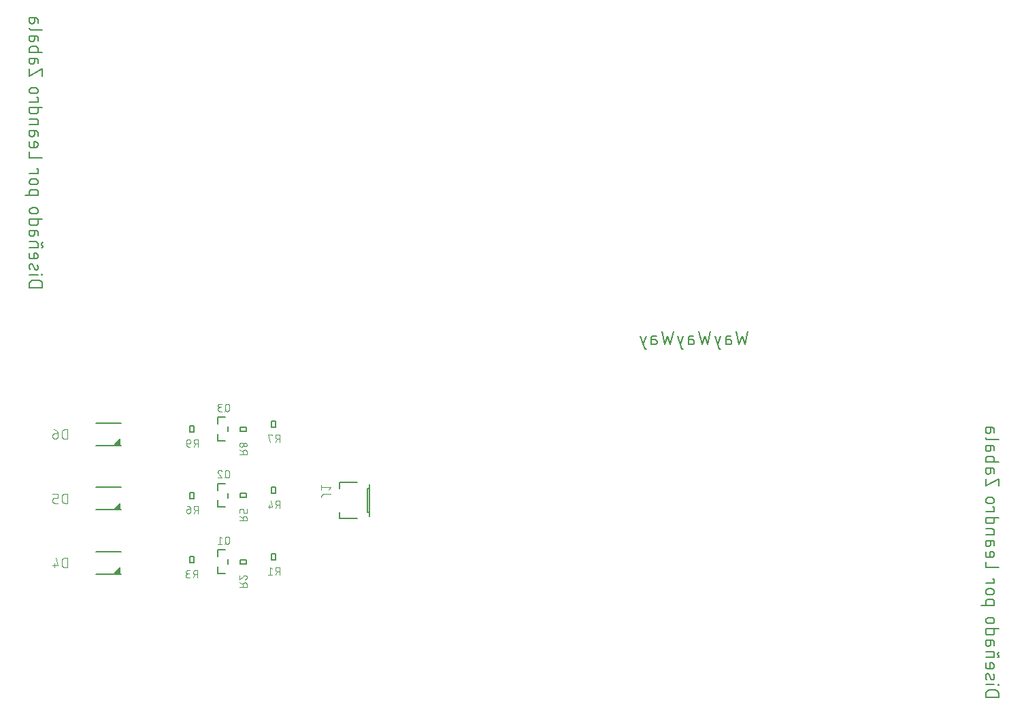
<source format=gbr>
G04 EAGLE Gerber RS-274X export*
G75*
%MOMM*%
%FSLAX34Y34*%
%LPD*%
%INSilkscreen Bottom*%
%IPPOS*%
%AMOC8*
5,1,8,0,0,1.08239X$1,22.5*%
G01*
%ADD10C,0.152400*%
%ADD11C,0.127000*%
%ADD12C,0.101600*%
%ADD13C,0.076200*%

G36*
X164035Y386677D02*
X164035Y386677D01*
X164101Y386679D01*
X164144Y386697D01*
X164191Y386705D01*
X164248Y386739D01*
X164308Y386764D01*
X164343Y386795D01*
X164384Y386820D01*
X164426Y386871D01*
X164474Y386915D01*
X164496Y386957D01*
X164525Y386994D01*
X164546Y387056D01*
X164577Y387115D01*
X164585Y387169D01*
X164597Y387206D01*
X164596Y387246D01*
X164604Y387300D01*
X164604Y393650D01*
X164592Y393716D01*
X164591Y393773D01*
X164583Y393792D01*
X164579Y393826D01*
X164569Y393847D01*
X164565Y393871D01*
X164521Y393944D01*
X164506Y393981D01*
X164498Y393990D01*
X164480Y394027D01*
X164463Y394044D01*
X164450Y394064D01*
X164381Y394120D01*
X164365Y394135D01*
X164355Y394147D01*
X164351Y394148D01*
X164317Y394181D01*
X164295Y394190D01*
X164276Y394205D01*
X164192Y394234D01*
X164110Y394269D01*
X164086Y394270D01*
X164064Y394277D01*
X163983Y394275D01*
X163970Y394277D01*
X163963Y394277D01*
X163956Y394276D01*
X163886Y394279D01*
X163863Y394271D01*
X163839Y394271D01*
X163768Y394242D01*
X163742Y394237D01*
X163724Y394227D01*
X163672Y394210D01*
X163651Y394194D01*
X163632Y394186D01*
X163594Y394152D01*
X163579Y394141D01*
X163548Y394123D01*
X163539Y394112D01*
X163522Y394098D01*
X157172Y387748D01*
X157121Y387675D01*
X157065Y387606D01*
X157057Y387584D01*
X157043Y387564D01*
X157021Y387478D01*
X156993Y387394D01*
X156993Y387370D01*
X156988Y387347D01*
X156997Y387258D01*
X156999Y387169D01*
X157008Y387147D01*
X157011Y387124D01*
X157050Y387044D01*
X157084Y386962D01*
X157100Y386944D01*
X157110Y386923D01*
X157175Y386862D01*
X157235Y386796D01*
X157256Y386785D01*
X157273Y386769D01*
X157355Y386734D01*
X157435Y386693D01*
X157461Y386690D01*
X157480Y386681D01*
X157530Y386679D01*
X157620Y386666D01*
X163970Y386666D01*
X164035Y386677D01*
G37*
G36*
X164035Y306677D02*
X164035Y306677D01*
X164101Y306679D01*
X164144Y306697D01*
X164191Y306705D01*
X164248Y306739D01*
X164308Y306764D01*
X164343Y306795D01*
X164384Y306820D01*
X164426Y306871D01*
X164474Y306915D01*
X164496Y306957D01*
X164525Y306994D01*
X164546Y307056D01*
X164577Y307115D01*
X164585Y307169D01*
X164597Y307206D01*
X164596Y307246D01*
X164604Y307300D01*
X164604Y313650D01*
X164592Y313716D01*
X164591Y313773D01*
X164583Y313792D01*
X164579Y313826D01*
X164569Y313847D01*
X164565Y313871D01*
X164521Y313944D01*
X164506Y313981D01*
X164498Y313990D01*
X164480Y314027D01*
X164463Y314044D01*
X164450Y314064D01*
X164381Y314120D01*
X164365Y314135D01*
X164355Y314147D01*
X164351Y314148D01*
X164317Y314181D01*
X164295Y314190D01*
X164276Y314205D01*
X164192Y314234D01*
X164110Y314269D01*
X164086Y314270D01*
X164064Y314277D01*
X163983Y314275D01*
X163970Y314277D01*
X163963Y314277D01*
X163956Y314276D01*
X163886Y314279D01*
X163863Y314271D01*
X163839Y314271D01*
X163768Y314242D01*
X163742Y314237D01*
X163724Y314227D01*
X163672Y314210D01*
X163651Y314194D01*
X163632Y314186D01*
X163594Y314152D01*
X163579Y314141D01*
X163548Y314123D01*
X163539Y314112D01*
X163522Y314098D01*
X157172Y307748D01*
X157121Y307675D01*
X157065Y307606D01*
X157057Y307584D01*
X157043Y307564D01*
X157021Y307478D01*
X156993Y307394D01*
X156993Y307370D01*
X156988Y307347D01*
X156997Y307258D01*
X156999Y307169D01*
X157008Y307147D01*
X157011Y307124D01*
X157050Y307044D01*
X157084Y306962D01*
X157100Y306944D01*
X157110Y306923D01*
X157175Y306862D01*
X157235Y306796D01*
X157256Y306785D01*
X157273Y306769D01*
X157355Y306734D01*
X157435Y306693D01*
X157461Y306690D01*
X157480Y306681D01*
X157530Y306679D01*
X157620Y306666D01*
X163970Y306666D01*
X164035Y306677D01*
G37*
G36*
X164035Y226677D02*
X164035Y226677D01*
X164101Y226679D01*
X164144Y226697D01*
X164191Y226705D01*
X164248Y226739D01*
X164308Y226764D01*
X164343Y226795D01*
X164384Y226820D01*
X164426Y226871D01*
X164474Y226915D01*
X164496Y226957D01*
X164525Y226994D01*
X164546Y227056D01*
X164577Y227115D01*
X164585Y227169D01*
X164597Y227206D01*
X164596Y227246D01*
X164604Y227300D01*
X164604Y233650D01*
X164592Y233716D01*
X164591Y233773D01*
X164583Y233792D01*
X164579Y233826D01*
X164569Y233847D01*
X164565Y233871D01*
X164521Y233944D01*
X164506Y233981D01*
X164498Y233990D01*
X164480Y234027D01*
X164463Y234044D01*
X164450Y234064D01*
X164381Y234120D01*
X164365Y234135D01*
X164355Y234147D01*
X164351Y234148D01*
X164317Y234181D01*
X164295Y234190D01*
X164276Y234205D01*
X164192Y234234D01*
X164110Y234269D01*
X164086Y234270D01*
X164064Y234277D01*
X163983Y234275D01*
X163970Y234277D01*
X163963Y234277D01*
X163956Y234276D01*
X163886Y234279D01*
X163863Y234271D01*
X163839Y234271D01*
X163768Y234242D01*
X163742Y234237D01*
X163724Y234227D01*
X163672Y234210D01*
X163651Y234194D01*
X163632Y234186D01*
X163594Y234152D01*
X163579Y234141D01*
X163548Y234123D01*
X163539Y234112D01*
X163522Y234098D01*
X157172Y227748D01*
X157121Y227675D01*
X157065Y227606D01*
X157057Y227584D01*
X157043Y227564D01*
X157021Y227478D01*
X156993Y227394D01*
X156993Y227370D01*
X156988Y227347D01*
X156997Y227258D01*
X156999Y227169D01*
X157008Y227147D01*
X157011Y227124D01*
X157050Y227044D01*
X157084Y226962D01*
X157100Y226944D01*
X157110Y226923D01*
X157175Y226862D01*
X157235Y226796D01*
X157256Y226785D01*
X157273Y226769D01*
X157355Y226734D01*
X157435Y226693D01*
X157461Y226690D01*
X157480Y226681D01*
X157530Y226679D01*
X157620Y226666D01*
X163970Y226666D01*
X164035Y226677D01*
G37*
D10*
X1241552Y72389D02*
X1257808Y72389D01*
X1257808Y76904D01*
X1257806Y77035D01*
X1257800Y77167D01*
X1257791Y77298D01*
X1257777Y77428D01*
X1257760Y77559D01*
X1257739Y77688D01*
X1257715Y77817D01*
X1257686Y77945D01*
X1257654Y78073D01*
X1257618Y78199D01*
X1257579Y78324D01*
X1257536Y78449D01*
X1257489Y78571D01*
X1257439Y78693D01*
X1257385Y78813D01*
X1257328Y78931D01*
X1257267Y79047D01*
X1257203Y79162D01*
X1257136Y79275D01*
X1257065Y79386D01*
X1256991Y79494D01*
X1256914Y79601D01*
X1256834Y79705D01*
X1256751Y79807D01*
X1256666Y79906D01*
X1256577Y80003D01*
X1256485Y80097D01*
X1256391Y80189D01*
X1256294Y80278D01*
X1256195Y80363D01*
X1256093Y80446D01*
X1255989Y80526D01*
X1255882Y80603D01*
X1255774Y80677D01*
X1255663Y80748D01*
X1255550Y80815D01*
X1255435Y80879D01*
X1255319Y80940D01*
X1255201Y80997D01*
X1255081Y81051D01*
X1254959Y81101D01*
X1254837Y81148D01*
X1254712Y81191D01*
X1254587Y81230D01*
X1254461Y81266D01*
X1254333Y81298D01*
X1254205Y81327D01*
X1254076Y81351D01*
X1253947Y81372D01*
X1253816Y81389D01*
X1253686Y81403D01*
X1253555Y81412D01*
X1253423Y81418D01*
X1253292Y81420D01*
X1246068Y81420D01*
X1245937Y81418D01*
X1245805Y81412D01*
X1245674Y81403D01*
X1245544Y81389D01*
X1245413Y81372D01*
X1245284Y81351D01*
X1245155Y81327D01*
X1245027Y81298D01*
X1244899Y81266D01*
X1244773Y81230D01*
X1244648Y81191D01*
X1244523Y81148D01*
X1244401Y81101D01*
X1244279Y81051D01*
X1244159Y80997D01*
X1244041Y80940D01*
X1243925Y80879D01*
X1243810Y80815D01*
X1243697Y80748D01*
X1243586Y80677D01*
X1243478Y80603D01*
X1243371Y80526D01*
X1243267Y80446D01*
X1243165Y80363D01*
X1243066Y80278D01*
X1242969Y80189D01*
X1242875Y80097D01*
X1242783Y80003D01*
X1242694Y79906D01*
X1242609Y79807D01*
X1242526Y79705D01*
X1242446Y79601D01*
X1242369Y79494D01*
X1242295Y79386D01*
X1242224Y79275D01*
X1242157Y79162D01*
X1242093Y79047D01*
X1242032Y78931D01*
X1241975Y78813D01*
X1241921Y78693D01*
X1241871Y78571D01*
X1241824Y78449D01*
X1241781Y78324D01*
X1241742Y78199D01*
X1241706Y78073D01*
X1241674Y77945D01*
X1241645Y77817D01*
X1241621Y77688D01*
X1241600Y77559D01*
X1241583Y77428D01*
X1241569Y77298D01*
X1241560Y77167D01*
X1241554Y77035D01*
X1241552Y76904D01*
X1241552Y72389D01*
X1241552Y88367D02*
X1252389Y88367D01*
X1256905Y87916D02*
X1257808Y87916D01*
X1257808Y88819D01*
X1256905Y88819D01*
X1256905Y87916D01*
X1247874Y96009D02*
X1246068Y100525D01*
X1247874Y96009D02*
X1247911Y95921D01*
X1247952Y95835D01*
X1247996Y95750D01*
X1248044Y95667D01*
X1248095Y95587D01*
X1248149Y95508D01*
X1248207Y95432D01*
X1248267Y95358D01*
X1248331Y95286D01*
X1248397Y95218D01*
X1248467Y95152D01*
X1248538Y95089D01*
X1248613Y95028D01*
X1248689Y94971D01*
X1248768Y94918D01*
X1248849Y94867D01*
X1248932Y94820D01*
X1249017Y94776D01*
X1249104Y94736D01*
X1249192Y94699D01*
X1249282Y94666D01*
X1249373Y94636D01*
X1249465Y94611D01*
X1249558Y94589D01*
X1249652Y94571D01*
X1249746Y94556D01*
X1249841Y94546D01*
X1249937Y94540D01*
X1250032Y94537D01*
X1250128Y94538D01*
X1250223Y94544D01*
X1250319Y94553D01*
X1250413Y94566D01*
X1250507Y94582D01*
X1250601Y94603D01*
X1250693Y94628D01*
X1250784Y94656D01*
X1250874Y94688D01*
X1250963Y94723D01*
X1251050Y94762D01*
X1251136Y94805D01*
X1251220Y94851D01*
X1251301Y94901D01*
X1251381Y94953D01*
X1251459Y95009D01*
X1251534Y95069D01*
X1251606Y95131D01*
X1251676Y95196D01*
X1251744Y95264D01*
X1251808Y95334D01*
X1251870Y95407D01*
X1251928Y95483D01*
X1251984Y95561D01*
X1252036Y95641D01*
X1252085Y95723D01*
X1252130Y95807D01*
X1252172Y95893D01*
X1252211Y95980D01*
X1252246Y96069D01*
X1252277Y96160D01*
X1252304Y96251D01*
X1252328Y96344D01*
X1252348Y96437D01*
X1252364Y96531D01*
X1252376Y96626D01*
X1252385Y96721D01*
X1252389Y96817D01*
X1252390Y96912D01*
X1252383Y97159D01*
X1252371Y97405D01*
X1252353Y97651D01*
X1252328Y97897D01*
X1252298Y98141D01*
X1252262Y98385D01*
X1252221Y98628D01*
X1252173Y98870D01*
X1252119Y99111D01*
X1252060Y99350D01*
X1251995Y99588D01*
X1251924Y99824D01*
X1251848Y100059D01*
X1251766Y100292D01*
X1251678Y100522D01*
X1251585Y100750D01*
X1251487Y100977D01*
X1246067Y100525D02*
X1246030Y100613D01*
X1245989Y100699D01*
X1245945Y100784D01*
X1245897Y100867D01*
X1245846Y100947D01*
X1245792Y101026D01*
X1245734Y101102D01*
X1245674Y101176D01*
X1245610Y101248D01*
X1245544Y101316D01*
X1245474Y101382D01*
X1245403Y101445D01*
X1245328Y101506D01*
X1245252Y101563D01*
X1245173Y101616D01*
X1245092Y101667D01*
X1245009Y101714D01*
X1244924Y101758D01*
X1244837Y101798D01*
X1244749Y101835D01*
X1244659Y101868D01*
X1244568Y101898D01*
X1244476Y101923D01*
X1244383Y101945D01*
X1244289Y101963D01*
X1244195Y101978D01*
X1244100Y101988D01*
X1244004Y101994D01*
X1243909Y101997D01*
X1243813Y101996D01*
X1243718Y101990D01*
X1243622Y101981D01*
X1243528Y101968D01*
X1243434Y101952D01*
X1243340Y101931D01*
X1243248Y101906D01*
X1243157Y101878D01*
X1243067Y101846D01*
X1242978Y101811D01*
X1242891Y101772D01*
X1242805Y101729D01*
X1242721Y101683D01*
X1242640Y101633D01*
X1242560Y101581D01*
X1242482Y101525D01*
X1242407Y101465D01*
X1242335Y101403D01*
X1242265Y101338D01*
X1242197Y101270D01*
X1242133Y101200D01*
X1242071Y101127D01*
X1242013Y101051D01*
X1241957Y100973D01*
X1241905Y100893D01*
X1241856Y100811D01*
X1241811Y100727D01*
X1241769Y100641D01*
X1241730Y100554D01*
X1241695Y100465D01*
X1241664Y100374D01*
X1241637Y100283D01*
X1241613Y100190D01*
X1241593Y100097D01*
X1241577Y100003D01*
X1241565Y99908D01*
X1241556Y99813D01*
X1241552Y99717D01*
X1241551Y99622D01*
X1241552Y99621D02*
X1241561Y99259D01*
X1241579Y98897D01*
X1241606Y98536D01*
X1241641Y98176D01*
X1241684Y97816D01*
X1241736Y97457D01*
X1241797Y97100D01*
X1241866Y96745D01*
X1241943Y96391D01*
X1242029Y96039D01*
X1242123Y95689D01*
X1242226Y95341D01*
X1242336Y94996D01*
X1242455Y94654D01*
X1241552Y110911D02*
X1241552Y115427D01*
X1241552Y110911D02*
X1241554Y110810D01*
X1241560Y110709D01*
X1241569Y110608D01*
X1241582Y110507D01*
X1241599Y110407D01*
X1241620Y110308D01*
X1241644Y110210D01*
X1241672Y110113D01*
X1241704Y110016D01*
X1241739Y109921D01*
X1241778Y109828D01*
X1241820Y109736D01*
X1241866Y109645D01*
X1241915Y109557D01*
X1241967Y109470D01*
X1242023Y109385D01*
X1242081Y109302D01*
X1242143Y109222D01*
X1242208Y109144D01*
X1242275Y109068D01*
X1242345Y108995D01*
X1242418Y108925D01*
X1242494Y108858D01*
X1242572Y108793D01*
X1242652Y108731D01*
X1242735Y108673D01*
X1242820Y108617D01*
X1242907Y108565D01*
X1242995Y108516D01*
X1243086Y108470D01*
X1243178Y108428D01*
X1243271Y108389D01*
X1243366Y108354D01*
X1243463Y108322D01*
X1243560Y108294D01*
X1243658Y108270D01*
X1243757Y108249D01*
X1243857Y108232D01*
X1243958Y108219D01*
X1244059Y108210D01*
X1244160Y108204D01*
X1244261Y108202D01*
X1248777Y108202D01*
X1248896Y108204D01*
X1249016Y108210D01*
X1249135Y108220D01*
X1249253Y108234D01*
X1249372Y108251D01*
X1249489Y108273D01*
X1249606Y108298D01*
X1249721Y108328D01*
X1249836Y108361D01*
X1249950Y108398D01*
X1250062Y108438D01*
X1250173Y108483D01*
X1250282Y108531D01*
X1250390Y108582D01*
X1250496Y108637D01*
X1250600Y108696D01*
X1250702Y108758D01*
X1250802Y108823D01*
X1250900Y108892D01*
X1250996Y108964D01*
X1251089Y109039D01*
X1251179Y109116D01*
X1251267Y109197D01*
X1251352Y109281D01*
X1251434Y109368D01*
X1251514Y109457D01*
X1251590Y109549D01*
X1251664Y109643D01*
X1251734Y109740D01*
X1251801Y109838D01*
X1251865Y109939D01*
X1251925Y110043D01*
X1251982Y110148D01*
X1252035Y110255D01*
X1252085Y110363D01*
X1252131Y110473D01*
X1252173Y110585D01*
X1252212Y110698D01*
X1252247Y110812D01*
X1252278Y110927D01*
X1252306Y111044D01*
X1252329Y111161D01*
X1252349Y111278D01*
X1252365Y111397D01*
X1252377Y111516D01*
X1252385Y111635D01*
X1252389Y111754D01*
X1252389Y111874D01*
X1252385Y111993D01*
X1252377Y112112D01*
X1252365Y112231D01*
X1252349Y112350D01*
X1252329Y112467D01*
X1252306Y112584D01*
X1252278Y112701D01*
X1252247Y112816D01*
X1252212Y112930D01*
X1252173Y113043D01*
X1252131Y113155D01*
X1252085Y113265D01*
X1252035Y113373D01*
X1251982Y113480D01*
X1251925Y113585D01*
X1251865Y113689D01*
X1251801Y113790D01*
X1251734Y113888D01*
X1251664Y113985D01*
X1251590Y114079D01*
X1251514Y114171D01*
X1251434Y114260D01*
X1251352Y114347D01*
X1251267Y114431D01*
X1251179Y114512D01*
X1251089Y114589D01*
X1250996Y114664D01*
X1250900Y114736D01*
X1250802Y114805D01*
X1250702Y114870D01*
X1250600Y114932D01*
X1250496Y114991D01*
X1250390Y115046D01*
X1250282Y115097D01*
X1250173Y115145D01*
X1250062Y115190D01*
X1249950Y115230D01*
X1249836Y115267D01*
X1249721Y115300D01*
X1249606Y115330D01*
X1249489Y115355D01*
X1249372Y115377D01*
X1249253Y115394D01*
X1249135Y115408D01*
X1249016Y115418D01*
X1248896Y115424D01*
X1248777Y115426D01*
X1248777Y115427D02*
X1246971Y115427D01*
X1246971Y108202D01*
X1241552Y122270D02*
X1252389Y122270D01*
X1252389Y126785D01*
X1252387Y126886D01*
X1252381Y126987D01*
X1252372Y127088D01*
X1252359Y127189D01*
X1252342Y127289D01*
X1252321Y127388D01*
X1252297Y127486D01*
X1252269Y127583D01*
X1252237Y127680D01*
X1252202Y127775D01*
X1252163Y127868D01*
X1252121Y127960D01*
X1252075Y128051D01*
X1252026Y128140D01*
X1251974Y128226D01*
X1251918Y128311D01*
X1251860Y128394D01*
X1251798Y128474D01*
X1251733Y128552D01*
X1251666Y128628D01*
X1251596Y128701D01*
X1251523Y128771D01*
X1251447Y128838D01*
X1251369Y128903D01*
X1251289Y128965D01*
X1251206Y129023D01*
X1251121Y129079D01*
X1251035Y129131D01*
X1250946Y129180D01*
X1250855Y129226D01*
X1250763Y129268D01*
X1250670Y129307D01*
X1250575Y129342D01*
X1250478Y129374D01*
X1250381Y129402D01*
X1250283Y129426D01*
X1250184Y129447D01*
X1250084Y129464D01*
X1249983Y129477D01*
X1249882Y129486D01*
X1249781Y129492D01*
X1249680Y129494D01*
X1249680Y129495D02*
X1241552Y129495D01*
X1256453Y122270D02*
X1256536Y122272D01*
X1256620Y122278D01*
X1256703Y122287D01*
X1256785Y122301D01*
X1256866Y122318D01*
X1256947Y122339D01*
X1257027Y122364D01*
X1257105Y122392D01*
X1257182Y122424D01*
X1257258Y122459D01*
X1257332Y122498D01*
X1257404Y122541D01*
X1257474Y122586D01*
X1257541Y122635D01*
X1257607Y122687D01*
X1257670Y122741D01*
X1257730Y122799D01*
X1257788Y122859D01*
X1257842Y122922D01*
X1257894Y122988D01*
X1257943Y123055D01*
X1257989Y123125D01*
X1258031Y123197D01*
X1258070Y123271D01*
X1258105Y123347D01*
X1258137Y123424D01*
X1258165Y123502D01*
X1258190Y123582D01*
X1258211Y123663D01*
X1258228Y123744D01*
X1258242Y123827D01*
X1258251Y123909D01*
X1258257Y123993D01*
X1258259Y124076D01*
X1258260Y124076D02*
X1258258Y124151D01*
X1258252Y124226D01*
X1258243Y124300D01*
X1258229Y124374D01*
X1258212Y124447D01*
X1258191Y124519D01*
X1258167Y124590D01*
X1258139Y124660D01*
X1258107Y124728D01*
X1258072Y124794D01*
X1258034Y124859D01*
X1257992Y124921D01*
X1257947Y124981D01*
X1257900Y125039D01*
X1257849Y125095D01*
X1257796Y125147D01*
X1257739Y125197D01*
X1257681Y125244D01*
X1257620Y125288D01*
X1257557Y125329D01*
X1257492Y125366D01*
X1257425Y125400D01*
X1257357Y125431D01*
X1257356Y125430D02*
X1257288Y125461D01*
X1257221Y125495D01*
X1257156Y125532D01*
X1257093Y125573D01*
X1257032Y125617D01*
X1256974Y125664D01*
X1256917Y125714D01*
X1256864Y125766D01*
X1256813Y125822D01*
X1256766Y125879D01*
X1256721Y125940D01*
X1256679Y126002D01*
X1256641Y126067D01*
X1256606Y126133D01*
X1256574Y126201D01*
X1256546Y126271D01*
X1256522Y126342D01*
X1256501Y126414D01*
X1256484Y126487D01*
X1256470Y126561D01*
X1256461Y126635D01*
X1256455Y126710D01*
X1256453Y126785D01*
X1256455Y126868D01*
X1256461Y126952D01*
X1256470Y127034D01*
X1256484Y127117D01*
X1256501Y127198D01*
X1256522Y127279D01*
X1256547Y127359D01*
X1256575Y127437D01*
X1256607Y127514D01*
X1256642Y127590D01*
X1256681Y127664D01*
X1256724Y127736D01*
X1256769Y127806D01*
X1256818Y127873D01*
X1256870Y127939D01*
X1256924Y128002D01*
X1256982Y128062D01*
X1257042Y128120D01*
X1257105Y128174D01*
X1257171Y128226D01*
X1257238Y128275D01*
X1257308Y128321D01*
X1257380Y128363D01*
X1257454Y128402D01*
X1257530Y128437D01*
X1257607Y128469D01*
X1257685Y128497D01*
X1257765Y128522D01*
X1257846Y128543D01*
X1257927Y128560D01*
X1258010Y128574D01*
X1258092Y128583D01*
X1258176Y128589D01*
X1258259Y128591D01*
X1247874Y139425D02*
X1247874Y143489D01*
X1247874Y139425D02*
X1247872Y139313D01*
X1247866Y139202D01*
X1247856Y139091D01*
X1247843Y138980D01*
X1247825Y138870D01*
X1247803Y138761D01*
X1247778Y138652D01*
X1247749Y138544D01*
X1247716Y138438D01*
X1247679Y138332D01*
X1247639Y138228D01*
X1247595Y138126D01*
X1247547Y138025D01*
X1247496Y137926D01*
X1247441Y137828D01*
X1247383Y137733D01*
X1247322Y137640D01*
X1247257Y137549D01*
X1247189Y137460D01*
X1247118Y137374D01*
X1247045Y137291D01*
X1246968Y137210D01*
X1246888Y137131D01*
X1246806Y137056D01*
X1246721Y136984D01*
X1246634Y136914D01*
X1246544Y136848D01*
X1246452Y136785D01*
X1246357Y136725D01*
X1246261Y136669D01*
X1246163Y136616D01*
X1246063Y136567D01*
X1245961Y136521D01*
X1245858Y136479D01*
X1245753Y136440D01*
X1245647Y136405D01*
X1245540Y136374D01*
X1245432Y136347D01*
X1245323Y136323D01*
X1245213Y136304D01*
X1245103Y136288D01*
X1244992Y136276D01*
X1244880Y136268D01*
X1244769Y136264D01*
X1244657Y136264D01*
X1244546Y136268D01*
X1244434Y136276D01*
X1244323Y136288D01*
X1244213Y136304D01*
X1244103Y136323D01*
X1243994Y136347D01*
X1243886Y136374D01*
X1243779Y136405D01*
X1243673Y136440D01*
X1243568Y136479D01*
X1243465Y136521D01*
X1243363Y136567D01*
X1243263Y136616D01*
X1243165Y136669D01*
X1243069Y136725D01*
X1242974Y136785D01*
X1242882Y136848D01*
X1242792Y136914D01*
X1242705Y136984D01*
X1242620Y137056D01*
X1242538Y137131D01*
X1242458Y137210D01*
X1242381Y137291D01*
X1242308Y137374D01*
X1242237Y137460D01*
X1242169Y137549D01*
X1242104Y137640D01*
X1242043Y137733D01*
X1241985Y137828D01*
X1241930Y137926D01*
X1241879Y138025D01*
X1241831Y138126D01*
X1241787Y138228D01*
X1241747Y138332D01*
X1241710Y138438D01*
X1241677Y138544D01*
X1241648Y138652D01*
X1241623Y138761D01*
X1241601Y138870D01*
X1241583Y138980D01*
X1241570Y139091D01*
X1241560Y139202D01*
X1241554Y139313D01*
X1241552Y139425D01*
X1241552Y143489D01*
X1249680Y143489D01*
X1249781Y143487D01*
X1249882Y143481D01*
X1249983Y143472D01*
X1250084Y143459D01*
X1250184Y143442D01*
X1250283Y143421D01*
X1250381Y143397D01*
X1250478Y143369D01*
X1250575Y143337D01*
X1250670Y143302D01*
X1250763Y143263D01*
X1250855Y143221D01*
X1250946Y143175D01*
X1251035Y143126D01*
X1251121Y143074D01*
X1251206Y143018D01*
X1251289Y142960D01*
X1251369Y142898D01*
X1251447Y142833D01*
X1251523Y142766D01*
X1251596Y142696D01*
X1251666Y142623D01*
X1251733Y142547D01*
X1251798Y142469D01*
X1251860Y142389D01*
X1251918Y142306D01*
X1251974Y142221D01*
X1252026Y142135D01*
X1252075Y142046D01*
X1252121Y141955D01*
X1252163Y141863D01*
X1252202Y141770D01*
X1252237Y141675D01*
X1252269Y141578D01*
X1252297Y141481D01*
X1252321Y141383D01*
X1252342Y141284D01*
X1252359Y141184D01*
X1252372Y141083D01*
X1252381Y140982D01*
X1252387Y140881D01*
X1252389Y140780D01*
X1252389Y137168D01*
X1257808Y157558D02*
X1241552Y157558D01*
X1241552Y153042D01*
X1241554Y152941D01*
X1241560Y152840D01*
X1241569Y152739D01*
X1241582Y152638D01*
X1241599Y152538D01*
X1241620Y152439D01*
X1241644Y152341D01*
X1241672Y152244D01*
X1241704Y152147D01*
X1241739Y152052D01*
X1241778Y151959D01*
X1241820Y151867D01*
X1241866Y151776D01*
X1241915Y151688D01*
X1241967Y151601D01*
X1242023Y151516D01*
X1242081Y151433D01*
X1242143Y151353D01*
X1242208Y151275D01*
X1242275Y151199D01*
X1242345Y151126D01*
X1242418Y151056D01*
X1242494Y150989D01*
X1242572Y150924D01*
X1242652Y150862D01*
X1242735Y150804D01*
X1242820Y150748D01*
X1242907Y150696D01*
X1242995Y150647D01*
X1243086Y150601D01*
X1243178Y150559D01*
X1243271Y150520D01*
X1243366Y150485D01*
X1243463Y150453D01*
X1243560Y150425D01*
X1243658Y150401D01*
X1243757Y150380D01*
X1243857Y150363D01*
X1243958Y150350D01*
X1244059Y150341D01*
X1244160Y150335D01*
X1244261Y150333D01*
X1249680Y150333D01*
X1249781Y150335D01*
X1249882Y150341D01*
X1249983Y150350D01*
X1250084Y150363D01*
X1250184Y150380D01*
X1250283Y150401D01*
X1250381Y150425D01*
X1250478Y150453D01*
X1250575Y150485D01*
X1250670Y150520D01*
X1250763Y150559D01*
X1250855Y150601D01*
X1250946Y150647D01*
X1251035Y150696D01*
X1251121Y150748D01*
X1251206Y150804D01*
X1251289Y150862D01*
X1251369Y150924D01*
X1251447Y150989D01*
X1251523Y151056D01*
X1251596Y151126D01*
X1251666Y151199D01*
X1251733Y151275D01*
X1251798Y151353D01*
X1251860Y151433D01*
X1251918Y151516D01*
X1251974Y151601D01*
X1252026Y151687D01*
X1252075Y151776D01*
X1252121Y151867D01*
X1252163Y151959D01*
X1252202Y152052D01*
X1252237Y152147D01*
X1252269Y152244D01*
X1252297Y152341D01*
X1252321Y152439D01*
X1252342Y152538D01*
X1252359Y152638D01*
X1252372Y152739D01*
X1252381Y152840D01*
X1252387Y152941D01*
X1252389Y153042D01*
X1252389Y157558D01*
X1248777Y164474D02*
X1245164Y164474D01*
X1248777Y164474D02*
X1248896Y164476D01*
X1249016Y164482D01*
X1249135Y164492D01*
X1249253Y164506D01*
X1249372Y164523D01*
X1249489Y164545D01*
X1249606Y164570D01*
X1249721Y164600D01*
X1249836Y164633D01*
X1249950Y164670D01*
X1250062Y164710D01*
X1250173Y164755D01*
X1250282Y164803D01*
X1250390Y164854D01*
X1250496Y164909D01*
X1250600Y164968D01*
X1250702Y165030D01*
X1250802Y165095D01*
X1250900Y165164D01*
X1250996Y165236D01*
X1251089Y165311D01*
X1251179Y165388D01*
X1251267Y165469D01*
X1251352Y165553D01*
X1251434Y165640D01*
X1251514Y165729D01*
X1251590Y165821D01*
X1251664Y165915D01*
X1251734Y166012D01*
X1251801Y166110D01*
X1251865Y166211D01*
X1251925Y166315D01*
X1251982Y166420D01*
X1252035Y166527D01*
X1252085Y166635D01*
X1252131Y166745D01*
X1252173Y166857D01*
X1252212Y166970D01*
X1252247Y167084D01*
X1252278Y167199D01*
X1252306Y167316D01*
X1252329Y167433D01*
X1252349Y167550D01*
X1252365Y167669D01*
X1252377Y167788D01*
X1252385Y167907D01*
X1252389Y168026D01*
X1252389Y168146D01*
X1252385Y168265D01*
X1252377Y168384D01*
X1252365Y168503D01*
X1252349Y168622D01*
X1252329Y168739D01*
X1252306Y168856D01*
X1252278Y168973D01*
X1252247Y169088D01*
X1252212Y169202D01*
X1252173Y169315D01*
X1252131Y169427D01*
X1252085Y169537D01*
X1252035Y169645D01*
X1251982Y169752D01*
X1251925Y169857D01*
X1251865Y169961D01*
X1251801Y170062D01*
X1251734Y170160D01*
X1251664Y170257D01*
X1251590Y170351D01*
X1251514Y170443D01*
X1251434Y170532D01*
X1251352Y170619D01*
X1251267Y170703D01*
X1251179Y170784D01*
X1251089Y170861D01*
X1250996Y170936D01*
X1250900Y171008D01*
X1250802Y171077D01*
X1250702Y171142D01*
X1250600Y171204D01*
X1250496Y171263D01*
X1250390Y171318D01*
X1250282Y171369D01*
X1250173Y171417D01*
X1250062Y171462D01*
X1249950Y171502D01*
X1249836Y171539D01*
X1249721Y171572D01*
X1249606Y171602D01*
X1249489Y171627D01*
X1249372Y171649D01*
X1249253Y171666D01*
X1249135Y171680D01*
X1249016Y171690D01*
X1248896Y171696D01*
X1248777Y171698D01*
X1248777Y171699D02*
X1245164Y171699D01*
X1245164Y171698D02*
X1245045Y171696D01*
X1244925Y171690D01*
X1244806Y171680D01*
X1244688Y171666D01*
X1244569Y171649D01*
X1244452Y171627D01*
X1244335Y171602D01*
X1244220Y171572D01*
X1244105Y171539D01*
X1243991Y171502D01*
X1243879Y171462D01*
X1243768Y171417D01*
X1243659Y171369D01*
X1243551Y171318D01*
X1243445Y171263D01*
X1243341Y171204D01*
X1243239Y171142D01*
X1243139Y171077D01*
X1243041Y171008D01*
X1242945Y170936D01*
X1242852Y170861D01*
X1242762Y170784D01*
X1242674Y170703D01*
X1242589Y170619D01*
X1242507Y170532D01*
X1242427Y170443D01*
X1242351Y170351D01*
X1242277Y170257D01*
X1242207Y170160D01*
X1242140Y170062D01*
X1242076Y169961D01*
X1242016Y169857D01*
X1241959Y169752D01*
X1241906Y169645D01*
X1241856Y169537D01*
X1241810Y169427D01*
X1241768Y169315D01*
X1241729Y169202D01*
X1241694Y169088D01*
X1241663Y168973D01*
X1241635Y168856D01*
X1241612Y168739D01*
X1241592Y168622D01*
X1241576Y168503D01*
X1241564Y168384D01*
X1241556Y168265D01*
X1241552Y168146D01*
X1241552Y168026D01*
X1241556Y167907D01*
X1241564Y167788D01*
X1241576Y167669D01*
X1241592Y167550D01*
X1241612Y167433D01*
X1241635Y167316D01*
X1241663Y167199D01*
X1241694Y167084D01*
X1241729Y166970D01*
X1241768Y166857D01*
X1241810Y166745D01*
X1241856Y166635D01*
X1241906Y166527D01*
X1241959Y166420D01*
X1242016Y166315D01*
X1242076Y166211D01*
X1242140Y166110D01*
X1242207Y166012D01*
X1242277Y165915D01*
X1242351Y165821D01*
X1242427Y165729D01*
X1242507Y165640D01*
X1242589Y165553D01*
X1242674Y165469D01*
X1242762Y165388D01*
X1242852Y165311D01*
X1242945Y165236D01*
X1243041Y165164D01*
X1243139Y165095D01*
X1243239Y165030D01*
X1243341Y164968D01*
X1243445Y164909D01*
X1243551Y164854D01*
X1243659Y164803D01*
X1243768Y164755D01*
X1243879Y164710D01*
X1243991Y164670D01*
X1244105Y164633D01*
X1244220Y164600D01*
X1244335Y164570D01*
X1244452Y164545D01*
X1244569Y164523D01*
X1244688Y164506D01*
X1244806Y164492D01*
X1244925Y164482D01*
X1245045Y164476D01*
X1245164Y164474D01*
X1252389Y186952D02*
X1236133Y186952D01*
X1252389Y186952D02*
X1252389Y191468D01*
X1252387Y191569D01*
X1252381Y191670D01*
X1252372Y191771D01*
X1252359Y191872D01*
X1252342Y191972D01*
X1252321Y192071D01*
X1252297Y192169D01*
X1252269Y192266D01*
X1252237Y192363D01*
X1252202Y192458D01*
X1252163Y192551D01*
X1252121Y192643D01*
X1252075Y192734D01*
X1252026Y192823D01*
X1251974Y192909D01*
X1251918Y192994D01*
X1251860Y193077D01*
X1251798Y193157D01*
X1251733Y193235D01*
X1251666Y193311D01*
X1251596Y193384D01*
X1251523Y193454D01*
X1251447Y193521D01*
X1251369Y193586D01*
X1251289Y193648D01*
X1251206Y193706D01*
X1251121Y193762D01*
X1251035Y193814D01*
X1250946Y193863D01*
X1250855Y193909D01*
X1250763Y193951D01*
X1250670Y193990D01*
X1250575Y194025D01*
X1250478Y194057D01*
X1250381Y194085D01*
X1250283Y194109D01*
X1250184Y194130D01*
X1250084Y194147D01*
X1249983Y194160D01*
X1249882Y194169D01*
X1249781Y194175D01*
X1249680Y194177D01*
X1244261Y194177D01*
X1244160Y194175D01*
X1244059Y194169D01*
X1243958Y194160D01*
X1243857Y194147D01*
X1243757Y194130D01*
X1243658Y194109D01*
X1243560Y194085D01*
X1243463Y194057D01*
X1243366Y194025D01*
X1243271Y193990D01*
X1243178Y193951D01*
X1243086Y193909D01*
X1242995Y193863D01*
X1242907Y193814D01*
X1242820Y193762D01*
X1242735Y193706D01*
X1242652Y193648D01*
X1242572Y193586D01*
X1242494Y193521D01*
X1242418Y193454D01*
X1242345Y193384D01*
X1242275Y193311D01*
X1242208Y193235D01*
X1242143Y193157D01*
X1242081Y193077D01*
X1242023Y192994D01*
X1241967Y192909D01*
X1241915Y192823D01*
X1241866Y192734D01*
X1241820Y192643D01*
X1241778Y192551D01*
X1241739Y192458D01*
X1241704Y192363D01*
X1241672Y192266D01*
X1241644Y192169D01*
X1241620Y192071D01*
X1241599Y191972D01*
X1241582Y191872D01*
X1241569Y191771D01*
X1241560Y191670D01*
X1241554Y191569D01*
X1241552Y191468D01*
X1241552Y186952D01*
X1245164Y200426D02*
X1248777Y200426D01*
X1248896Y200428D01*
X1249016Y200434D01*
X1249135Y200444D01*
X1249253Y200458D01*
X1249372Y200475D01*
X1249489Y200497D01*
X1249606Y200522D01*
X1249721Y200552D01*
X1249836Y200585D01*
X1249950Y200622D01*
X1250062Y200662D01*
X1250173Y200707D01*
X1250282Y200755D01*
X1250390Y200806D01*
X1250496Y200861D01*
X1250600Y200920D01*
X1250702Y200982D01*
X1250802Y201047D01*
X1250900Y201116D01*
X1250996Y201188D01*
X1251089Y201263D01*
X1251179Y201340D01*
X1251267Y201421D01*
X1251352Y201505D01*
X1251434Y201592D01*
X1251514Y201681D01*
X1251590Y201773D01*
X1251664Y201867D01*
X1251734Y201964D01*
X1251801Y202062D01*
X1251865Y202163D01*
X1251925Y202267D01*
X1251982Y202372D01*
X1252035Y202479D01*
X1252085Y202587D01*
X1252131Y202697D01*
X1252173Y202809D01*
X1252212Y202922D01*
X1252247Y203036D01*
X1252278Y203151D01*
X1252306Y203268D01*
X1252329Y203385D01*
X1252349Y203502D01*
X1252365Y203621D01*
X1252377Y203740D01*
X1252385Y203859D01*
X1252389Y203978D01*
X1252389Y204098D01*
X1252385Y204217D01*
X1252377Y204336D01*
X1252365Y204455D01*
X1252349Y204574D01*
X1252329Y204691D01*
X1252306Y204808D01*
X1252278Y204925D01*
X1252247Y205040D01*
X1252212Y205154D01*
X1252173Y205267D01*
X1252131Y205379D01*
X1252085Y205489D01*
X1252035Y205597D01*
X1251982Y205704D01*
X1251925Y205809D01*
X1251865Y205913D01*
X1251801Y206014D01*
X1251734Y206112D01*
X1251664Y206209D01*
X1251590Y206303D01*
X1251514Y206395D01*
X1251434Y206484D01*
X1251352Y206571D01*
X1251267Y206655D01*
X1251179Y206736D01*
X1251089Y206813D01*
X1250996Y206888D01*
X1250900Y206960D01*
X1250802Y207029D01*
X1250702Y207094D01*
X1250600Y207156D01*
X1250496Y207215D01*
X1250390Y207270D01*
X1250282Y207321D01*
X1250173Y207369D01*
X1250062Y207414D01*
X1249950Y207454D01*
X1249836Y207491D01*
X1249721Y207524D01*
X1249606Y207554D01*
X1249489Y207579D01*
X1249372Y207601D01*
X1249253Y207618D01*
X1249135Y207632D01*
X1249016Y207642D01*
X1248896Y207648D01*
X1248777Y207650D01*
X1248777Y207651D02*
X1245164Y207651D01*
X1245164Y207650D02*
X1245045Y207648D01*
X1244925Y207642D01*
X1244806Y207632D01*
X1244688Y207618D01*
X1244569Y207601D01*
X1244452Y207579D01*
X1244335Y207554D01*
X1244220Y207524D01*
X1244105Y207491D01*
X1243991Y207454D01*
X1243879Y207414D01*
X1243768Y207369D01*
X1243659Y207321D01*
X1243551Y207270D01*
X1243445Y207215D01*
X1243341Y207156D01*
X1243239Y207094D01*
X1243139Y207029D01*
X1243041Y206960D01*
X1242945Y206888D01*
X1242852Y206813D01*
X1242762Y206736D01*
X1242674Y206655D01*
X1242589Y206571D01*
X1242507Y206484D01*
X1242427Y206395D01*
X1242351Y206303D01*
X1242277Y206209D01*
X1242207Y206112D01*
X1242140Y206014D01*
X1242076Y205913D01*
X1242016Y205809D01*
X1241959Y205704D01*
X1241906Y205597D01*
X1241856Y205489D01*
X1241810Y205379D01*
X1241768Y205267D01*
X1241729Y205154D01*
X1241694Y205040D01*
X1241663Y204925D01*
X1241635Y204808D01*
X1241612Y204691D01*
X1241592Y204574D01*
X1241576Y204455D01*
X1241564Y204336D01*
X1241556Y204217D01*
X1241552Y204098D01*
X1241552Y203978D01*
X1241556Y203859D01*
X1241564Y203740D01*
X1241576Y203621D01*
X1241592Y203502D01*
X1241612Y203385D01*
X1241635Y203268D01*
X1241663Y203151D01*
X1241694Y203036D01*
X1241729Y202922D01*
X1241768Y202809D01*
X1241810Y202697D01*
X1241856Y202587D01*
X1241906Y202479D01*
X1241959Y202372D01*
X1242016Y202267D01*
X1242076Y202163D01*
X1242140Y202062D01*
X1242207Y201964D01*
X1242277Y201867D01*
X1242351Y201773D01*
X1242427Y201681D01*
X1242507Y201592D01*
X1242589Y201505D01*
X1242674Y201421D01*
X1242762Y201340D01*
X1242852Y201263D01*
X1242945Y201188D01*
X1243041Y201116D01*
X1243139Y201047D01*
X1243239Y200982D01*
X1243341Y200920D01*
X1243445Y200861D01*
X1243551Y200806D01*
X1243659Y200755D01*
X1243768Y200707D01*
X1243879Y200662D01*
X1243991Y200622D01*
X1244105Y200585D01*
X1244220Y200552D01*
X1244335Y200522D01*
X1244452Y200497D01*
X1244569Y200475D01*
X1244688Y200458D01*
X1244806Y200444D01*
X1244925Y200434D01*
X1245045Y200428D01*
X1245164Y200426D01*
X1241552Y214579D02*
X1252389Y214579D01*
X1252389Y219997D01*
X1250583Y219997D01*
X1257808Y233941D02*
X1241552Y233941D01*
X1241552Y241166D01*
X1241552Y249508D02*
X1241552Y254023D01*
X1241552Y249508D02*
X1241554Y249407D01*
X1241560Y249306D01*
X1241569Y249205D01*
X1241582Y249104D01*
X1241599Y249004D01*
X1241620Y248905D01*
X1241644Y248807D01*
X1241672Y248710D01*
X1241704Y248613D01*
X1241739Y248518D01*
X1241778Y248425D01*
X1241820Y248333D01*
X1241866Y248242D01*
X1241915Y248154D01*
X1241967Y248067D01*
X1242023Y247982D01*
X1242081Y247899D01*
X1242143Y247819D01*
X1242208Y247741D01*
X1242275Y247665D01*
X1242345Y247592D01*
X1242418Y247522D01*
X1242494Y247455D01*
X1242572Y247390D01*
X1242652Y247328D01*
X1242735Y247270D01*
X1242820Y247214D01*
X1242907Y247162D01*
X1242995Y247113D01*
X1243086Y247067D01*
X1243178Y247025D01*
X1243271Y246986D01*
X1243366Y246951D01*
X1243463Y246919D01*
X1243560Y246891D01*
X1243658Y246867D01*
X1243757Y246846D01*
X1243857Y246829D01*
X1243958Y246816D01*
X1244059Y246807D01*
X1244160Y246801D01*
X1244261Y246799D01*
X1244261Y246798D02*
X1248777Y246798D01*
X1248777Y246799D02*
X1248896Y246801D01*
X1249016Y246807D01*
X1249135Y246817D01*
X1249253Y246831D01*
X1249372Y246848D01*
X1249489Y246870D01*
X1249606Y246895D01*
X1249721Y246925D01*
X1249836Y246958D01*
X1249950Y246995D01*
X1250062Y247035D01*
X1250173Y247080D01*
X1250282Y247128D01*
X1250390Y247179D01*
X1250496Y247234D01*
X1250600Y247293D01*
X1250702Y247355D01*
X1250802Y247420D01*
X1250900Y247489D01*
X1250996Y247561D01*
X1251089Y247636D01*
X1251179Y247713D01*
X1251267Y247794D01*
X1251352Y247878D01*
X1251434Y247965D01*
X1251514Y248054D01*
X1251590Y248146D01*
X1251664Y248240D01*
X1251734Y248337D01*
X1251801Y248435D01*
X1251865Y248536D01*
X1251925Y248640D01*
X1251982Y248745D01*
X1252035Y248852D01*
X1252085Y248960D01*
X1252131Y249070D01*
X1252173Y249182D01*
X1252212Y249295D01*
X1252247Y249409D01*
X1252278Y249524D01*
X1252306Y249641D01*
X1252329Y249758D01*
X1252349Y249875D01*
X1252365Y249994D01*
X1252377Y250113D01*
X1252385Y250232D01*
X1252389Y250351D01*
X1252389Y250471D01*
X1252385Y250590D01*
X1252377Y250709D01*
X1252365Y250828D01*
X1252349Y250947D01*
X1252329Y251064D01*
X1252306Y251181D01*
X1252278Y251298D01*
X1252247Y251413D01*
X1252212Y251527D01*
X1252173Y251640D01*
X1252131Y251752D01*
X1252085Y251862D01*
X1252035Y251970D01*
X1251982Y252077D01*
X1251925Y252182D01*
X1251865Y252286D01*
X1251801Y252387D01*
X1251734Y252485D01*
X1251664Y252582D01*
X1251590Y252676D01*
X1251514Y252768D01*
X1251434Y252857D01*
X1251352Y252944D01*
X1251267Y253028D01*
X1251179Y253109D01*
X1251089Y253186D01*
X1250996Y253261D01*
X1250900Y253333D01*
X1250802Y253402D01*
X1250702Y253467D01*
X1250600Y253529D01*
X1250496Y253588D01*
X1250390Y253643D01*
X1250282Y253694D01*
X1250173Y253742D01*
X1250062Y253787D01*
X1249950Y253827D01*
X1249836Y253864D01*
X1249721Y253897D01*
X1249606Y253927D01*
X1249489Y253952D01*
X1249372Y253974D01*
X1249253Y253991D01*
X1249135Y254005D01*
X1249016Y254015D01*
X1248896Y254021D01*
X1248777Y254023D01*
X1246971Y254023D01*
X1246971Y246798D01*
X1247874Y263433D02*
X1247874Y267497D01*
X1247874Y263433D02*
X1247872Y263321D01*
X1247866Y263210D01*
X1247856Y263099D01*
X1247843Y262988D01*
X1247825Y262878D01*
X1247803Y262769D01*
X1247778Y262660D01*
X1247749Y262552D01*
X1247716Y262446D01*
X1247679Y262340D01*
X1247639Y262236D01*
X1247595Y262134D01*
X1247547Y262033D01*
X1247496Y261934D01*
X1247441Y261836D01*
X1247383Y261741D01*
X1247322Y261648D01*
X1247257Y261557D01*
X1247189Y261468D01*
X1247118Y261382D01*
X1247045Y261299D01*
X1246968Y261218D01*
X1246888Y261139D01*
X1246806Y261064D01*
X1246721Y260992D01*
X1246634Y260922D01*
X1246544Y260856D01*
X1246452Y260793D01*
X1246357Y260733D01*
X1246261Y260677D01*
X1246163Y260624D01*
X1246063Y260575D01*
X1245961Y260529D01*
X1245858Y260487D01*
X1245753Y260448D01*
X1245647Y260413D01*
X1245540Y260382D01*
X1245432Y260355D01*
X1245323Y260331D01*
X1245213Y260312D01*
X1245103Y260296D01*
X1244992Y260284D01*
X1244880Y260276D01*
X1244769Y260272D01*
X1244657Y260272D01*
X1244546Y260276D01*
X1244434Y260284D01*
X1244323Y260296D01*
X1244213Y260312D01*
X1244103Y260331D01*
X1243994Y260355D01*
X1243886Y260382D01*
X1243779Y260413D01*
X1243673Y260448D01*
X1243568Y260487D01*
X1243465Y260529D01*
X1243363Y260575D01*
X1243263Y260624D01*
X1243165Y260677D01*
X1243069Y260733D01*
X1242974Y260793D01*
X1242882Y260856D01*
X1242792Y260922D01*
X1242705Y260992D01*
X1242620Y261064D01*
X1242538Y261139D01*
X1242458Y261218D01*
X1242381Y261299D01*
X1242308Y261382D01*
X1242237Y261468D01*
X1242169Y261557D01*
X1242104Y261648D01*
X1242043Y261741D01*
X1241985Y261836D01*
X1241930Y261934D01*
X1241879Y262033D01*
X1241831Y262134D01*
X1241787Y262236D01*
X1241747Y262340D01*
X1241710Y262446D01*
X1241677Y262552D01*
X1241648Y262660D01*
X1241623Y262769D01*
X1241601Y262878D01*
X1241583Y262988D01*
X1241570Y263099D01*
X1241560Y263210D01*
X1241554Y263321D01*
X1241552Y263433D01*
X1241552Y267497D01*
X1249680Y267497D01*
X1249781Y267495D01*
X1249882Y267489D01*
X1249983Y267480D01*
X1250084Y267467D01*
X1250184Y267450D01*
X1250283Y267429D01*
X1250381Y267405D01*
X1250478Y267377D01*
X1250575Y267345D01*
X1250670Y267310D01*
X1250763Y267271D01*
X1250855Y267229D01*
X1250946Y267183D01*
X1251035Y267134D01*
X1251121Y267082D01*
X1251206Y267026D01*
X1251289Y266968D01*
X1251369Y266906D01*
X1251447Y266841D01*
X1251523Y266774D01*
X1251596Y266704D01*
X1251666Y266631D01*
X1251733Y266555D01*
X1251798Y266477D01*
X1251860Y266397D01*
X1251918Y266314D01*
X1251974Y266229D01*
X1252026Y266143D01*
X1252075Y266054D01*
X1252121Y265963D01*
X1252163Y265871D01*
X1252202Y265778D01*
X1252237Y265683D01*
X1252269Y265586D01*
X1252297Y265489D01*
X1252321Y265391D01*
X1252342Y265292D01*
X1252359Y265192D01*
X1252372Y265091D01*
X1252381Y264990D01*
X1252387Y264889D01*
X1252389Y264788D01*
X1252389Y261175D01*
X1252389Y274935D02*
X1241552Y274935D01*
X1252389Y274935D02*
X1252389Y279450D01*
X1252387Y279551D01*
X1252381Y279652D01*
X1252372Y279753D01*
X1252359Y279854D01*
X1252342Y279954D01*
X1252321Y280053D01*
X1252297Y280151D01*
X1252269Y280248D01*
X1252237Y280345D01*
X1252202Y280440D01*
X1252163Y280533D01*
X1252121Y280625D01*
X1252075Y280716D01*
X1252026Y280805D01*
X1251974Y280891D01*
X1251918Y280976D01*
X1251860Y281059D01*
X1251798Y281139D01*
X1251733Y281217D01*
X1251666Y281293D01*
X1251596Y281366D01*
X1251523Y281436D01*
X1251447Y281503D01*
X1251369Y281568D01*
X1251289Y281630D01*
X1251206Y281688D01*
X1251121Y281744D01*
X1251035Y281796D01*
X1250946Y281845D01*
X1250855Y281891D01*
X1250763Y281933D01*
X1250670Y281972D01*
X1250575Y282007D01*
X1250478Y282039D01*
X1250381Y282067D01*
X1250283Y282091D01*
X1250184Y282112D01*
X1250084Y282129D01*
X1249983Y282142D01*
X1249882Y282151D01*
X1249781Y282157D01*
X1249680Y282159D01*
X1241552Y282159D01*
X1241552Y296154D02*
X1257808Y296154D01*
X1241552Y296154D02*
X1241552Y291639D01*
X1241554Y291538D01*
X1241560Y291437D01*
X1241569Y291336D01*
X1241582Y291235D01*
X1241599Y291135D01*
X1241620Y291036D01*
X1241644Y290938D01*
X1241672Y290841D01*
X1241704Y290744D01*
X1241739Y290649D01*
X1241778Y290556D01*
X1241820Y290464D01*
X1241866Y290373D01*
X1241915Y290285D01*
X1241967Y290198D01*
X1242023Y290113D01*
X1242081Y290030D01*
X1242143Y289950D01*
X1242208Y289872D01*
X1242275Y289796D01*
X1242345Y289723D01*
X1242418Y289653D01*
X1242494Y289586D01*
X1242572Y289521D01*
X1242652Y289459D01*
X1242735Y289401D01*
X1242820Y289345D01*
X1242907Y289293D01*
X1242995Y289244D01*
X1243086Y289198D01*
X1243178Y289156D01*
X1243271Y289117D01*
X1243366Y289082D01*
X1243463Y289050D01*
X1243560Y289022D01*
X1243658Y288998D01*
X1243757Y288977D01*
X1243857Y288960D01*
X1243958Y288947D01*
X1244059Y288938D01*
X1244160Y288932D01*
X1244261Y288930D01*
X1244261Y288929D02*
X1249680Y288929D01*
X1249680Y288930D02*
X1249781Y288932D01*
X1249882Y288938D01*
X1249983Y288947D01*
X1250084Y288960D01*
X1250184Y288977D01*
X1250283Y288998D01*
X1250381Y289022D01*
X1250478Y289050D01*
X1250575Y289082D01*
X1250670Y289117D01*
X1250763Y289156D01*
X1250855Y289198D01*
X1250946Y289244D01*
X1251035Y289293D01*
X1251121Y289345D01*
X1251206Y289401D01*
X1251289Y289459D01*
X1251369Y289521D01*
X1251447Y289586D01*
X1251523Y289653D01*
X1251596Y289723D01*
X1251666Y289796D01*
X1251733Y289872D01*
X1251798Y289950D01*
X1251860Y290030D01*
X1251918Y290113D01*
X1251974Y290198D01*
X1252026Y290285D01*
X1252075Y290373D01*
X1252121Y290464D01*
X1252163Y290556D01*
X1252202Y290649D01*
X1252237Y290744D01*
X1252269Y290841D01*
X1252297Y290938D01*
X1252321Y291036D01*
X1252342Y291135D01*
X1252359Y291235D01*
X1252372Y291336D01*
X1252381Y291437D01*
X1252387Y291538D01*
X1252389Y291639D01*
X1252389Y296154D01*
X1252389Y303677D02*
X1241552Y303677D01*
X1252389Y303677D02*
X1252389Y309095D01*
X1250583Y309095D01*
X1248777Y314013D02*
X1245164Y314013D01*
X1248777Y314013D02*
X1248896Y314015D01*
X1249016Y314021D01*
X1249135Y314031D01*
X1249253Y314045D01*
X1249372Y314062D01*
X1249489Y314084D01*
X1249606Y314109D01*
X1249721Y314139D01*
X1249836Y314172D01*
X1249950Y314209D01*
X1250062Y314249D01*
X1250173Y314294D01*
X1250282Y314342D01*
X1250390Y314393D01*
X1250496Y314448D01*
X1250600Y314507D01*
X1250702Y314569D01*
X1250802Y314634D01*
X1250900Y314703D01*
X1250996Y314775D01*
X1251089Y314850D01*
X1251179Y314927D01*
X1251267Y315008D01*
X1251352Y315092D01*
X1251434Y315179D01*
X1251514Y315268D01*
X1251590Y315360D01*
X1251664Y315454D01*
X1251734Y315551D01*
X1251801Y315649D01*
X1251865Y315750D01*
X1251925Y315854D01*
X1251982Y315959D01*
X1252035Y316066D01*
X1252085Y316174D01*
X1252131Y316284D01*
X1252173Y316396D01*
X1252212Y316509D01*
X1252247Y316623D01*
X1252278Y316738D01*
X1252306Y316855D01*
X1252329Y316972D01*
X1252349Y317089D01*
X1252365Y317208D01*
X1252377Y317327D01*
X1252385Y317446D01*
X1252389Y317565D01*
X1252389Y317685D01*
X1252385Y317804D01*
X1252377Y317923D01*
X1252365Y318042D01*
X1252349Y318161D01*
X1252329Y318278D01*
X1252306Y318395D01*
X1252278Y318512D01*
X1252247Y318627D01*
X1252212Y318741D01*
X1252173Y318854D01*
X1252131Y318966D01*
X1252085Y319076D01*
X1252035Y319184D01*
X1251982Y319291D01*
X1251925Y319396D01*
X1251865Y319500D01*
X1251801Y319601D01*
X1251734Y319699D01*
X1251664Y319796D01*
X1251590Y319890D01*
X1251514Y319982D01*
X1251434Y320071D01*
X1251352Y320158D01*
X1251267Y320242D01*
X1251179Y320323D01*
X1251089Y320400D01*
X1250996Y320475D01*
X1250900Y320547D01*
X1250802Y320616D01*
X1250702Y320681D01*
X1250600Y320743D01*
X1250496Y320802D01*
X1250390Y320857D01*
X1250282Y320908D01*
X1250173Y320956D01*
X1250062Y321001D01*
X1249950Y321041D01*
X1249836Y321078D01*
X1249721Y321111D01*
X1249606Y321141D01*
X1249489Y321166D01*
X1249372Y321188D01*
X1249253Y321205D01*
X1249135Y321219D01*
X1249016Y321229D01*
X1248896Y321235D01*
X1248777Y321237D01*
X1248777Y321238D02*
X1245164Y321238D01*
X1245164Y321237D02*
X1245045Y321235D01*
X1244925Y321229D01*
X1244806Y321219D01*
X1244688Y321205D01*
X1244569Y321188D01*
X1244452Y321166D01*
X1244335Y321141D01*
X1244220Y321111D01*
X1244105Y321078D01*
X1243991Y321041D01*
X1243879Y321001D01*
X1243768Y320956D01*
X1243659Y320908D01*
X1243551Y320857D01*
X1243445Y320802D01*
X1243341Y320743D01*
X1243239Y320681D01*
X1243139Y320616D01*
X1243041Y320547D01*
X1242945Y320475D01*
X1242852Y320400D01*
X1242762Y320323D01*
X1242674Y320242D01*
X1242589Y320158D01*
X1242507Y320071D01*
X1242427Y319982D01*
X1242351Y319890D01*
X1242277Y319796D01*
X1242207Y319699D01*
X1242140Y319601D01*
X1242076Y319500D01*
X1242016Y319396D01*
X1241959Y319291D01*
X1241906Y319184D01*
X1241856Y319076D01*
X1241810Y318966D01*
X1241768Y318854D01*
X1241729Y318741D01*
X1241694Y318627D01*
X1241663Y318512D01*
X1241635Y318395D01*
X1241612Y318278D01*
X1241592Y318161D01*
X1241576Y318042D01*
X1241564Y317923D01*
X1241556Y317804D01*
X1241552Y317685D01*
X1241552Y317565D01*
X1241556Y317446D01*
X1241564Y317327D01*
X1241576Y317208D01*
X1241592Y317089D01*
X1241612Y316972D01*
X1241635Y316855D01*
X1241663Y316738D01*
X1241694Y316623D01*
X1241729Y316509D01*
X1241768Y316396D01*
X1241810Y316284D01*
X1241856Y316174D01*
X1241906Y316066D01*
X1241959Y315959D01*
X1242016Y315854D01*
X1242076Y315750D01*
X1242140Y315649D01*
X1242207Y315551D01*
X1242277Y315454D01*
X1242351Y315360D01*
X1242427Y315268D01*
X1242507Y315179D01*
X1242589Y315092D01*
X1242674Y315008D01*
X1242762Y314927D01*
X1242852Y314850D01*
X1242945Y314775D01*
X1243041Y314703D01*
X1243139Y314634D01*
X1243239Y314569D01*
X1243341Y314507D01*
X1243445Y314448D01*
X1243551Y314393D01*
X1243659Y314342D01*
X1243768Y314294D01*
X1243879Y314249D01*
X1243991Y314209D01*
X1244105Y314172D01*
X1244220Y314139D01*
X1244335Y314109D01*
X1244452Y314084D01*
X1244569Y314062D01*
X1244688Y314045D01*
X1244806Y314031D01*
X1244925Y314021D01*
X1245045Y314015D01*
X1245164Y314013D01*
X1257808Y335514D02*
X1257808Y344545D01*
X1241552Y335514D01*
X1241552Y344545D01*
X1247874Y353573D02*
X1247874Y357637D01*
X1247874Y353573D02*
X1247872Y353461D01*
X1247866Y353350D01*
X1247856Y353239D01*
X1247843Y353128D01*
X1247825Y353018D01*
X1247803Y352909D01*
X1247778Y352800D01*
X1247749Y352692D01*
X1247716Y352586D01*
X1247679Y352480D01*
X1247639Y352376D01*
X1247595Y352274D01*
X1247547Y352173D01*
X1247496Y352074D01*
X1247441Y351976D01*
X1247383Y351881D01*
X1247322Y351788D01*
X1247257Y351697D01*
X1247189Y351608D01*
X1247118Y351522D01*
X1247045Y351439D01*
X1246968Y351358D01*
X1246888Y351279D01*
X1246806Y351204D01*
X1246721Y351132D01*
X1246634Y351062D01*
X1246544Y350996D01*
X1246452Y350933D01*
X1246357Y350873D01*
X1246261Y350817D01*
X1246163Y350764D01*
X1246063Y350715D01*
X1245961Y350669D01*
X1245858Y350627D01*
X1245753Y350588D01*
X1245647Y350553D01*
X1245540Y350522D01*
X1245432Y350495D01*
X1245323Y350471D01*
X1245213Y350452D01*
X1245103Y350436D01*
X1244992Y350424D01*
X1244880Y350416D01*
X1244769Y350412D01*
X1244657Y350412D01*
X1244546Y350416D01*
X1244434Y350424D01*
X1244323Y350436D01*
X1244213Y350452D01*
X1244103Y350471D01*
X1243994Y350495D01*
X1243886Y350522D01*
X1243779Y350553D01*
X1243673Y350588D01*
X1243568Y350627D01*
X1243465Y350669D01*
X1243363Y350715D01*
X1243263Y350764D01*
X1243165Y350817D01*
X1243069Y350873D01*
X1242974Y350933D01*
X1242882Y350996D01*
X1242792Y351062D01*
X1242705Y351132D01*
X1242620Y351204D01*
X1242538Y351279D01*
X1242458Y351358D01*
X1242381Y351439D01*
X1242308Y351522D01*
X1242237Y351608D01*
X1242169Y351697D01*
X1242104Y351788D01*
X1242043Y351881D01*
X1241985Y351976D01*
X1241930Y352074D01*
X1241879Y352173D01*
X1241831Y352274D01*
X1241787Y352376D01*
X1241747Y352480D01*
X1241710Y352586D01*
X1241677Y352692D01*
X1241648Y352800D01*
X1241623Y352909D01*
X1241601Y353018D01*
X1241583Y353128D01*
X1241570Y353239D01*
X1241560Y353350D01*
X1241554Y353461D01*
X1241552Y353573D01*
X1241552Y357637D01*
X1249680Y357637D01*
X1249781Y357635D01*
X1249882Y357629D01*
X1249983Y357620D01*
X1250084Y357607D01*
X1250184Y357590D01*
X1250283Y357569D01*
X1250381Y357545D01*
X1250478Y357517D01*
X1250575Y357485D01*
X1250670Y357450D01*
X1250763Y357411D01*
X1250855Y357369D01*
X1250946Y357323D01*
X1251035Y357274D01*
X1251121Y357222D01*
X1251206Y357166D01*
X1251289Y357108D01*
X1251369Y357046D01*
X1251447Y356981D01*
X1251523Y356914D01*
X1251596Y356844D01*
X1251666Y356771D01*
X1251733Y356695D01*
X1251798Y356617D01*
X1251860Y356537D01*
X1251918Y356454D01*
X1251974Y356369D01*
X1252026Y356283D01*
X1252075Y356194D01*
X1252121Y356103D01*
X1252163Y356011D01*
X1252202Y355918D01*
X1252237Y355823D01*
X1252269Y355726D01*
X1252297Y355629D01*
X1252321Y355531D01*
X1252342Y355432D01*
X1252359Y355332D01*
X1252372Y355231D01*
X1252381Y355130D01*
X1252387Y355029D01*
X1252389Y354928D01*
X1252389Y351315D01*
X1257808Y365148D02*
X1241552Y365148D01*
X1241552Y369663D01*
X1241554Y369767D01*
X1241560Y369870D01*
X1241570Y369974D01*
X1241584Y370077D01*
X1241602Y370179D01*
X1241623Y370280D01*
X1241649Y370381D01*
X1241678Y370480D01*
X1241711Y370579D01*
X1241748Y370676D01*
X1241789Y370771D01*
X1241833Y370865D01*
X1241881Y370957D01*
X1241932Y371047D01*
X1241987Y371136D01*
X1242045Y371222D01*
X1242107Y371305D01*
X1242171Y371387D01*
X1242239Y371465D01*
X1242309Y371541D01*
X1242382Y371615D01*
X1242459Y371685D01*
X1242537Y371753D01*
X1242619Y371817D01*
X1242702Y371879D01*
X1242788Y371937D01*
X1242877Y371992D01*
X1242967Y372043D01*
X1243059Y372091D01*
X1243153Y372135D01*
X1243248Y372176D01*
X1243345Y372213D01*
X1243444Y372246D01*
X1243543Y372275D01*
X1243644Y372301D01*
X1243745Y372322D01*
X1243847Y372340D01*
X1243950Y372354D01*
X1244054Y372364D01*
X1244157Y372370D01*
X1244261Y372372D01*
X1244261Y372373D02*
X1249680Y372373D01*
X1249680Y372372D02*
X1249781Y372370D01*
X1249882Y372364D01*
X1249983Y372355D01*
X1250084Y372342D01*
X1250184Y372325D01*
X1250283Y372304D01*
X1250381Y372280D01*
X1250478Y372252D01*
X1250575Y372220D01*
X1250670Y372185D01*
X1250763Y372146D01*
X1250855Y372104D01*
X1250946Y372058D01*
X1251035Y372009D01*
X1251121Y371957D01*
X1251206Y371901D01*
X1251289Y371843D01*
X1251369Y371781D01*
X1251447Y371716D01*
X1251523Y371649D01*
X1251596Y371579D01*
X1251666Y371506D01*
X1251733Y371430D01*
X1251798Y371352D01*
X1251860Y371272D01*
X1251918Y371189D01*
X1251974Y371104D01*
X1252026Y371018D01*
X1252075Y370929D01*
X1252121Y370838D01*
X1252163Y370746D01*
X1252202Y370653D01*
X1252237Y370558D01*
X1252269Y370461D01*
X1252297Y370364D01*
X1252321Y370266D01*
X1252342Y370167D01*
X1252359Y370067D01*
X1252372Y369966D01*
X1252381Y369865D01*
X1252387Y369764D01*
X1252389Y369663D01*
X1252389Y365148D01*
X1247874Y381709D02*
X1247874Y385773D01*
X1247874Y381709D02*
X1247872Y381597D01*
X1247866Y381486D01*
X1247856Y381375D01*
X1247843Y381264D01*
X1247825Y381154D01*
X1247803Y381045D01*
X1247778Y380936D01*
X1247749Y380828D01*
X1247716Y380722D01*
X1247679Y380616D01*
X1247639Y380512D01*
X1247595Y380410D01*
X1247547Y380309D01*
X1247496Y380210D01*
X1247441Y380112D01*
X1247383Y380017D01*
X1247322Y379924D01*
X1247257Y379833D01*
X1247189Y379744D01*
X1247118Y379658D01*
X1247045Y379575D01*
X1246968Y379494D01*
X1246888Y379415D01*
X1246806Y379340D01*
X1246721Y379268D01*
X1246634Y379198D01*
X1246544Y379132D01*
X1246452Y379069D01*
X1246357Y379009D01*
X1246261Y378953D01*
X1246163Y378900D01*
X1246063Y378851D01*
X1245961Y378805D01*
X1245858Y378763D01*
X1245753Y378724D01*
X1245647Y378689D01*
X1245540Y378658D01*
X1245432Y378631D01*
X1245323Y378607D01*
X1245213Y378588D01*
X1245103Y378572D01*
X1244992Y378560D01*
X1244880Y378552D01*
X1244769Y378548D01*
X1244657Y378548D01*
X1244546Y378552D01*
X1244434Y378560D01*
X1244323Y378572D01*
X1244213Y378588D01*
X1244103Y378607D01*
X1243994Y378631D01*
X1243886Y378658D01*
X1243779Y378689D01*
X1243673Y378724D01*
X1243568Y378763D01*
X1243465Y378805D01*
X1243363Y378851D01*
X1243263Y378900D01*
X1243165Y378953D01*
X1243069Y379009D01*
X1242974Y379069D01*
X1242882Y379132D01*
X1242792Y379198D01*
X1242705Y379268D01*
X1242620Y379340D01*
X1242538Y379415D01*
X1242458Y379494D01*
X1242381Y379575D01*
X1242308Y379658D01*
X1242237Y379744D01*
X1242169Y379833D01*
X1242104Y379924D01*
X1242043Y380017D01*
X1241985Y380112D01*
X1241930Y380210D01*
X1241879Y380309D01*
X1241831Y380410D01*
X1241787Y380512D01*
X1241747Y380616D01*
X1241710Y380722D01*
X1241677Y380828D01*
X1241648Y380936D01*
X1241623Y381045D01*
X1241601Y381154D01*
X1241583Y381264D01*
X1241570Y381375D01*
X1241560Y381486D01*
X1241554Y381597D01*
X1241552Y381709D01*
X1241552Y385773D01*
X1249680Y385773D01*
X1249781Y385771D01*
X1249882Y385765D01*
X1249983Y385756D01*
X1250084Y385743D01*
X1250184Y385726D01*
X1250283Y385705D01*
X1250381Y385681D01*
X1250478Y385653D01*
X1250575Y385621D01*
X1250670Y385586D01*
X1250763Y385547D01*
X1250855Y385505D01*
X1250946Y385459D01*
X1251035Y385410D01*
X1251121Y385358D01*
X1251206Y385302D01*
X1251289Y385244D01*
X1251369Y385182D01*
X1251447Y385117D01*
X1251523Y385050D01*
X1251596Y384980D01*
X1251666Y384907D01*
X1251733Y384831D01*
X1251798Y384753D01*
X1251860Y384673D01*
X1251918Y384590D01*
X1251974Y384505D01*
X1252026Y384419D01*
X1252075Y384330D01*
X1252121Y384239D01*
X1252163Y384147D01*
X1252202Y384054D01*
X1252237Y383959D01*
X1252269Y383862D01*
X1252297Y383765D01*
X1252321Y383667D01*
X1252342Y383568D01*
X1252359Y383468D01*
X1252372Y383367D01*
X1252381Y383266D01*
X1252387Y383165D01*
X1252389Y383064D01*
X1252389Y379451D01*
X1257808Y392927D02*
X1244261Y392927D01*
X1244160Y392929D01*
X1244059Y392935D01*
X1243958Y392944D01*
X1243857Y392957D01*
X1243757Y392974D01*
X1243658Y392995D01*
X1243560Y393019D01*
X1243463Y393047D01*
X1243366Y393079D01*
X1243271Y393114D01*
X1243178Y393153D01*
X1243086Y393195D01*
X1242995Y393241D01*
X1242907Y393290D01*
X1242820Y393342D01*
X1242735Y393398D01*
X1242652Y393456D01*
X1242572Y393518D01*
X1242494Y393583D01*
X1242418Y393650D01*
X1242345Y393720D01*
X1242275Y393793D01*
X1242208Y393869D01*
X1242143Y393947D01*
X1242081Y394027D01*
X1242023Y394110D01*
X1241967Y394195D01*
X1241915Y394282D01*
X1241866Y394370D01*
X1241820Y394461D01*
X1241778Y394553D01*
X1241739Y394646D01*
X1241704Y394741D01*
X1241672Y394838D01*
X1241644Y394935D01*
X1241620Y395033D01*
X1241599Y395132D01*
X1241582Y395232D01*
X1241569Y395333D01*
X1241560Y395434D01*
X1241554Y395535D01*
X1241552Y395636D01*
X1247874Y404114D02*
X1247874Y408178D01*
X1247874Y404114D02*
X1247872Y404002D01*
X1247866Y403891D01*
X1247856Y403780D01*
X1247843Y403669D01*
X1247825Y403559D01*
X1247803Y403450D01*
X1247778Y403341D01*
X1247749Y403233D01*
X1247716Y403127D01*
X1247679Y403021D01*
X1247639Y402917D01*
X1247595Y402815D01*
X1247547Y402714D01*
X1247496Y402615D01*
X1247441Y402517D01*
X1247383Y402422D01*
X1247322Y402329D01*
X1247257Y402238D01*
X1247189Y402149D01*
X1247118Y402063D01*
X1247045Y401980D01*
X1246968Y401899D01*
X1246888Y401820D01*
X1246806Y401745D01*
X1246721Y401673D01*
X1246634Y401603D01*
X1246544Y401537D01*
X1246452Y401474D01*
X1246357Y401414D01*
X1246261Y401358D01*
X1246163Y401305D01*
X1246063Y401256D01*
X1245961Y401210D01*
X1245858Y401168D01*
X1245753Y401129D01*
X1245647Y401094D01*
X1245540Y401063D01*
X1245432Y401036D01*
X1245323Y401012D01*
X1245213Y400993D01*
X1245103Y400977D01*
X1244992Y400965D01*
X1244880Y400957D01*
X1244769Y400953D01*
X1244657Y400953D01*
X1244546Y400957D01*
X1244434Y400965D01*
X1244323Y400977D01*
X1244213Y400993D01*
X1244103Y401012D01*
X1243994Y401036D01*
X1243886Y401063D01*
X1243779Y401094D01*
X1243673Y401129D01*
X1243568Y401168D01*
X1243465Y401210D01*
X1243363Y401256D01*
X1243263Y401305D01*
X1243165Y401358D01*
X1243069Y401414D01*
X1242974Y401474D01*
X1242882Y401537D01*
X1242792Y401603D01*
X1242705Y401673D01*
X1242620Y401745D01*
X1242538Y401820D01*
X1242458Y401899D01*
X1242381Y401980D01*
X1242308Y402063D01*
X1242237Y402149D01*
X1242169Y402238D01*
X1242104Y402329D01*
X1242043Y402422D01*
X1241985Y402517D01*
X1241930Y402615D01*
X1241879Y402714D01*
X1241831Y402815D01*
X1241787Y402917D01*
X1241747Y403021D01*
X1241710Y403127D01*
X1241677Y403233D01*
X1241648Y403341D01*
X1241623Y403450D01*
X1241601Y403559D01*
X1241583Y403669D01*
X1241570Y403780D01*
X1241560Y403891D01*
X1241554Y404002D01*
X1241552Y404114D01*
X1241552Y408178D01*
X1249680Y408178D01*
X1249781Y408176D01*
X1249882Y408170D01*
X1249983Y408161D01*
X1250084Y408148D01*
X1250184Y408131D01*
X1250283Y408110D01*
X1250381Y408086D01*
X1250478Y408058D01*
X1250575Y408026D01*
X1250670Y407991D01*
X1250763Y407952D01*
X1250855Y407910D01*
X1250946Y407864D01*
X1251035Y407815D01*
X1251121Y407763D01*
X1251206Y407707D01*
X1251289Y407649D01*
X1251369Y407587D01*
X1251447Y407522D01*
X1251523Y407455D01*
X1251596Y407385D01*
X1251666Y407312D01*
X1251733Y407236D01*
X1251798Y407158D01*
X1251860Y407078D01*
X1251918Y406995D01*
X1251974Y406910D01*
X1252026Y406824D01*
X1252075Y406735D01*
X1252121Y406644D01*
X1252163Y406552D01*
X1252202Y406459D01*
X1252237Y406364D01*
X1252269Y406267D01*
X1252297Y406170D01*
X1252321Y406072D01*
X1252342Y405973D01*
X1252359Y405873D01*
X1252372Y405772D01*
X1252381Y405671D01*
X1252387Y405570D01*
X1252389Y405469D01*
X1252389Y401856D01*
X67808Y582389D02*
X51552Y582389D01*
X67808Y582389D02*
X67808Y586904D01*
X67806Y587035D01*
X67800Y587167D01*
X67791Y587298D01*
X67777Y587428D01*
X67760Y587559D01*
X67739Y587688D01*
X67715Y587817D01*
X67686Y587945D01*
X67654Y588073D01*
X67618Y588199D01*
X67579Y588324D01*
X67536Y588449D01*
X67489Y588571D01*
X67439Y588693D01*
X67385Y588813D01*
X67328Y588931D01*
X67267Y589047D01*
X67203Y589162D01*
X67136Y589275D01*
X67065Y589386D01*
X66991Y589494D01*
X66914Y589601D01*
X66834Y589705D01*
X66751Y589807D01*
X66666Y589906D01*
X66577Y590003D01*
X66485Y590097D01*
X66391Y590189D01*
X66294Y590278D01*
X66195Y590363D01*
X66093Y590446D01*
X65989Y590526D01*
X65882Y590603D01*
X65774Y590677D01*
X65663Y590748D01*
X65550Y590815D01*
X65435Y590879D01*
X65319Y590940D01*
X65201Y590997D01*
X65081Y591051D01*
X64959Y591101D01*
X64837Y591148D01*
X64712Y591191D01*
X64587Y591230D01*
X64461Y591266D01*
X64333Y591298D01*
X64205Y591327D01*
X64076Y591351D01*
X63947Y591372D01*
X63816Y591389D01*
X63686Y591403D01*
X63555Y591412D01*
X63423Y591418D01*
X63292Y591420D01*
X56068Y591420D01*
X55937Y591418D01*
X55805Y591412D01*
X55674Y591403D01*
X55544Y591389D01*
X55413Y591372D01*
X55284Y591351D01*
X55155Y591327D01*
X55027Y591298D01*
X54899Y591266D01*
X54773Y591230D01*
X54648Y591191D01*
X54523Y591148D01*
X54401Y591101D01*
X54279Y591051D01*
X54159Y590997D01*
X54041Y590940D01*
X53925Y590879D01*
X53810Y590815D01*
X53697Y590748D01*
X53586Y590677D01*
X53478Y590603D01*
X53371Y590526D01*
X53267Y590446D01*
X53165Y590363D01*
X53066Y590278D01*
X52969Y590189D01*
X52875Y590097D01*
X52783Y590003D01*
X52694Y589906D01*
X52609Y589807D01*
X52526Y589705D01*
X52446Y589601D01*
X52369Y589494D01*
X52295Y589386D01*
X52224Y589275D01*
X52157Y589162D01*
X52093Y589047D01*
X52032Y588931D01*
X51975Y588813D01*
X51921Y588693D01*
X51871Y588571D01*
X51824Y588449D01*
X51781Y588324D01*
X51742Y588199D01*
X51706Y588073D01*
X51674Y587945D01*
X51645Y587817D01*
X51621Y587688D01*
X51600Y587559D01*
X51583Y587428D01*
X51569Y587298D01*
X51560Y587167D01*
X51554Y587035D01*
X51552Y586904D01*
X51552Y582389D01*
X51552Y598367D02*
X62389Y598367D01*
X66905Y597916D02*
X67808Y597916D01*
X67808Y598819D01*
X66905Y598819D01*
X66905Y597916D01*
X57874Y606009D02*
X56068Y610525D01*
X57874Y606009D02*
X57911Y605921D01*
X57952Y605835D01*
X57996Y605750D01*
X58044Y605667D01*
X58095Y605587D01*
X58149Y605508D01*
X58207Y605432D01*
X58267Y605358D01*
X58331Y605286D01*
X58397Y605218D01*
X58467Y605152D01*
X58538Y605089D01*
X58613Y605028D01*
X58689Y604971D01*
X58768Y604918D01*
X58849Y604867D01*
X58932Y604820D01*
X59017Y604776D01*
X59104Y604736D01*
X59192Y604699D01*
X59282Y604666D01*
X59373Y604636D01*
X59465Y604611D01*
X59558Y604589D01*
X59652Y604571D01*
X59746Y604556D01*
X59841Y604546D01*
X59937Y604540D01*
X60032Y604537D01*
X60128Y604538D01*
X60223Y604544D01*
X60319Y604553D01*
X60413Y604566D01*
X60507Y604582D01*
X60601Y604603D01*
X60693Y604628D01*
X60784Y604656D01*
X60874Y604688D01*
X60963Y604723D01*
X61050Y604762D01*
X61136Y604805D01*
X61220Y604851D01*
X61301Y604901D01*
X61381Y604953D01*
X61459Y605009D01*
X61534Y605069D01*
X61606Y605131D01*
X61676Y605196D01*
X61744Y605264D01*
X61808Y605334D01*
X61870Y605407D01*
X61928Y605483D01*
X61984Y605561D01*
X62036Y605641D01*
X62085Y605723D01*
X62130Y605807D01*
X62172Y605893D01*
X62211Y605980D01*
X62246Y606069D01*
X62277Y606160D01*
X62304Y606251D01*
X62328Y606344D01*
X62348Y606437D01*
X62364Y606531D01*
X62376Y606626D01*
X62385Y606721D01*
X62389Y606817D01*
X62390Y606912D01*
X62383Y607159D01*
X62371Y607405D01*
X62353Y607651D01*
X62328Y607897D01*
X62298Y608141D01*
X62262Y608385D01*
X62221Y608628D01*
X62173Y608870D01*
X62119Y609111D01*
X62060Y609350D01*
X61995Y609588D01*
X61924Y609824D01*
X61848Y610059D01*
X61766Y610292D01*
X61678Y610522D01*
X61585Y610750D01*
X61487Y610977D01*
X56067Y610525D02*
X56030Y610613D01*
X55989Y610699D01*
X55945Y610784D01*
X55897Y610867D01*
X55846Y610947D01*
X55792Y611026D01*
X55734Y611102D01*
X55674Y611176D01*
X55610Y611248D01*
X55544Y611316D01*
X55474Y611382D01*
X55403Y611445D01*
X55328Y611506D01*
X55252Y611563D01*
X55173Y611616D01*
X55092Y611667D01*
X55009Y611714D01*
X54924Y611758D01*
X54837Y611798D01*
X54749Y611835D01*
X54659Y611868D01*
X54568Y611898D01*
X54476Y611923D01*
X54383Y611945D01*
X54289Y611963D01*
X54195Y611978D01*
X54100Y611988D01*
X54004Y611994D01*
X53909Y611997D01*
X53813Y611996D01*
X53718Y611990D01*
X53622Y611981D01*
X53528Y611968D01*
X53434Y611952D01*
X53340Y611931D01*
X53248Y611906D01*
X53157Y611878D01*
X53067Y611846D01*
X52978Y611811D01*
X52891Y611772D01*
X52805Y611729D01*
X52721Y611683D01*
X52640Y611633D01*
X52560Y611581D01*
X52482Y611525D01*
X52407Y611465D01*
X52335Y611403D01*
X52265Y611338D01*
X52197Y611270D01*
X52133Y611200D01*
X52071Y611127D01*
X52013Y611051D01*
X51957Y610973D01*
X51905Y610893D01*
X51856Y610811D01*
X51811Y610727D01*
X51769Y610641D01*
X51730Y610554D01*
X51695Y610465D01*
X51664Y610374D01*
X51637Y610283D01*
X51613Y610190D01*
X51593Y610097D01*
X51577Y610003D01*
X51565Y609908D01*
X51556Y609813D01*
X51552Y609717D01*
X51551Y609622D01*
X51552Y609621D02*
X51561Y609259D01*
X51579Y608897D01*
X51606Y608536D01*
X51641Y608176D01*
X51684Y607816D01*
X51736Y607457D01*
X51797Y607100D01*
X51866Y606745D01*
X51943Y606391D01*
X52029Y606039D01*
X52123Y605689D01*
X52226Y605341D01*
X52336Y604996D01*
X52455Y604654D01*
X51552Y620911D02*
X51552Y625427D01*
X51552Y620911D02*
X51554Y620810D01*
X51560Y620709D01*
X51569Y620608D01*
X51582Y620507D01*
X51599Y620407D01*
X51620Y620308D01*
X51644Y620210D01*
X51672Y620113D01*
X51704Y620016D01*
X51739Y619921D01*
X51778Y619828D01*
X51820Y619736D01*
X51866Y619645D01*
X51915Y619557D01*
X51967Y619470D01*
X52023Y619385D01*
X52081Y619302D01*
X52143Y619222D01*
X52208Y619144D01*
X52275Y619068D01*
X52345Y618995D01*
X52418Y618925D01*
X52494Y618858D01*
X52572Y618793D01*
X52652Y618731D01*
X52735Y618673D01*
X52820Y618617D01*
X52907Y618565D01*
X52995Y618516D01*
X53086Y618470D01*
X53178Y618428D01*
X53271Y618389D01*
X53366Y618354D01*
X53463Y618322D01*
X53560Y618294D01*
X53658Y618270D01*
X53757Y618249D01*
X53857Y618232D01*
X53958Y618219D01*
X54059Y618210D01*
X54160Y618204D01*
X54261Y618202D01*
X58777Y618202D01*
X58896Y618204D01*
X59016Y618210D01*
X59135Y618220D01*
X59253Y618234D01*
X59372Y618251D01*
X59489Y618273D01*
X59606Y618298D01*
X59721Y618328D01*
X59836Y618361D01*
X59950Y618398D01*
X60062Y618438D01*
X60173Y618483D01*
X60282Y618531D01*
X60390Y618582D01*
X60496Y618637D01*
X60600Y618696D01*
X60702Y618758D01*
X60802Y618823D01*
X60900Y618892D01*
X60996Y618964D01*
X61089Y619039D01*
X61179Y619116D01*
X61267Y619197D01*
X61352Y619281D01*
X61434Y619368D01*
X61514Y619457D01*
X61590Y619549D01*
X61664Y619643D01*
X61734Y619740D01*
X61801Y619838D01*
X61865Y619939D01*
X61925Y620043D01*
X61982Y620148D01*
X62035Y620255D01*
X62085Y620363D01*
X62131Y620473D01*
X62173Y620585D01*
X62212Y620698D01*
X62247Y620812D01*
X62278Y620927D01*
X62306Y621044D01*
X62329Y621161D01*
X62349Y621278D01*
X62365Y621397D01*
X62377Y621516D01*
X62385Y621635D01*
X62389Y621754D01*
X62389Y621874D01*
X62385Y621993D01*
X62377Y622112D01*
X62365Y622231D01*
X62349Y622350D01*
X62329Y622467D01*
X62306Y622584D01*
X62278Y622701D01*
X62247Y622816D01*
X62212Y622930D01*
X62173Y623043D01*
X62131Y623155D01*
X62085Y623265D01*
X62035Y623373D01*
X61982Y623480D01*
X61925Y623585D01*
X61865Y623689D01*
X61801Y623790D01*
X61734Y623888D01*
X61664Y623985D01*
X61590Y624079D01*
X61514Y624171D01*
X61434Y624260D01*
X61352Y624347D01*
X61267Y624431D01*
X61179Y624512D01*
X61089Y624589D01*
X60996Y624664D01*
X60900Y624736D01*
X60802Y624805D01*
X60702Y624870D01*
X60600Y624932D01*
X60496Y624991D01*
X60390Y625046D01*
X60282Y625097D01*
X60173Y625145D01*
X60062Y625190D01*
X59950Y625230D01*
X59836Y625267D01*
X59721Y625300D01*
X59606Y625330D01*
X59489Y625355D01*
X59372Y625377D01*
X59253Y625394D01*
X59135Y625408D01*
X59016Y625418D01*
X58896Y625424D01*
X58777Y625426D01*
X58777Y625427D02*
X56971Y625427D01*
X56971Y618202D01*
X51552Y632270D02*
X62389Y632270D01*
X62389Y636785D01*
X62387Y636886D01*
X62381Y636987D01*
X62372Y637088D01*
X62359Y637189D01*
X62342Y637289D01*
X62321Y637388D01*
X62297Y637486D01*
X62269Y637583D01*
X62237Y637680D01*
X62202Y637775D01*
X62163Y637868D01*
X62121Y637960D01*
X62075Y638051D01*
X62026Y638140D01*
X61974Y638226D01*
X61918Y638311D01*
X61860Y638394D01*
X61798Y638474D01*
X61733Y638552D01*
X61666Y638628D01*
X61596Y638701D01*
X61523Y638771D01*
X61447Y638838D01*
X61369Y638903D01*
X61289Y638965D01*
X61206Y639023D01*
X61121Y639079D01*
X61035Y639131D01*
X60946Y639180D01*
X60855Y639226D01*
X60763Y639268D01*
X60670Y639307D01*
X60575Y639342D01*
X60478Y639374D01*
X60381Y639402D01*
X60283Y639426D01*
X60184Y639447D01*
X60084Y639464D01*
X59983Y639477D01*
X59882Y639486D01*
X59781Y639492D01*
X59680Y639494D01*
X59680Y639495D02*
X51552Y639495D01*
X66453Y632270D02*
X66536Y632272D01*
X66620Y632278D01*
X66703Y632287D01*
X66785Y632301D01*
X66866Y632318D01*
X66947Y632339D01*
X67027Y632364D01*
X67105Y632392D01*
X67182Y632424D01*
X67258Y632459D01*
X67332Y632498D01*
X67404Y632541D01*
X67474Y632586D01*
X67541Y632635D01*
X67607Y632687D01*
X67670Y632741D01*
X67730Y632799D01*
X67788Y632859D01*
X67842Y632922D01*
X67894Y632988D01*
X67943Y633055D01*
X67989Y633125D01*
X68031Y633197D01*
X68070Y633271D01*
X68105Y633347D01*
X68137Y633424D01*
X68165Y633502D01*
X68190Y633582D01*
X68211Y633663D01*
X68228Y633744D01*
X68242Y633827D01*
X68251Y633909D01*
X68257Y633993D01*
X68259Y634076D01*
X68260Y634076D02*
X68258Y634151D01*
X68252Y634226D01*
X68243Y634300D01*
X68229Y634374D01*
X68212Y634447D01*
X68191Y634519D01*
X68167Y634590D01*
X68139Y634660D01*
X68107Y634728D01*
X68072Y634794D01*
X68034Y634859D01*
X67992Y634921D01*
X67947Y634981D01*
X67900Y635039D01*
X67849Y635095D01*
X67796Y635147D01*
X67739Y635197D01*
X67681Y635244D01*
X67620Y635288D01*
X67557Y635329D01*
X67492Y635366D01*
X67425Y635400D01*
X67357Y635431D01*
X67356Y635430D02*
X67288Y635461D01*
X67221Y635495D01*
X67156Y635532D01*
X67093Y635573D01*
X67032Y635617D01*
X66974Y635664D01*
X66917Y635714D01*
X66864Y635766D01*
X66813Y635822D01*
X66766Y635879D01*
X66721Y635940D01*
X66679Y636002D01*
X66641Y636067D01*
X66606Y636133D01*
X66574Y636201D01*
X66546Y636271D01*
X66522Y636342D01*
X66501Y636414D01*
X66484Y636487D01*
X66470Y636561D01*
X66461Y636635D01*
X66455Y636710D01*
X66453Y636785D01*
X66455Y636868D01*
X66461Y636952D01*
X66470Y637034D01*
X66484Y637117D01*
X66501Y637198D01*
X66522Y637279D01*
X66547Y637359D01*
X66575Y637437D01*
X66607Y637514D01*
X66642Y637590D01*
X66681Y637664D01*
X66724Y637736D01*
X66769Y637806D01*
X66818Y637873D01*
X66870Y637939D01*
X66924Y638002D01*
X66982Y638062D01*
X67042Y638120D01*
X67105Y638174D01*
X67171Y638226D01*
X67238Y638275D01*
X67308Y638321D01*
X67380Y638363D01*
X67454Y638402D01*
X67530Y638437D01*
X67607Y638469D01*
X67685Y638497D01*
X67765Y638522D01*
X67846Y638543D01*
X67927Y638560D01*
X68010Y638574D01*
X68092Y638583D01*
X68176Y638589D01*
X68259Y638591D01*
X57874Y649425D02*
X57874Y653489D01*
X57874Y649425D02*
X57872Y649313D01*
X57866Y649202D01*
X57856Y649091D01*
X57843Y648980D01*
X57825Y648870D01*
X57803Y648761D01*
X57778Y648652D01*
X57749Y648544D01*
X57716Y648438D01*
X57679Y648332D01*
X57639Y648228D01*
X57595Y648126D01*
X57547Y648025D01*
X57496Y647926D01*
X57441Y647828D01*
X57383Y647733D01*
X57322Y647640D01*
X57257Y647549D01*
X57189Y647460D01*
X57118Y647374D01*
X57045Y647291D01*
X56968Y647210D01*
X56888Y647131D01*
X56806Y647056D01*
X56721Y646984D01*
X56634Y646914D01*
X56544Y646848D01*
X56452Y646785D01*
X56357Y646725D01*
X56261Y646669D01*
X56163Y646616D01*
X56063Y646567D01*
X55961Y646521D01*
X55858Y646479D01*
X55753Y646440D01*
X55647Y646405D01*
X55540Y646374D01*
X55432Y646347D01*
X55323Y646323D01*
X55213Y646304D01*
X55103Y646288D01*
X54992Y646276D01*
X54880Y646268D01*
X54769Y646264D01*
X54657Y646264D01*
X54546Y646268D01*
X54434Y646276D01*
X54323Y646288D01*
X54213Y646304D01*
X54103Y646323D01*
X53994Y646347D01*
X53886Y646374D01*
X53779Y646405D01*
X53673Y646440D01*
X53568Y646479D01*
X53465Y646521D01*
X53363Y646567D01*
X53263Y646616D01*
X53165Y646669D01*
X53069Y646725D01*
X52974Y646785D01*
X52882Y646848D01*
X52792Y646914D01*
X52705Y646984D01*
X52620Y647056D01*
X52538Y647131D01*
X52458Y647210D01*
X52381Y647291D01*
X52308Y647374D01*
X52237Y647460D01*
X52169Y647549D01*
X52104Y647640D01*
X52043Y647733D01*
X51985Y647828D01*
X51930Y647926D01*
X51879Y648025D01*
X51831Y648126D01*
X51787Y648228D01*
X51747Y648332D01*
X51710Y648438D01*
X51677Y648544D01*
X51648Y648652D01*
X51623Y648761D01*
X51601Y648870D01*
X51583Y648980D01*
X51570Y649091D01*
X51560Y649202D01*
X51554Y649313D01*
X51552Y649425D01*
X51552Y653489D01*
X59680Y653489D01*
X59781Y653487D01*
X59882Y653481D01*
X59983Y653472D01*
X60084Y653459D01*
X60184Y653442D01*
X60283Y653421D01*
X60381Y653397D01*
X60478Y653369D01*
X60575Y653337D01*
X60670Y653302D01*
X60763Y653263D01*
X60855Y653221D01*
X60946Y653175D01*
X61035Y653126D01*
X61121Y653074D01*
X61206Y653018D01*
X61289Y652960D01*
X61369Y652898D01*
X61447Y652833D01*
X61523Y652766D01*
X61596Y652696D01*
X61666Y652623D01*
X61733Y652547D01*
X61798Y652469D01*
X61860Y652389D01*
X61918Y652306D01*
X61974Y652221D01*
X62026Y652135D01*
X62075Y652046D01*
X62121Y651955D01*
X62163Y651863D01*
X62202Y651770D01*
X62237Y651675D01*
X62269Y651578D01*
X62297Y651481D01*
X62321Y651383D01*
X62342Y651284D01*
X62359Y651184D01*
X62372Y651083D01*
X62381Y650982D01*
X62387Y650881D01*
X62389Y650780D01*
X62389Y647168D01*
X67808Y667558D02*
X51552Y667558D01*
X51552Y663042D01*
X51554Y662941D01*
X51560Y662840D01*
X51569Y662739D01*
X51582Y662638D01*
X51599Y662538D01*
X51620Y662439D01*
X51644Y662341D01*
X51672Y662244D01*
X51704Y662147D01*
X51739Y662052D01*
X51778Y661959D01*
X51820Y661867D01*
X51866Y661776D01*
X51915Y661688D01*
X51967Y661601D01*
X52023Y661516D01*
X52081Y661433D01*
X52143Y661353D01*
X52208Y661275D01*
X52275Y661199D01*
X52345Y661126D01*
X52418Y661056D01*
X52494Y660989D01*
X52572Y660924D01*
X52652Y660862D01*
X52735Y660804D01*
X52820Y660748D01*
X52907Y660696D01*
X52995Y660647D01*
X53086Y660601D01*
X53178Y660559D01*
X53271Y660520D01*
X53366Y660485D01*
X53463Y660453D01*
X53560Y660425D01*
X53658Y660401D01*
X53757Y660380D01*
X53857Y660363D01*
X53958Y660350D01*
X54059Y660341D01*
X54160Y660335D01*
X54261Y660333D01*
X59680Y660333D01*
X59781Y660335D01*
X59882Y660341D01*
X59983Y660350D01*
X60084Y660363D01*
X60184Y660380D01*
X60283Y660401D01*
X60381Y660425D01*
X60478Y660453D01*
X60575Y660485D01*
X60670Y660520D01*
X60763Y660559D01*
X60855Y660601D01*
X60946Y660647D01*
X61034Y660696D01*
X61121Y660748D01*
X61206Y660804D01*
X61289Y660862D01*
X61369Y660924D01*
X61447Y660989D01*
X61523Y661056D01*
X61596Y661126D01*
X61666Y661199D01*
X61733Y661275D01*
X61798Y661353D01*
X61860Y661433D01*
X61918Y661516D01*
X61974Y661601D01*
X62026Y661688D01*
X62075Y661776D01*
X62121Y661867D01*
X62163Y661959D01*
X62202Y662052D01*
X62237Y662147D01*
X62269Y662244D01*
X62297Y662341D01*
X62321Y662439D01*
X62342Y662538D01*
X62359Y662638D01*
X62372Y662739D01*
X62381Y662840D01*
X62387Y662941D01*
X62389Y663042D01*
X62389Y667558D01*
X58777Y674474D02*
X55164Y674474D01*
X58777Y674474D02*
X58896Y674476D01*
X59016Y674482D01*
X59135Y674492D01*
X59253Y674506D01*
X59372Y674523D01*
X59489Y674545D01*
X59606Y674570D01*
X59721Y674600D01*
X59836Y674633D01*
X59950Y674670D01*
X60062Y674710D01*
X60173Y674755D01*
X60282Y674803D01*
X60390Y674854D01*
X60496Y674909D01*
X60600Y674968D01*
X60702Y675030D01*
X60802Y675095D01*
X60900Y675164D01*
X60996Y675236D01*
X61089Y675311D01*
X61179Y675388D01*
X61267Y675469D01*
X61352Y675553D01*
X61434Y675640D01*
X61514Y675729D01*
X61590Y675821D01*
X61664Y675915D01*
X61734Y676012D01*
X61801Y676110D01*
X61865Y676211D01*
X61925Y676315D01*
X61982Y676420D01*
X62035Y676527D01*
X62085Y676635D01*
X62131Y676745D01*
X62173Y676857D01*
X62212Y676970D01*
X62247Y677084D01*
X62278Y677199D01*
X62306Y677316D01*
X62329Y677433D01*
X62349Y677550D01*
X62365Y677669D01*
X62377Y677788D01*
X62385Y677907D01*
X62389Y678026D01*
X62389Y678146D01*
X62385Y678265D01*
X62377Y678384D01*
X62365Y678503D01*
X62349Y678622D01*
X62329Y678739D01*
X62306Y678856D01*
X62278Y678973D01*
X62247Y679088D01*
X62212Y679202D01*
X62173Y679315D01*
X62131Y679427D01*
X62085Y679537D01*
X62035Y679645D01*
X61982Y679752D01*
X61925Y679857D01*
X61865Y679961D01*
X61801Y680062D01*
X61734Y680160D01*
X61664Y680257D01*
X61590Y680351D01*
X61514Y680443D01*
X61434Y680532D01*
X61352Y680619D01*
X61267Y680703D01*
X61179Y680784D01*
X61089Y680861D01*
X60996Y680936D01*
X60900Y681008D01*
X60802Y681077D01*
X60702Y681142D01*
X60600Y681204D01*
X60496Y681263D01*
X60390Y681318D01*
X60282Y681369D01*
X60173Y681417D01*
X60062Y681462D01*
X59950Y681502D01*
X59836Y681539D01*
X59721Y681572D01*
X59606Y681602D01*
X59489Y681627D01*
X59372Y681649D01*
X59253Y681666D01*
X59135Y681680D01*
X59016Y681690D01*
X58896Y681696D01*
X58777Y681698D01*
X58777Y681699D02*
X55164Y681699D01*
X55164Y681698D02*
X55045Y681696D01*
X54925Y681690D01*
X54806Y681680D01*
X54688Y681666D01*
X54569Y681649D01*
X54452Y681627D01*
X54335Y681602D01*
X54220Y681572D01*
X54105Y681539D01*
X53991Y681502D01*
X53879Y681462D01*
X53768Y681417D01*
X53659Y681369D01*
X53551Y681318D01*
X53445Y681263D01*
X53341Y681204D01*
X53239Y681142D01*
X53139Y681077D01*
X53041Y681008D01*
X52945Y680936D01*
X52852Y680861D01*
X52762Y680784D01*
X52674Y680703D01*
X52589Y680619D01*
X52507Y680532D01*
X52427Y680443D01*
X52351Y680351D01*
X52277Y680257D01*
X52207Y680160D01*
X52140Y680062D01*
X52076Y679961D01*
X52016Y679857D01*
X51959Y679752D01*
X51906Y679645D01*
X51856Y679537D01*
X51810Y679427D01*
X51768Y679315D01*
X51729Y679202D01*
X51694Y679088D01*
X51663Y678973D01*
X51635Y678856D01*
X51612Y678739D01*
X51592Y678622D01*
X51576Y678503D01*
X51564Y678384D01*
X51556Y678265D01*
X51552Y678146D01*
X51552Y678026D01*
X51556Y677907D01*
X51564Y677788D01*
X51576Y677669D01*
X51592Y677550D01*
X51612Y677433D01*
X51635Y677316D01*
X51663Y677199D01*
X51694Y677084D01*
X51729Y676970D01*
X51768Y676857D01*
X51810Y676745D01*
X51856Y676635D01*
X51906Y676527D01*
X51959Y676420D01*
X52016Y676315D01*
X52076Y676211D01*
X52140Y676110D01*
X52207Y676012D01*
X52277Y675915D01*
X52351Y675821D01*
X52427Y675729D01*
X52507Y675640D01*
X52589Y675553D01*
X52674Y675469D01*
X52762Y675388D01*
X52852Y675311D01*
X52945Y675236D01*
X53041Y675164D01*
X53139Y675095D01*
X53239Y675030D01*
X53341Y674968D01*
X53445Y674909D01*
X53551Y674854D01*
X53659Y674803D01*
X53768Y674755D01*
X53879Y674710D01*
X53991Y674670D01*
X54105Y674633D01*
X54220Y674600D01*
X54335Y674570D01*
X54452Y674545D01*
X54569Y674523D01*
X54688Y674506D01*
X54806Y674492D01*
X54925Y674482D01*
X55045Y674476D01*
X55164Y674474D01*
X62389Y696952D02*
X46133Y696952D01*
X62389Y696952D02*
X62389Y701468D01*
X62387Y701569D01*
X62381Y701670D01*
X62372Y701771D01*
X62359Y701872D01*
X62342Y701972D01*
X62321Y702071D01*
X62297Y702169D01*
X62269Y702266D01*
X62237Y702363D01*
X62202Y702458D01*
X62163Y702551D01*
X62121Y702643D01*
X62075Y702734D01*
X62026Y702823D01*
X61974Y702909D01*
X61918Y702994D01*
X61860Y703077D01*
X61798Y703157D01*
X61733Y703235D01*
X61666Y703311D01*
X61596Y703384D01*
X61523Y703454D01*
X61447Y703521D01*
X61369Y703586D01*
X61289Y703648D01*
X61206Y703706D01*
X61121Y703762D01*
X61035Y703814D01*
X60946Y703863D01*
X60855Y703909D01*
X60763Y703951D01*
X60670Y703990D01*
X60575Y704025D01*
X60478Y704057D01*
X60381Y704085D01*
X60283Y704109D01*
X60184Y704130D01*
X60084Y704147D01*
X59983Y704160D01*
X59882Y704169D01*
X59781Y704175D01*
X59680Y704177D01*
X54261Y704177D01*
X54160Y704175D01*
X54059Y704169D01*
X53958Y704160D01*
X53857Y704147D01*
X53757Y704130D01*
X53658Y704109D01*
X53560Y704085D01*
X53463Y704057D01*
X53366Y704025D01*
X53271Y703990D01*
X53178Y703951D01*
X53086Y703909D01*
X52995Y703863D01*
X52907Y703814D01*
X52820Y703762D01*
X52735Y703706D01*
X52652Y703648D01*
X52572Y703586D01*
X52494Y703521D01*
X52418Y703454D01*
X52345Y703384D01*
X52275Y703311D01*
X52208Y703235D01*
X52143Y703157D01*
X52081Y703077D01*
X52023Y702994D01*
X51967Y702909D01*
X51915Y702823D01*
X51866Y702734D01*
X51820Y702643D01*
X51778Y702551D01*
X51739Y702458D01*
X51704Y702363D01*
X51672Y702266D01*
X51644Y702169D01*
X51620Y702071D01*
X51599Y701972D01*
X51582Y701872D01*
X51569Y701771D01*
X51560Y701670D01*
X51554Y701569D01*
X51552Y701468D01*
X51552Y696952D01*
X55164Y710426D02*
X58777Y710426D01*
X58896Y710428D01*
X59016Y710434D01*
X59135Y710444D01*
X59253Y710458D01*
X59372Y710475D01*
X59489Y710497D01*
X59606Y710522D01*
X59721Y710552D01*
X59836Y710585D01*
X59950Y710622D01*
X60062Y710662D01*
X60173Y710707D01*
X60282Y710755D01*
X60390Y710806D01*
X60496Y710861D01*
X60600Y710920D01*
X60702Y710982D01*
X60802Y711047D01*
X60900Y711116D01*
X60996Y711188D01*
X61089Y711263D01*
X61179Y711340D01*
X61267Y711421D01*
X61352Y711505D01*
X61434Y711592D01*
X61514Y711681D01*
X61590Y711773D01*
X61664Y711867D01*
X61734Y711964D01*
X61801Y712062D01*
X61865Y712163D01*
X61925Y712267D01*
X61982Y712372D01*
X62035Y712479D01*
X62085Y712587D01*
X62131Y712697D01*
X62173Y712809D01*
X62212Y712922D01*
X62247Y713036D01*
X62278Y713151D01*
X62306Y713268D01*
X62329Y713385D01*
X62349Y713502D01*
X62365Y713621D01*
X62377Y713740D01*
X62385Y713859D01*
X62389Y713978D01*
X62389Y714098D01*
X62385Y714217D01*
X62377Y714336D01*
X62365Y714455D01*
X62349Y714574D01*
X62329Y714691D01*
X62306Y714808D01*
X62278Y714925D01*
X62247Y715040D01*
X62212Y715154D01*
X62173Y715267D01*
X62131Y715379D01*
X62085Y715489D01*
X62035Y715597D01*
X61982Y715704D01*
X61925Y715809D01*
X61865Y715913D01*
X61801Y716014D01*
X61734Y716112D01*
X61664Y716209D01*
X61590Y716303D01*
X61514Y716395D01*
X61434Y716484D01*
X61352Y716571D01*
X61267Y716655D01*
X61179Y716736D01*
X61089Y716813D01*
X60996Y716888D01*
X60900Y716960D01*
X60802Y717029D01*
X60702Y717094D01*
X60600Y717156D01*
X60496Y717215D01*
X60390Y717270D01*
X60282Y717321D01*
X60173Y717369D01*
X60062Y717414D01*
X59950Y717454D01*
X59836Y717491D01*
X59721Y717524D01*
X59606Y717554D01*
X59489Y717579D01*
X59372Y717601D01*
X59253Y717618D01*
X59135Y717632D01*
X59016Y717642D01*
X58896Y717648D01*
X58777Y717650D01*
X58777Y717651D02*
X55164Y717651D01*
X55164Y717650D02*
X55045Y717648D01*
X54925Y717642D01*
X54806Y717632D01*
X54688Y717618D01*
X54569Y717601D01*
X54452Y717579D01*
X54335Y717554D01*
X54220Y717524D01*
X54105Y717491D01*
X53991Y717454D01*
X53879Y717414D01*
X53768Y717369D01*
X53659Y717321D01*
X53551Y717270D01*
X53445Y717215D01*
X53341Y717156D01*
X53239Y717094D01*
X53139Y717029D01*
X53041Y716960D01*
X52945Y716888D01*
X52852Y716813D01*
X52762Y716736D01*
X52674Y716655D01*
X52589Y716571D01*
X52507Y716484D01*
X52427Y716395D01*
X52351Y716303D01*
X52277Y716209D01*
X52207Y716112D01*
X52140Y716014D01*
X52076Y715913D01*
X52016Y715809D01*
X51959Y715704D01*
X51906Y715597D01*
X51856Y715489D01*
X51810Y715379D01*
X51768Y715267D01*
X51729Y715154D01*
X51694Y715040D01*
X51663Y714925D01*
X51635Y714808D01*
X51612Y714691D01*
X51592Y714574D01*
X51576Y714455D01*
X51564Y714336D01*
X51556Y714217D01*
X51552Y714098D01*
X51552Y713978D01*
X51556Y713859D01*
X51564Y713740D01*
X51576Y713621D01*
X51592Y713502D01*
X51612Y713385D01*
X51635Y713268D01*
X51663Y713151D01*
X51694Y713036D01*
X51729Y712922D01*
X51768Y712809D01*
X51810Y712697D01*
X51856Y712587D01*
X51906Y712479D01*
X51959Y712372D01*
X52016Y712267D01*
X52076Y712163D01*
X52140Y712062D01*
X52207Y711964D01*
X52277Y711867D01*
X52351Y711773D01*
X52427Y711681D01*
X52507Y711592D01*
X52589Y711505D01*
X52674Y711421D01*
X52762Y711340D01*
X52852Y711263D01*
X52945Y711188D01*
X53041Y711116D01*
X53139Y711047D01*
X53239Y710982D01*
X53341Y710920D01*
X53445Y710861D01*
X53551Y710806D01*
X53659Y710755D01*
X53768Y710707D01*
X53879Y710662D01*
X53991Y710622D01*
X54105Y710585D01*
X54220Y710552D01*
X54335Y710522D01*
X54452Y710497D01*
X54569Y710475D01*
X54688Y710458D01*
X54806Y710444D01*
X54925Y710434D01*
X55045Y710428D01*
X55164Y710426D01*
X51552Y724579D02*
X62389Y724579D01*
X62389Y729997D01*
X60583Y729997D01*
X67808Y743941D02*
X51552Y743941D01*
X51552Y751166D01*
X51552Y759508D02*
X51552Y764023D01*
X51552Y759508D02*
X51554Y759407D01*
X51560Y759306D01*
X51569Y759205D01*
X51582Y759104D01*
X51599Y759004D01*
X51620Y758905D01*
X51644Y758807D01*
X51672Y758710D01*
X51704Y758613D01*
X51739Y758518D01*
X51778Y758425D01*
X51820Y758333D01*
X51866Y758242D01*
X51915Y758154D01*
X51967Y758067D01*
X52023Y757982D01*
X52081Y757899D01*
X52143Y757819D01*
X52208Y757741D01*
X52275Y757665D01*
X52345Y757592D01*
X52418Y757522D01*
X52494Y757455D01*
X52572Y757390D01*
X52652Y757328D01*
X52735Y757270D01*
X52820Y757214D01*
X52907Y757162D01*
X52995Y757113D01*
X53086Y757067D01*
X53178Y757025D01*
X53271Y756986D01*
X53366Y756951D01*
X53463Y756919D01*
X53560Y756891D01*
X53658Y756867D01*
X53757Y756846D01*
X53857Y756829D01*
X53958Y756816D01*
X54059Y756807D01*
X54160Y756801D01*
X54261Y756799D01*
X54261Y756798D02*
X58777Y756798D01*
X58777Y756799D02*
X58896Y756801D01*
X59016Y756807D01*
X59135Y756817D01*
X59253Y756831D01*
X59372Y756848D01*
X59489Y756870D01*
X59606Y756895D01*
X59721Y756925D01*
X59836Y756958D01*
X59950Y756995D01*
X60062Y757035D01*
X60173Y757080D01*
X60282Y757128D01*
X60390Y757179D01*
X60496Y757234D01*
X60600Y757293D01*
X60702Y757355D01*
X60802Y757420D01*
X60900Y757489D01*
X60996Y757561D01*
X61089Y757636D01*
X61179Y757713D01*
X61267Y757794D01*
X61352Y757878D01*
X61434Y757965D01*
X61514Y758054D01*
X61590Y758146D01*
X61664Y758240D01*
X61734Y758337D01*
X61801Y758435D01*
X61865Y758536D01*
X61925Y758640D01*
X61982Y758745D01*
X62035Y758852D01*
X62085Y758960D01*
X62131Y759070D01*
X62173Y759182D01*
X62212Y759295D01*
X62247Y759409D01*
X62278Y759524D01*
X62306Y759641D01*
X62329Y759758D01*
X62349Y759875D01*
X62365Y759994D01*
X62377Y760113D01*
X62385Y760232D01*
X62389Y760351D01*
X62389Y760471D01*
X62385Y760590D01*
X62377Y760709D01*
X62365Y760828D01*
X62349Y760947D01*
X62329Y761064D01*
X62306Y761181D01*
X62278Y761298D01*
X62247Y761413D01*
X62212Y761527D01*
X62173Y761640D01*
X62131Y761752D01*
X62085Y761862D01*
X62035Y761970D01*
X61982Y762077D01*
X61925Y762182D01*
X61865Y762286D01*
X61801Y762387D01*
X61734Y762485D01*
X61664Y762582D01*
X61590Y762676D01*
X61514Y762768D01*
X61434Y762857D01*
X61352Y762944D01*
X61267Y763028D01*
X61179Y763109D01*
X61089Y763186D01*
X60996Y763261D01*
X60900Y763333D01*
X60802Y763402D01*
X60702Y763467D01*
X60600Y763529D01*
X60496Y763588D01*
X60390Y763643D01*
X60282Y763694D01*
X60173Y763742D01*
X60062Y763787D01*
X59950Y763827D01*
X59836Y763864D01*
X59721Y763897D01*
X59606Y763927D01*
X59489Y763952D01*
X59372Y763974D01*
X59253Y763991D01*
X59135Y764005D01*
X59016Y764015D01*
X58896Y764021D01*
X58777Y764023D01*
X56971Y764023D01*
X56971Y756798D01*
X57874Y773433D02*
X57874Y777497D01*
X57874Y773433D02*
X57872Y773321D01*
X57866Y773210D01*
X57856Y773099D01*
X57843Y772988D01*
X57825Y772878D01*
X57803Y772769D01*
X57778Y772660D01*
X57749Y772552D01*
X57716Y772446D01*
X57679Y772340D01*
X57639Y772236D01*
X57595Y772134D01*
X57547Y772033D01*
X57496Y771934D01*
X57441Y771836D01*
X57383Y771741D01*
X57322Y771648D01*
X57257Y771557D01*
X57189Y771468D01*
X57118Y771382D01*
X57045Y771299D01*
X56968Y771218D01*
X56888Y771139D01*
X56806Y771064D01*
X56721Y770992D01*
X56634Y770922D01*
X56544Y770856D01*
X56452Y770793D01*
X56357Y770733D01*
X56261Y770677D01*
X56163Y770624D01*
X56063Y770575D01*
X55961Y770529D01*
X55858Y770487D01*
X55753Y770448D01*
X55647Y770413D01*
X55540Y770382D01*
X55432Y770355D01*
X55323Y770331D01*
X55213Y770312D01*
X55103Y770296D01*
X54992Y770284D01*
X54880Y770276D01*
X54769Y770272D01*
X54657Y770272D01*
X54546Y770276D01*
X54434Y770284D01*
X54323Y770296D01*
X54213Y770312D01*
X54103Y770331D01*
X53994Y770355D01*
X53886Y770382D01*
X53779Y770413D01*
X53673Y770448D01*
X53568Y770487D01*
X53465Y770529D01*
X53363Y770575D01*
X53263Y770624D01*
X53165Y770677D01*
X53069Y770733D01*
X52974Y770793D01*
X52882Y770856D01*
X52792Y770922D01*
X52705Y770992D01*
X52620Y771064D01*
X52538Y771139D01*
X52458Y771218D01*
X52381Y771299D01*
X52308Y771382D01*
X52237Y771468D01*
X52169Y771557D01*
X52104Y771648D01*
X52043Y771741D01*
X51985Y771836D01*
X51930Y771934D01*
X51879Y772033D01*
X51831Y772134D01*
X51787Y772236D01*
X51747Y772340D01*
X51710Y772446D01*
X51677Y772552D01*
X51648Y772660D01*
X51623Y772769D01*
X51601Y772878D01*
X51583Y772988D01*
X51570Y773099D01*
X51560Y773210D01*
X51554Y773321D01*
X51552Y773433D01*
X51552Y777497D01*
X59680Y777497D01*
X59781Y777495D01*
X59882Y777489D01*
X59983Y777480D01*
X60084Y777467D01*
X60184Y777450D01*
X60283Y777429D01*
X60381Y777405D01*
X60478Y777377D01*
X60575Y777345D01*
X60670Y777310D01*
X60763Y777271D01*
X60855Y777229D01*
X60946Y777183D01*
X61035Y777134D01*
X61121Y777082D01*
X61206Y777026D01*
X61289Y776968D01*
X61369Y776906D01*
X61447Y776841D01*
X61523Y776774D01*
X61596Y776704D01*
X61666Y776631D01*
X61733Y776555D01*
X61798Y776477D01*
X61860Y776397D01*
X61918Y776314D01*
X61974Y776229D01*
X62026Y776143D01*
X62075Y776054D01*
X62121Y775963D01*
X62163Y775871D01*
X62202Y775778D01*
X62237Y775683D01*
X62269Y775586D01*
X62297Y775489D01*
X62321Y775391D01*
X62342Y775292D01*
X62359Y775192D01*
X62372Y775091D01*
X62381Y774990D01*
X62387Y774889D01*
X62389Y774788D01*
X62389Y771175D01*
X62389Y784935D02*
X51552Y784935D01*
X62389Y784935D02*
X62389Y789450D01*
X62387Y789551D01*
X62381Y789652D01*
X62372Y789753D01*
X62359Y789854D01*
X62342Y789954D01*
X62321Y790053D01*
X62297Y790151D01*
X62269Y790248D01*
X62237Y790345D01*
X62202Y790440D01*
X62163Y790533D01*
X62121Y790625D01*
X62075Y790716D01*
X62026Y790805D01*
X61974Y790891D01*
X61918Y790976D01*
X61860Y791059D01*
X61798Y791139D01*
X61733Y791217D01*
X61666Y791293D01*
X61596Y791366D01*
X61523Y791436D01*
X61447Y791503D01*
X61369Y791568D01*
X61289Y791630D01*
X61206Y791688D01*
X61121Y791744D01*
X61035Y791796D01*
X60946Y791845D01*
X60855Y791891D01*
X60763Y791933D01*
X60670Y791972D01*
X60575Y792007D01*
X60478Y792039D01*
X60381Y792067D01*
X60283Y792091D01*
X60184Y792112D01*
X60084Y792129D01*
X59983Y792142D01*
X59882Y792151D01*
X59781Y792157D01*
X59680Y792159D01*
X51552Y792159D01*
X51552Y806154D02*
X67808Y806154D01*
X51552Y806154D02*
X51552Y801639D01*
X51554Y801538D01*
X51560Y801437D01*
X51569Y801336D01*
X51582Y801235D01*
X51599Y801135D01*
X51620Y801036D01*
X51644Y800938D01*
X51672Y800841D01*
X51704Y800744D01*
X51739Y800649D01*
X51778Y800556D01*
X51820Y800464D01*
X51866Y800373D01*
X51915Y800285D01*
X51967Y800198D01*
X52023Y800113D01*
X52081Y800030D01*
X52143Y799950D01*
X52208Y799872D01*
X52275Y799796D01*
X52345Y799723D01*
X52418Y799653D01*
X52494Y799586D01*
X52572Y799521D01*
X52652Y799459D01*
X52735Y799401D01*
X52820Y799345D01*
X52907Y799293D01*
X52995Y799244D01*
X53086Y799198D01*
X53178Y799156D01*
X53271Y799117D01*
X53366Y799082D01*
X53463Y799050D01*
X53560Y799022D01*
X53658Y798998D01*
X53757Y798977D01*
X53857Y798960D01*
X53958Y798947D01*
X54059Y798938D01*
X54160Y798932D01*
X54261Y798930D01*
X54261Y798929D02*
X59680Y798929D01*
X59680Y798930D02*
X59781Y798932D01*
X59882Y798938D01*
X59983Y798947D01*
X60084Y798960D01*
X60184Y798977D01*
X60283Y798998D01*
X60381Y799022D01*
X60478Y799050D01*
X60575Y799082D01*
X60670Y799117D01*
X60763Y799156D01*
X60855Y799198D01*
X60946Y799244D01*
X61034Y799293D01*
X61121Y799345D01*
X61206Y799401D01*
X61289Y799459D01*
X61369Y799521D01*
X61447Y799586D01*
X61523Y799653D01*
X61596Y799723D01*
X61666Y799796D01*
X61733Y799872D01*
X61798Y799950D01*
X61860Y800030D01*
X61918Y800113D01*
X61974Y800198D01*
X62026Y800285D01*
X62075Y800373D01*
X62121Y800464D01*
X62163Y800556D01*
X62202Y800649D01*
X62237Y800744D01*
X62269Y800841D01*
X62297Y800938D01*
X62321Y801036D01*
X62342Y801135D01*
X62359Y801235D01*
X62372Y801336D01*
X62381Y801437D01*
X62387Y801538D01*
X62389Y801639D01*
X62389Y806154D01*
X62389Y813677D02*
X51552Y813677D01*
X62389Y813677D02*
X62389Y819095D01*
X60583Y819095D01*
X58777Y824013D02*
X55164Y824013D01*
X58777Y824013D02*
X58896Y824015D01*
X59016Y824021D01*
X59135Y824031D01*
X59253Y824045D01*
X59372Y824062D01*
X59489Y824084D01*
X59606Y824109D01*
X59721Y824139D01*
X59836Y824172D01*
X59950Y824209D01*
X60062Y824249D01*
X60173Y824294D01*
X60282Y824342D01*
X60390Y824393D01*
X60496Y824448D01*
X60600Y824507D01*
X60702Y824569D01*
X60802Y824634D01*
X60900Y824703D01*
X60996Y824775D01*
X61089Y824850D01*
X61179Y824927D01*
X61267Y825008D01*
X61352Y825092D01*
X61434Y825179D01*
X61514Y825268D01*
X61590Y825360D01*
X61664Y825454D01*
X61734Y825551D01*
X61801Y825649D01*
X61865Y825750D01*
X61925Y825854D01*
X61982Y825959D01*
X62035Y826066D01*
X62085Y826174D01*
X62131Y826284D01*
X62173Y826396D01*
X62212Y826509D01*
X62247Y826623D01*
X62278Y826738D01*
X62306Y826855D01*
X62329Y826972D01*
X62349Y827089D01*
X62365Y827208D01*
X62377Y827327D01*
X62385Y827446D01*
X62389Y827565D01*
X62389Y827685D01*
X62385Y827804D01*
X62377Y827923D01*
X62365Y828042D01*
X62349Y828161D01*
X62329Y828278D01*
X62306Y828395D01*
X62278Y828512D01*
X62247Y828627D01*
X62212Y828741D01*
X62173Y828854D01*
X62131Y828966D01*
X62085Y829076D01*
X62035Y829184D01*
X61982Y829291D01*
X61925Y829396D01*
X61865Y829500D01*
X61801Y829601D01*
X61734Y829699D01*
X61664Y829796D01*
X61590Y829890D01*
X61514Y829982D01*
X61434Y830071D01*
X61352Y830158D01*
X61267Y830242D01*
X61179Y830323D01*
X61089Y830400D01*
X60996Y830475D01*
X60900Y830547D01*
X60802Y830616D01*
X60702Y830681D01*
X60600Y830743D01*
X60496Y830802D01*
X60390Y830857D01*
X60282Y830908D01*
X60173Y830956D01*
X60062Y831001D01*
X59950Y831041D01*
X59836Y831078D01*
X59721Y831111D01*
X59606Y831141D01*
X59489Y831166D01*
X59372Y831188D01*
X59253Y831205D01*
X59135Y831219D01*
X59016Y831229D01*
X58896Y831235D01*
X58777Y831237D01*
X58777Y831238D02*
X55164Y831238D01*
X55164Y831237D02*
X55045Y831235D01*
X54925Y831229D01*
X54806Y831219D01*
X54688Y831205D01*
X54569Y831188D01*
X54452Y831166D01*
X54335Y831141D01*
X54220Y831111D01*
X54105Y831078D01*
X53991Y831041D01*
X53879Y831001D01*
X53768Y830956D01*
X53659Y830908D01*
X53551Y830857D01*
X53445Y830802D01*
X53341Y830743D01*
X53239Y830681D01*
X53139Y830616D01*
X53041Y830547D01*
X52945Y830475D01*
X52852Y830400D01*
X52762Y830323D01*
X52674Y830242D01*
X52589Y830158D01*
X52507Y830071D01*
X52427Y829982D01*
X52351Y829890D01*
X52277Y829796D01*
X52207Y829699D01*
X52140Y829601D01*
X52076Y829500D01*
X52016Y829396D01*
X51959Y829291D01*
X51906Y829184D01*
X51856Y829076D01*
X51810Y828966D01*
X51768Y828854D01*
X51729Y828741D01*
X51694Y828627D01*
X51663Y828512D01*
X51635Y828395D01*
X51612Y828278D01*
X51592Y828161D01*
X51576Y828042D01*
X51564Y827923D01*
X51556Y827804D01*
X51552Y827685D01*
X51552Y827565D01*
X51556Y827446D01*
X51564Y827327D01*
X51576Y827208D01*
X51592Y827089D01*
X51612Y826972D01*
X51635Y826855D01*
X51663Y826738D01*
X51694Y826623D01*
X51729Y826509D01*
X51768Y826396D01*
X51810Y826284D01*
X51856Y826174D01*
X51906Y826066D01*
X51959Y825959D01*
X52016Y825854D01*
X52076Y825750D01*
X52140Y825649D01*
X52207Y825551D01*
X52277Y825454D01*
X52351Y825360D01*
X52427Y825268D01*
X52507Y825179D01*
X52589Y825092D01*
X52674Y825008D01*
X52762Y824927D01*
X52852Y824850D01*
X52945Y824775D01*
X53041Y824703D01*
X53139Y824634D01*
X53239Y824569D01*
X53341Y824507D01*
X53445Y824448D01*
X53551Y824393D01*
X53659Y824342D01*
X53768Y824294D01*
X53879Y824249D01*
X53991Y824209D01*
X54105Y824172D01*
X54220Y824139D01*
X54335Y824109D01*
X54452Y824084D01*
X54569Y824062D01*
X54688Y824045D01*
X54806Y824031D01*
X54925Y824021D01*
X55045Y824015D01*
X55164Y824013D01*
X67808Y845514D02*
X67808Y854545D01*
X51552Y845514D01*
X51552Y854545D01*
X57874Y863573D02*
X57874Y867637D01*
X57874Y863573D02*
X57872Y863461D01*
X57866Y863350D01*
X57856Y863239D01*
X57843Y863128D01*
X57825Y863018D01*
X57803Y862909D01*
X57778Y862800D01*
X57749Y862692D01*
X57716Y862586D01*
X57679Y862480D01*
X57639Y862376D01*
X57595Y862274D01*
X57547Y862173D01*
X57496Y862074D01*
X57441Y861976D01*
X57383Y861881D01*
X57322Y861788D01*
X57257Y861697D01*
X57189Y861608D01*
X57118Y861522D01*
X57045Y861439D01*
X56968Y861358D01*
X56888Y861279D01*
X56806Y861204D01*
X56721Y861132D01*
X56634Y861062D01*
X56544Y860996D01*
X56452Y860933D01*
X56357Y860873D01*
X56261Y860817D01*
X56163Y860764D01*
X56063Y860715D01*
X55961Y860669D01*
X55858Y860627D01*
X55753Y860588D01*
X55647Y860553D01*
X55540Y860522D01*
X55432Y860495D01*
X55323Y860471D01*
X55213Y860452D01*
X55103Y860436D01*
X54992Y860424D01*
X54880Y860416D01*
X54769Y860412D01*
X54657Y860412D01*
X54546Y860416D01*
X54434Y860424D01*
X54323Y860436D01*
X54213Y860452D01*
X54103Y860471D01*
X53994Y860495D01*
X53886Y860522D01*
X53779Y860553D01*
X53673Y860588D01*
X53568Y860627D01*
X53465Y860669D01*
X53363Y860715D01*
X53263Y860764D01*
X53165Y860817D01*
X53069Y860873D01*
X52974Y860933D01*
X52882Y860996D01*
X52792Y861062D01*
X52705Y861132D01*
X52620Y861204D01*
X52538Y861279D01*
X52458Y861358D01*
X52381Y861439D01*
X52308Y861522D01*
X52237Y861608D01*
X52169Y861697D01*
X52104Y861788D01*
X52043Y861881D01*
X51985Y861976D01*
X51930Y862074D01*
X51879Y862173D01*
X51831Y862274D01*
X51787Y862376D01*
X51747Y862480D01*
X51710Y862586D01*
X51677Y862692D01*
X51648Y862800D01*
X51623Y862909D01*
X51601Y863018D01*
X51583Y863128D01*
X51570Y863239D01*
X51560Y863350D01*
X51554Y863461D01*
X51552Y863573D01*
X51552Y867637D01*
X59680Y867637D01*
X59781Y867635D01*
X59882Y867629D01*
X59983Y867620D01*
X60084Y867607D01*
X60184Y867590D01*
X60283Y867569D01*
X60381Y867545D01*
X60478Y867517D01*
X60575Y867485D01*
X60670Y867450D01*
X60763Y867411D01*
X60855Y867369D01*
X60946Y867323D01*
X61035Y867274D01*
X61121Y867222D01*
X61206Y867166D01*
X61289Y867108D01*
X61369Y867046D01*
X61447Y866981D01*
X61523Y866914D01*
X61596Y866844D01*
X61666Y866771D01*
X61733Y866695D01*
X61798Y866617D01*
X61860Y866537D01*
X61918Y866454D01*
X61974Y866369D01*
X62026Y866283D01*
X62075Y866194D01*
X62121Y866103D01*
X62163Y866011D01*
X62202Y865918D01*
X62237Y865823D01*
X62269Y865726D01*
X62297Y865629D01*
X62321Y865531D01*
X62342Y865432D01*
X62359Y865332D01*
X62372Y865231D01*
X62381Y865130D01*
X62387Y865029D01*
X62389Y864928D01*
X62389Y861315D01*
X67808Y875148D02*
X51552Y875148D01*
X51552Y879663D01*
X51554Y879767D01*
X51560Y879870D01*
X51570Y879974D01*
X51584Y880077D01*
X51602Y880179D01*
X51623Y880280D01*
X51649Y880381D01*
X51678Y880480D01*
X51711Y880579D01*
X51748Y880676D01*
X51789Y880771D01*
X51833Y880865D01*
X51881Y880957D01*
X51932Y881047D01*
X51987Y881136D01*
X52045Y881222D01*
X52107Y881305D01*
X52171Y881387D01*
X52239Y881465D01*
X52309Y881541D01*
X52382Y881615D01*
X52459Y881685D01*
X52537Y881753D01*
X52619Y881817D01*
X52702Y881879D01*
X52788Y881937D01*
X52877Y881992D01*
X52967Y882043D01*
X53059Y882091D01*
X53153Y882135D01*
X53248Y882176D01*
X53345Y882213D01*
X53444Y882246D01*
X53543Y882275D01*
X53644Y882301D01*
X53745Y882322D01*
X53847Y882340D01*
X53950Y882354D01*
X54054Y882364D01*
X54157Y882370D01*
X54261Y882372D01*
X54261Y882373D02*
X59680Y882373D01*
X59680Y882372D02*
X59781Y882370D01*
X59882Y882364D01*
X59983Y882355D01*
X60084Y882342D01*
X60184Y882325D01*
X60283Y882304D01*
X60381Y882280D01*
X60478Y882252D01*
X60575Y882220D01*
X60670Y882185D01*
X60763Y882146D01*
X60855Y882104D01*
X60946Y882058D01*
X61035Y882009D01*
X61121Y881957D01*
X61206Y881901D01*
X61289Y881843D01*
X61369Y881781D01*
X61447Y881716D01*
X61523Y881649D01*
X61596Y881579D01*
X61666Y881506D01*
X61733Y881430D01*
X61798Y881352D01*
X61860Y881272D01*
X61918Y881189D01*
X61974Y881104D01*
X62026Y881018D01*
X62075Y880929D01*
X62121Y880838D01*
X62163Y880746D01*
X62202Y880653D01*
X62237Y880558D01*
X62269Y880461D01*
X62297Y880364D01*
X62321Y880266D01*
X62342Y880167D01*
X62359Y880067D01*
X62372Y879966D01*
X62381Y879865D01*
X62387Y879764D01*
X62389Y879663D01*
X62389Y875148D01*
X57874Y891709D02*
X57874Y895773D01*
X57874Y891709D02*
X57872Y891597D01*
X57866Y891486D01*
X57856Y891375D01*
X57843Y891264D01*
X57825Y891154D01*
X57803Y891045D01*
X57778Y890936D01*
X57749Y890828D01*
X57716Y890722D01*
X57679Y890616D01*
X57639Y890512D01*
X57595Y890410D01*
X57547Y890309D01*
X57496Y890210D01*
X57441Y890112D01*
X57383Y890017D01*
X57322Y889924D01*
X57257Y889833D01*
X57189Y889744D01*
X57118Y889658D01*
X57045Y889575D01*
X56968Y889494D01*
X56888Y889415D01*
X56806Y889340D01*
X56721Y889268D01*
X56634Y889198D01*
X56544Y889132D01*
X56452Y889069D01*
X56357Y889009D01*
X56261Y888953D01*
X56163Y888900D01*
X56063Y888851D01*
X55961Y888805D01*
X55858Y888763D01*
X55753Y888724D01*
X55647Y888689D01*
X55540Y888658D01*
X55432Y888631D01*
X55323Y888607D01*
X55213Y888588D01*
X55103Y888572D01*
X54992Y888560D01*
X54880Y888552D01*
X54769Y888548D01*
X54657Y888548D01*
X54546Y888552D01*
X54434Y888560D01*
X54323Y888572D01*
X54213Y888588D01*
X54103Y888607D01*
X53994Y888631D01*
X53886Y888658D01*
X53779Y888689D01*
X53673Y888724D01*
X53568Y888763D01*
X53465Y888805D01*
X53363Y888851D01*
X53263Y888900D01*
X53165Y888953D01*
X53069Y889009D01*
X52974Y889069D01*
X52882Y889132D01*
X52792Y889198D01*
X52705Y889268D01*
X52620Y889340D01*
X52538Y889415D01*
X52458Y889494D01*
X52381Y889575D01*
X52308Y889658D01*
X52237Y889744D01*
X52169Y889833D01*
X52104Y889924D01*
X52043Y890017D01*
X51985Y890112D01*
X51930Y890210D01*
X51879Y890309D01*
X51831Y890410D01*
X51787Y890512D01*
X51747Y890616D01*
X51710Y890722D01*
X51677Y890828D01*
X51648Y890936D01*
X51623Y891045D01*
X51601Y891154D01*
X51583Y891264D01*
X51570Y891375D01*
X51560Y891486D01*
X51554Y891597D01*
X51552Y891709D01*
X51552Y895773D01*
X59680Y895773D01*
X59781Y895771D01*
X59882Y895765D01*
X59983Y895756D01*
X60084Y895743D01*
X60184Y895726D01*
X60283Y895705D01*
X60381Y895681D01*
X60478Y895653D01*
X60575Y895621D01*
X60670Y895586D01*
X60763Y895547D01*
X60855Y895505D01*
X60946Y895459D01*
X61035Y895410D01*
X61121Y895358D01*
X61206Y895302D01*
X61289Y895244D01*
X61369Y895182D01*
X61447Y895117D01*
X61523Y895050D01*
X61596Y894980D01*
X61666Y894907D01*
X61733Y894831D01*
X61798Y894753D01*
X61860Y894673D01*
X61918Y894590D01*
X61974Y894505D01*
X62026Y894419D01*
X62075Y894330D01*
X62121Y894239D01*
X62163Y894147D01*
X62202Y894054D01*
X62237Y893959D01*
X62269Y893862D01*
X62297Y893765D01*
X62321Y893667D01*
X62342Y893568D01*
X62359Y893468D01*
X62372Y893367D01*
X62381Y893266D01*
X62387Y893165D01*
X62389Y893064D01*
X62389Y889451D01*
X67808Y902927D02*
X54261Y902927D01*
X54160Y902929D01*
X54059Y902935D01*
X53958Y902944D01*
X53857Y902957D01*
X53757Y902974D01*
X53658Y902995D01*
X53560Y903019D01*
X53463Y903047D01*
X53366Y903079D01*
X53271Y903114D01*
X53178Y903153D01*
X53086Y903195D01*
X52995Y903241D01*
X52907Y903290D01*
X52820Y903342D01*
X52735Y903398D01*
X52652Y903456D01*
X52572Y903518D01*
X52494Y903583D01*
X52418Y903650D01*
X52345Y903720D01*
X52275Y903793D01*
X52208Y903869D01*
X52143Y903947D01*
X52081Y904027D01*
X52023Y904110D01*
X51967Y904195D01*
X51915Y904282D01*
X51866Y904370D01*
X51820Y904461D01*
X51778Y904553D01*
X51739Y904646D01*
X51704Y904741D01*
X51672Y904838D01*
X51644Y904935D01*
X51620Y905033D01*
X51599Y905132D01*
X51582Y905232D01*
X51569Y905333D01*
X51560Y905434D01*
X51554Y905535D01*
X51552Y905636D01*
X57874Y914114D02*
X57874Y918178D01*
X57874Y914114D02*
X57872Y914002D01*
X57866Y913891D01*
X57856Y913780D01*
X57843Y913669D01*
X57825Y913559D01*
X57803Y913450D01*
X57778Y913341D01*
X57749Y913233D01*
X57716Y913127D01*
X57679Y913021D01*
X57639Y912917D01*
X57595Y912815D01*
X57547Y912714D01*
X57496Y912615D01*
X57441Y912517D01*
X57383Y912422D01*
X57322Y912329D01*
X57257Y912238D01*
X57189Y912149D01*
X57118Y912063D01*
X57045Y911980D01*
X56968Y911899D01*
X56888Y911820D01*
X56806Y911745D01*
X56721Y911673D01*
X56634Y911603D01*
X56544Y911537D01*
X56452Y911474D01*
X56357Y911414D01*
X56261Y911358D01*
X56163Y911305D01*
X56063Y911256D01*
X55961Y911210D01*
X55858Y911168D01*
X55753Y911129D01*
X55647Y911094D01*
X55540Y911063D01*
X55432Y911036D01*
X55323Y911012D01*
X55213Y910993D01*
X55103Y910977D01*
X54992Y910965D01*
X54880Y910957D01*
X54769Y910953D01*
X54657Y910953D01*
X54546Y910957D01*
X54434Y910965D01*
X54323Y910977D01*
X54213Y910993D01*
X54103Y911012D01*
X53994Y911036D01*
X53886Y911063D01*
X53779Y911094D01*
X53673Y911129D01*
X53568Y911168D01*
X53465Y911210D01*
X53363Y911256D01*
X53263Y911305D01*
X53165Y911358D01*
X53069Y911414D01*
X52974Y911474D01*
X52882Y911537D01*
X52792Y911603D01*
X52705Y911673D01*
X52620Y911745D01*
X52538Y911820D01*
X52458Y911899D01*
X52381Y911980D01*
X52308Y912063D01*
X52237Y912149D01*
X52169Y912238D01*
X52104Y912329D01*
X52043Y912422D01*
X51985Y912517D01*
X51930Y912615D01*
X51879Y912714D01*
X51831Y912815D01*
X51787Y912917D01*
X51747Y913021D01*
X51710Y913127D01*
X51677Y913233D01*
X51648Y913341D01*
X51623Y913450D01*
X51601Y913559D01*
X51583Y913669D01*
X51570Y913780D01*
X51560Y913891D01*
X51554Y914002D01*
X51552Y914114D01*
X51552Y918178D01*
X59680Y918178D01*
X59781Y918176D01*
X59882Y918170D01*
X59983Y918161D01*
X60084Y918148D01*
X60184Y918131D01*
X60283Y918110D01*
X60381Y918086D01*
X60478Y918058D01*
X60575Y918026D01*
X60670Y917991D01*
X60763Y917952D01*
X60855Y917910D01*
X60946Y917864D01*
X61035Y917815D01*
X61121Y917763D01*
X61206Y917707D01*
X61289Y917649D01*
X61369Y917587D01*
X61447Y917522D01*
X61523Y917455D01*
X61596Y917385D01*
X61666Y917312D01*
X61733Y917236D01*
X61798Y917158D01*
X61860Y917078D01*
X61918Y916995D01*
X61974Y916910D01*
X62026Y916824D01*
X62075Y916735D01*
X62121Y916644D01*
X62163Y916552D01*
X62202Y916459D01*
X62237Y916364D01*
X62269Y916267D01*
X62297Y916170D01*
X62321Y916072D01*
X62342Y915973D01*
X62359Y915873D01*
X62372Y915772D01*
X62381Y915671D01*
X62387Y915570D01*
X62389Y915469D01*
X62389Y911856D01*
X945625Y527808D02*
X942012Y511552D01*
X938400Y522389D01*
X934788Y511552D01*
X931175Y527808D01*
X922252Y517874D02*
X918188Y517874D01*
X922252Y517874D02*
X922364Y517872D01*
X922475Y517866D01*
X922586Y517856D01*
X922697Y517843D01*
X922807Y517825D01*
X922916Y517803D01*
X923025Y517778D01*
X923133Y517749D01*
X923239Y517716D01*
X923345Y517679D01*
X923449Y517639D01*
X923551Y517595D01*
X923652Y517547D01*
X923751Y517496D01*
X923849Y517441D01*
X923944Y517383D01*
X924037Y517322D01*
X924128Y517257D01*
X924217Y517189D01*
X924303Y517118D01*
X924386Y517045D01*
X924467Y516968D01*
X924546Y516888D01*
X924621Y516806D01*
X924693Y516721D01*
X924763Y516634D01*
X924829Y516544D01*
X924892Y516452D01*
X924952Y516357D01*
X925008Y516261D01*
X925061Y516163D01*
X925110Y516063D01*
X925156Y515961D01*
X925198Y515858D01*
X925237Y515753D01*
X925272Y515647D01*
X925303Y515540D01*
X925330Y515432D01*
X925354Y515323D01*
X925373Y515213D01*
X925389Y515103D01*
X925401Y514992D01*
X925409Y514880D01*
X925413Y514769D01*
X925413Y514657D01*
X925409Y514546D01*
X925401Y514434D01*
X925389Y514323D01*
X925373Y514213D01*
X925354Y514103D01*
X925330Y513994D01*
X925303Y513886D01*
X925272Y513779D01*
X925237Y513673D01*
X925198Y513568D01*
X925156Y513465D01*
X925110Y513363D01*
X925061Y513263D01*
X925008Y513165D01*
X924952Y513069D01*
X924892Y512974D01*
X924829Y512882D01*
X924763Y512792D01*
X924693Y512705D01*
X924621Y512620D01*
X924546Y512538D01*
X924467Y512458D01*
X924386Y512381D01*
X924303Y512308D01*
X924217Y512237D01*
X924128Y512169D01*
X924037Y512104D01*
X923944Y512043D01*
X923849Y511985D01*
X923751Y511930D01*
X923652Y511879D01*
X923551Y511831D01*
X923449Y511787D01*
X923345Y511747D01*
X923239Y511710D01*
X923133Y511677D01*
X923025Y511648D01*
X922916Y511623D01*
X922807Y511601D01*
X922697Y511583D01*
X922586Y511570D01*
X922475Y511560D01*
X922364Y511554D01*
X922252Y511552D01*
X918188Y511552D01*
X918188Y519680D01*
X918190Y519781D01*
X918196Y519882D01*
X918205Y519983D01*
X918218Y520084D01*
X918235Y520184D01*
X918256Y520283D01*
X918280Y520381D01*
X918308Y520478D01*
X918340Y520575D01*
X918375Y520670D01*
X918414Y520763D01*
X918456Y520855D01*
X918502Y520946D01*
X918551Y521035D01*
X918603Y521121D01*
X918659Y521206D01*
X918717Y521289D01*
X918779Y521369D01*
X918844Y521447D01*
X918911Y521523D01*
X918981Y521596D01*
X919054Y521666D01*
X919130Y521733D01*
X919208Y521798D01*
X919288Y521860D01*
X919371Y521918D01*
X919456Y521974D01*
X919543Y522026D01*
X919631Y522075D01*
X919722Y522121D01*
X919814Y522163D01*
X919907Y522202D01*
X920002Y522237D01*
X920099Y522269D01*
X920196Y522297D01*
X920294Y522321D01*
X920393Y522342D01*
X920493Y522359D01*
X920594Y522372D01*
X920695Y522381D01*
X920796Y522387D01*
X920897Y522389D01*
X924509Y522389D01*
X911792Y506133D02*
X909986Y506133D01*
X904567Y522389D01*
X911792Y522389D02*
X908180Y511552D01*
X895640Y511552D02*
X899252Y527808D01*
X892027Y522389D02*
X895640Y511552D01*
X888415Y511552D02*
X892027Y522389D01*
X884803Y527808D02*
X888415Y511552D01*
X875879Y517874D02*
X871815Y517874D01*
X875879Y517874D02*
X875991Y517872D01*
X876102Y517866D01*
X876213Y517856D01*
X876324Y517843D01*
X876434Y517825D01*
X876543Y517803D01*
X876652Y517778D01*
X876760Y517749D01*
X876866Y517716D01*
X876972Y517679D01*
X877076Y517639D01*
X877178Y517595D01*
X877279Y517547D01*
X877378Y517496D01*
X877476Y517441D01*
X877571Y517383D01*
X877664Y517322D01*
X877755Y517257D01*
X877844Y517189D01*
X877930Y517118D01*
X878013Y517045D01*
X878094Y516968D01*
X878173Y516888D01*
X878248Y516806D01*
X878320Y516721D01*
X878390Y516634D01*
X878456Y516544D01*
X878519Y516452D01*
X878579Y516357D01*
X878635Y516261D01*
X878688Y516163D01*
X878737Y516063D01*
X878783Y515961D01*
X878825Y515858D01*
X878864Y515753D01*
X878899Y515647D01*
X878930Y515540D01*
X878957Y515432D01*
X878981Y515323D01*
X879000Y515213D01*
X879016Y515103D01*
X879028Y514992D01*
X879036Y514880D01*
X879040Y514769D01*
X879040Y514657D01*
X879036Y514546D01*
X879028Y514434D01*
X879016Y514323D01*
X879000Y514213D01*
X878981Y514103D01*
X878957Y513994D01*
X878930Y513886D01*
X878899Y513779D01*
X878864Y513673D01*
X878825Y513568D01*
X878783Y513465D01*
X878737Y513363D01*
X878688Y513263D01*
X878635Y513165D01*
X878579Y513069D01*
X878519Y512974D01*
X878456Y512882D01*
X878390Y512792D01*
X878320Y512705D01*
X878248Y512620D01*
X878173Y512538D01*
X878094Y512458D01*
X878013Y512381D01*
X877930Y512308D01*
X877844Y512237D01*
X877755Y512169D01*
X877664Y512104D01*
X877571Y512043D01*
X877476Y511985D01*
X877378Y511930D01*
X877279Y511879D01*
X877178Y511831D01*
X877076Y511787D01*
X876972Y511747D01*
X876866Y511710D01*
X876760Y511677D01*
X876652Y511648D01*
X876543Y511623D01*
X876434Y511601D01*
X876324Y511583D01*
X876213Y511570D01*
X876102Y511560D01*
X875991Y511554D01*
X875879Y511552D01*
X871815Y511552D01*
X871815Y519680D01*
X871817Y519781D01*
X871823Y519882D01*
X871832Y519983D01*
X871845Y520084D01*
X871862Y520184D01*
X871883Y520283D01*
X871907Y520381D01*
X871935Y520478D01*
X871967Y520575D01*
X872002Y520670D01*
X872041Y520763D01*
X872083Y520855D01*
X872129Y520946D01*
X872178Y521035D01*
X872230Y521121D01*
X872286Y521206D01*
X872344Y521289D01*
X872406Y521369D01*
X872471Y521447D01*
X872538Y521523D01*
X872608Y521596D01*
X872681Y521666D01*
X872757Y521733D01*
X872835Y521798D01*
X872915Y521860D01*
X872998Y521918D01*
X873083Y521974D01*
X873170Y522026D01*
X873258Y522075D01*
X873349Y522121D01*
X873441Y522163D01*
X873534Y522202D01*
X873629Y522237D01*
X873726Y522269D01*
X873823Y522297D01*
X873921Y522321D01*
X874020Y522342D01*
X874120Y522359D01*
X874221Y522372D01*
X874322Y522381D01*
X874423Y522387D01*
X874524Y522389D01*
X878137Y522389D01*
X865419Y506133D02*
X863613Y506133D01*
X858195Y522389D01*
X865419Y522389D02*
X861807Y511552D01*
X849267Y511552D02*
X852880Y527808D01*
X845655Y522389D02*
X849267Y511552D01*
X842042Y511552D02*
X845655Y522389D01*
X838430Y527808D02*
X842042Y511552D01*
X829506Y517874D02*
X825442Y517874D01*
X829506Y517874D02*
X829618Y517872D01*
X829729Y517866D01*
X829840Y517856D01*
X829951Y517843D01*
X830061Y517825D01*
X830170Y517803D01*
X830279Y517778D01*
X830387Y517749D01*
X830493Y517716D01*
X830599Y517679D01*
X830703Y517639D01*
X830805Y517595D01*
X830906Y517547D01*
X831005Y517496D01*
X831103Y517441D01*
X831198Y517383D01*
X831291Y517322D01*
X831382Y517257D01*
X831471Y517189D01*
X831557Y517118D01*
X831640Y517045D01*
X831721Y516968D01*
X831800Y516888D01*
X831875Y516806D01*
X831947Y516721D01*
X832017Y516634D01*
X832083Y516544D01*
X832146Y516452D01*
X832206Y516357D01*
X832262Y516261D01*
X832315Y516163D01*
X832364Y516063D01*
X832410Y515961D01*
X832452Y515858D01*
X832491Y515753D01*
X832526Y515647D01*
X832557Y515540D01*
X832584Y515432D01*
X832608Y515323D01*
X832627Y515213D01*
X832643Y515103D01*
X832655Y514992D01*
X832663Y514880D01*
X832667Y514769D01*
X832667Y514657D01*
X832663Y514546D01*
X832655Y514434D01*
X832643Y514323D01*
X832627Y514213D01*
X832608Y514103D01*
X832584Y513994D01*
X832557Y513886D01*
X832526Y513779D01*
X832491Y513673D01*
X832452Y513568D01*
X832410Y513465D01*
X832364Y513363D01*
X832315Y513263D01*
X832262Y513165D01*
X832206Y513069D01*
X832146Y512974D01*
X832083Y512882D01*
X832017Y512792D01*
X831947Y512705D01*
X831875Y512620D01*
X831800Y512538D01*
X831721Y512458D01*
X831640Y512381D01*
X831557Y512308D01*
X831471Y512237D01*
X831382Y512169D01*
X831291Y512104D01*
X831198Y512043D01*
X831103Y511985D01*
X831005Y511930D01*
X830906Y511879D01*
X830805Y511831D01*
X830703Y511787D01*
X830599Y511747D01*
X830493Y511710D01*
X830387Y511677D01*
X830279Y511648D01*
X830170Y511623D01*
X830061Y511601D01*
X829951Y511583D01*
X829840Y511570D01*
X829729Y511560D01*
X829618Y511554D01*
X829506Y511552D01*
X825442Y511552D01*
X825442Y519680D01*
X825443Y519680D02*
X825445Y519781D01*
X825451Y519882D01*
X825460Y519983D01*
X825473Y520084D01*
X825490Y520184D01*
X825511Y520283D01*
X825535Y520381D01*
X825563Y520478D01*
X825595Y520575D01*
X825630Y520670D01*
X825669Y520763D01*
X825711Y520855D01*
X825757Y520946D01*
X825806Y521035D01*
X825858Y521121D01*
X825914Y521206D01*
X825972Y521289D01*
X826034Y521369D01*
X826099Y521447D01*
X826166Y521523D01*
X826236Y521596D01*
X826309Y521666D01*
X826385Y521733D01*
X826463Y521798D01*
X826543Y521860D01*
X826626Y521918D01*
X826711Y521974D01*
X826798Y522026D01*
X826886Y522075D01*
X826977Y522121D01*
X827069Y522163D01*
X827162Y522202D01*
X827257Y522237D01*
X827354Y522269D01*
X827451Y522297D01*
X827549Y522321D01*
X827648Y522342D01*
X827748Y522359D01*
X827849Y522372D01*
X827950Y522381D01*
X828051Y522387D01*
X828152Y522389D01*
X831764Y522389D01*
X819047Y506133D02*
X817241Y506133D01*
X811822Y522389D01*
X819047Y522389D02*
X815434Y511552D01*
D11*
X166000Y226000D02*
X134000Y226000D01*
X134000Y254000D02*
X166000Y254000D01*
D12*
X98692Y245842D02*
X98692Y234158D01*
X98692Y245842D02*
X95446Y245842D01*
X95333Y245840D01*
X95220Y245834D01*
X95107Y245824D01*
X94994Y245810D01*
X94882Y245793D01*
X94771Y245771D01*
X94661Y245746D01*
X94551Y245716D01*
X94443Y245683D01*
X94336Y245646D01*
X94230Y245606D01*
X94126Y245561D01*
X94023Y245513D01*
X93922Y245462D01*
X93823Y245407D01*
X93726Y245349D01*
X93631Y245287D01*
X93538Y245222D01*
X93448Y245154D01*
X93360Y245083D01*
X93274Y245008D01*
X93191Y244931D01*
X93111Y244851D01*
X93034Y244768D01*
X92959Y244682D01*
X92888Y244594D01*
X92820Y244504D01*
X92755Y244411D01*
X92693Y244316D01*
X92635Y244219D01*
X92580Y244120D01*
X92529Y244019D01*
X92481Y243916D01*
X92436Y243812D01*
X92396Y243706D01*
X92359Y243599D01*
X92326Y243491D01*
X92296Y243381D01*
X92271Y243271D01*
X92249Y243160D01*
X92232Y243048D01*
X92218Y242935D01*
X92208Y242822D01*
X92202Y242709D01*
X92200Y242596D01*
X92201Y242596D02*
X92201Y237404D01*
X92200Y237404D02*
X92202Y237291D01*
X92208Y237178D01*
X92218Y237065D01*
X92232Y236952D01*
X92249Y236840D01*
X92271Y236729D01*
X92296Y236619D01*
X92326Y236509D01*
X92359Y236401D01*
X92396Y236294D01*
X92436Y236188D01*
X92481Y236084D01*
X92529Y235981D01*
X92580Y235880D01*
X92635Y235781D01*
X92693Y235684D01*
X92755Y235589D01*
X92820Y235496D01*
X92888Y235406D01*
X92959Y235318D01*
X93034Y235232D01*
X93111Y235149D01*
X93191Y235069D01*
X93274Y234992D01*
X93360Y234917D01*
X93448Y234846D01*
X93538Y234778D01*
X93631Y234713D01*
X93726Y234651D01*
X93823Y234593D01*
X93922Y234538D01*
X94023Y234487D01*
X94126Y234439D01*
X94230Y234394D01*
X94336Y234354D01*
X94443Y234317D01*
X94551Y234284D01*
X94661Y234254D01*
X94771Y234229D01*
X94882Y234207D01*
X94994Y234190D01*
X95107Y234176D01*
X95220Y234166D01*
X95333Y234160D01*
X95446Y234158D01*
X98692Y234158D01*
X86881Y236754D02*
X84285Y245842D01*
X86881Y236754D02*
X80390Y236754D01*
X82337Y239351D02*
X82337Y234158D01*
D11*
X474900Y297500D02*
X474900Y302500D01*
X474900Y332500D01*
X474900Y337500D01*
X474900Y332500D02*
X472400Y332500D01*
X472400Y302500D01*
X474900Y302500D01*
X459700Y340000D02*
X437400Y340000D01*
X437400Y332500D01*
X437400Y302500D02*
X437400Y295000D01*
X459700Y295000D01*
D12*
X426692Y325228D02*
X417604Y325228D01*
X417604Y325227D02*
X417505Y325225D01*
X417405Y325219D01*
X417306Y325210D01*
X417208Y325197D01*
X417110Y325180D01*
X417012Y325159D01*
X416916Y325134D01*
X416821Y325106D01*
X416727Y325074D01*
X416634Y325039D01*
X416542Y325000D01*
X416452Y324957D01*
X416364Y324912D01*
X416277Y324862D01*
X416193Y324810D01*
X416110Y324754D01*
X416030Y324696D01*
X415952Y324634D01*
X415877Y324569D01*
X415804Y324501D01*
X415734Y324431D01*
X415666Y324358D01*
X415601Y324283D01*
X415539Y324205D01*
X415481Y324125D01*
X415425Y324042D01*
X415373Y323958D01*
X415323Y323871D01*
X415278Y323783D01*
X415235Y323693D01*
X415196Y323601D01*
X415161Y323508D01*
X415129Y323414D01*
X415101Y323319D01*
X415076Y323223D01*
X415055Y323125D01*
X415038Y323027D01*
X415025Y322929D01*
X415016Y322830D01*
X415010Y322730D01*
X415008Y322631D01*
X415008Y321333D01*
X424096Y330501D02*
X426692Y333746D01*
X415008Y333746D01*
X415008Y330501D02*
X415008Y336992D01*
D11*
X285600Y338350D02*
X285600Y329850D01*
X285600Y338350D02*
X295600Y338350D01*
X285600Y317850D02*
X285600Y309350D01*
X295600Y309350D01*
X298600Y320850D02*
X298600Y326850D01*
D13*
X300284Y348432D02*
X300284Y352608D01*
X300282Y352709D01*
X300276Y352810D01*
X300266Y352911D01*
X300253Y353011D01*
X300235Y353111D01*
X300214Y353210D01*
X300188Y353308D01*
X300159Y353405D01*
X300127Y353501D01*
X300090Y353595D01*
X300050Y353688D01*
X300006Y353780D01*
X299959Y353869D01*
X299908Y353957D01*
X299854Y354043D01*
X299797Y354126D01*
X299737Y354208D01*
X299673Y354286D01*
X299607Y354363D01*
X299537Y354436D01*
X299465Y354507D01*
X299390Y354575D01*
X299312Y354640D01*
X299232Y354702D01*
X299150Y354761D01*
X299065Y354817D01*
X298979Y354869D01*
X298890Y354918D01*
X298799Y354964D01*
X298707Y355005D01*
X298613Y355044D01*
X298518Y355078D01*
X298422Y355109D01*
X298324Y355136D01*
X298226Y355160D01*
X298126Y355179D01*
X298026Y355195D01*
X297926Y355207D01*
X297825Y355215D01*
X297724Y355219D01*
X297622Y355219D01*
X297521Y355215D01*
X297420Y355207D01*
X297320Y355195D01*
X297220Y355179D01*
X297120Y355160D01*
X297022Y355136D01*
X296924Y355109D01*
X296828Y355078D01*
X296733Y355044D01*
X296639Y355005D01*
X296547Y354964D01*
X296456Y354918D01*
X296368Y354869D01*
X296281Y354817D01*
X296196Y354761D01*
X296114Y354702D01*
X296034Y354640D01*
X295956Y354575D01*
X295881Y354507D01*
X295809Y354436D01*
X295739Y354363D01*
X295673Y354286D01*
X295609Y354208D01*
X295549Y354126D01*
X295492Y354043D01*
X295438Y353957D01*
X295387Y353869D01*
X295340Y353780D01*
X295296Y353688D01*
X295256Y353595D01*
X295219Y353501D01*
X295187Y353405D01*
X295158Y353308D01*
X295132Y353210D01*
X295111Y353111D01*
X295093Y353011D01*
X295080Y352911D01*
X295070Y352810D01*
X295064Y352709D01*
X295062Y352608D01*
X295063Y352608D02*
X295063Y348432D01*
X295062Y348432D02*
X295064Y348331D01*
X295070Y348230D01*
X295080Y348129D01*
X295093Y348029D01*
X295111Y347929D01*
X295132Y347830D01*
X295158Y347732D01*
X295187Y347635D01*
X295219Y347539D01*
X295256Y347445D01*
X295296Y347352D01*
X295340Y347260D01*
X295387Y347171D01*
X295438Y347083D01*
X295492Y346997D01*
X295549Y346914D01*
X295609Y346832D01*
X295673Y346754D01*
X295739Y346677D01*
X295809Y346604D01*
X295881Y346533D01*
X295956Y346465D01*
X296034Y346400D01*
X296114Y346338D01*
X296196Y346279D01*
X296281Y346223D01*
X296368Y346171D01*
X296456Y346122D01*
X296547Y346076D01*
X296639Y346035D01*
X296733Y345996D01*
X296828Y345962D01*
X296924Y345931D01*
X297022Y345904D01*
X297120Y345880D01*
X297220Y345861D01*
X297320Y345845D01*
X297420Y345833D01*
X297521Y345825D01*
X297622Y345821D01*
X297724Y345821D01*
X297825Y345825D01*
X297926Y345833D01*
X298026Y345845D01*
X298126Y345861D01*
X298226Y345880D01*
X298324Y345904D01*
X298422Y345931D01*
X298518Y345962D01*
X298613Y345996D01*
X298707Y346035D01*
X298799Y346076D01*
X298890Y346122D01*
X298978Y346171D01*
X299065Y346223D01*
X299150Y346279D01*
X299232Y346338D01*
X299312Y346400D01*
X299390Y346465D01*
X299465Y346533D01*
X299537Y346604D01*
X299607Y346677D01*
X299673Y346754D01*
X299737Y346832D01*
X299797Y346914D01*
X299854Y346997D01*
X299908Y347083D01*
X299959Y347171D01*
X300006Y347260D01*
X300050Y347352D01*
X300090Y347445D01*
X300127Y347539D01*
X300159Y347635D01*
X300188Y347732D01*
X300214Y347830D01*
X300235Y347929D01*
X300253Y348029D01*
X300266Y348129D01*
X300276Y348230D01*
X300282Y348331D01*
X300284Y348432D01*
X296107Y347909D02*
X294019Y345821D01*
X286131Y352870D02*
X286133Y352965D01*
X286139Y353059D01*
X286148Y353153D01*
X286161Y353247D01*
X286178Y353340D01*
X286199Y353432D01*
X286224Y353524D01*
X286252Y353614D01*
X286284Y353703D01*
X286319Y353791D01*
X286358Y353877D01*
X286400Y353962D01*
X286446Y354045D01*
X286495Y354126D01*
X286547Y354205D01*
X286602Y354282D01*
X286661Y354356D01*
X286722Y354428D01*
X286786Y354498D01*
X286853Y354565D01*
X286923Y354629D01*
X286995Y354690D01*
X287069Y354749D01*
X287146Y354804D01*
X287225Y354856D01*
X287306Y354905D01*
X287389Y354951D01*
X287474Y354993D01*
X287560Y355032D01*
X287648Y355067D01*
X287737Y355099D01*
X287827Y355127D01*
X287919Y355152D01*
X288011Y355173D01*
X288104Y355190D01*
X288198Y355203D01*
X288292Y355212D01*
X288386Y355218D01*
X288481Y355220D01*
X288481Y355219D02*
X288589Y355217D01*
X288698Y355211D01*
X288806Y355201D01*
X288913Y355188D01*
X289020Y355170D01*
X289127Y355149D01*
X289232Y355124D01*
X289337Y355095D01*
X289440Y355063D01*
X289542Y355026D01*
X289643Y354986D01*
X289742Y354943D01*
X289840Y354896D01*
X289936Y354845D01*
X290030Y354791D01*
X290122Y354734D01*
X290212Y354673D01*
X290300Y354609D01*
X290385Y354543D01*
X290468Y354473D01*
X290548Y354400D01*
X290626Y354324D01*
X290701Y354246D01*
X290773Y354165D01*
X290842Y354081D01*
X290908Y353995D01*
X290971Y353907D01*
X291030Y353816D01*
X291087Y353724D01*
X291140Y353629D01*
X291189Y353532D01*
X291235Y353434D01*
X291278Y353335D01*
X291317Y353233D01*
X291352Y353131D01*
X286914Y351042D02*
X286845Y351111D01*
X286779Y351182D01*
X286715Y351255D01*
X286654Y351331D01*
X286596Y351410D01*
X286542Y351490D01*
X286490Y351573D01*
X286442Y351657D01*
X286396Y351743D01*
X286355Y351831D01*
X286316Y351921D01*
X286281Y352012D01*
X286250Y352104D01*
X286222Y352197D01*
X286198Y352291D01*
X286178Y352386D01*
X286161Y352482D01*
X286148Y352579D01*
X286139Y352676D01*
X286133Y352773D01*
X286131Y352870D01*
X286914Y351042D02*
X291352Y345821D01*
X286131Y345821D01*
D11*
X285600Y412400D02*
X285600Y420900D01*
X295600Y420900D01*
X285600Y400400D02*
X285600Y391900D01*
X295600Y391900D01*
X298600Y403400D02*
X298600Y409400D01*
D13*
X300284Y430982D02*
X300284Y435158D01*
X300282Y435259D01*
X300276Y435360D01*
X300266Y435461D01*
X300253Y435561D01*
X300235Y435661D01*
X300214Y435760D01*
X300188Y435858D01*
X300159Y435955D01*
X300127Y436051D01*
X300090Y436145D01*
X300050Y436238D01*
X300006Y436330D01*
X299959Y436419D01*
X299908Y436507D01*
X299854Y436593D01*
X299797Y436676D01*
X299737Y436758D01*
X299673Y436836D01*
X299607Y436913D01*
X299537Y436986D01*
X299465Y437057D01*
X299390Y437125D01*
X299312Y437190D01*
X299232Y437252D01*
X299150Y437311D01*
X299065Y437367D01*
X298979Y437419D01*
X298890Y437468D01*
X298799Y437514D01*
X298707Y437555D01*
X298613Y437594D01*
X298518Y437628D01*
X298422Y437659D01*
X298324Y437686D01*
X298226Y437710D01*
X298126Y437729D01*
X298026Y437745D01*
X297926Y437757D01*
X297825Y437765D01*
X297724Y437769D01*
X297622Y437769D01*
X297521Y437765D01*
X297420Y437757D01*
X297320Y437745D01*
X297220Y437729D01*
X297120Y437710D01*
X297022Y437686D01*
X296924Y437659D01*
X296828Y437628D01*
X296733Y437594D01*
X296639Y437555D01*
X296547Y437514D01*
X296456Y437468D01*
X296368Y437419D01*
X296281Y437367D01*
X296196Y437311D01*
X296114Y437252D01*
X296034Y437190D01*
X295956Y437125D01*
X295881Y437057D01*
X295809Y436986D01*
X295739Y436913D01*
X295673Y436836D01*
X295609Y436758D01*
X295549Y436676D01*
X295492Y436593D01*
X295438Y436507D01*
X295387Y436419D01*
X295340Y436330D01*
X295296Y436238D01*
X295256Y436145D01*
X295219Y436051D01*
X295187Y435955D01*
X295158Y435858D01*
X295132Y435760D01*
X295111Y435661D01*
X295093Y435561D01*
X295080Y435461D01*
X295070Y435360D01*
X295064Y435259D01*
X295062Y435158D01*
X295063Y435158D02*
X295063Y430982D01*
X295062Y430982D02*
X295064Y430881D01*
X295070Y430780D01*
X295080Y430679D01*
X295093Y430579D01*
X295111Y430479D01*
X295132Y430380D01*
X295158Y430282D01*
X295187Y430185D01*
X295219Y430089D01*
X295256Y429995D01*
X295296Y429902D01*
X295340Y429810D01*
X295387Y429721D01*
X295438Y429633D01*
X295492Y429547D01*
X295549Y429464D01*
X295609Y429382D01*
X295673Y429304D01*
X295739Y429227D01*
X295809Y429154D01*
X295881Y429083D01*
X295956Y429015D01*
X296034Y428950D01*
X296114Y428888D01*
X296196Y428829D01*
X296281Y428773D01*
X296368Y428721D01*
X296456Y428672D01*
X296547Y428626D01*
X296639Y428585D01*
X296733Y428546D01*
X296828Y428512D01*
X296924Y428481D01*
X297022Y428454D01*
X297120Y428430D01*
X297220Y428411D01*
X297320Y428395D01*
X297420Y428383D01*
X297521Y428375D01*
X297622Y428371D01*
X297724Y428371D01*
X297825Y428375D01*
X297926Y428383D01*
X298026Y428395D01*
X298126Y428411D01*
X298226Y428430D01*
X298324Y428454D01*
X298422Y428481D01*
X298518Y428512D01*
X298613Y428546D01*
X298707Y428585D01*
X298799Y428626D01*
X298890Y428672D01*
X298978Y428721D01*
X299065Y428773D01*
X299150Y428829D01*
X299232Y428888D01*
X299312Y428950D01*
X299390Y429015D01*
X299465Y429083D01*
X299537Y429154D01*
X299607Y429227D01*
X299673Y429304D01*
X299737Y429382D01*
X299797Y429464D01*
X299854Y429547D01*
X299908Y429633D01*
X299959Y429721D01*
X300006Y429810D01*
X300050Y429902D01*
X300090Y429995D01*
X300127Y430089D01*
X300159Y430185D01*
X300188Y430282D01*
X300214Y430380D01*
X300235Y430479D01*
X300253Y430579D01*
X300266Y430679D01*
X300276Y430780D01*
X300282Y430881D01*
X300284Y430982D01*
X296107Y430459D02*
X294019Y428371D01*
X291352Y428371D02*
X288742Y428371D01*
X288641Y428373D01*
X288540Y428379D01*
X288439Y428389D01*
X288339Y428402D01*
X288239Y428420D01*
X288140Y428441D01*
X288042Y428467D01*
X287945Y428496D01*
X287849Y428528D01*
X287755Y428565D01*
X287662Y428605D01*
X287570Y428649D01*
X287481Y428696D01*
X287393Y428747D01*
X287307Y428801D01*
X287224Y428858D01*
X287142Y428918D01*
X287064Y428982D01*
X286987Y429048D01*
X286914Y429118D01*
X286843Y429190D01*
X286775Y429265D01*
X286710Y429343D01*
X286648Y429423D01*
X286589Y429505D01*
X286533Y429590D01*
X286481Y429677D01*
X286432Y429765D01*
X286386Y429856D01*
X286345Y429948D01*
X286306Y430042D01*
X286272Y430137D01*
X286241Y430233D01*
X286214Y430331D01*
X286190Y430429D01*
X286171Y430529D01*
X286155Y430629D01*
X286143Y430729D01*
X286135Y430830D01*
X286131Y430931D01*
X286131Y431033D01*
X286135Y431134D01*
X286143Y431235D01*
X286155Y431335D01*
X286171Y431435D01*
X286190Y431535D01*
X286214Y431633D01*
X286241Y431731D01*
X286272Y431827D01*
X286306Y431922D01*
X286345Y432016D01*
X286386Y432108D01*
X286432Y432199D01*
X286481Y432288D01*
X286533Y432374D01*
X286589Y432459D01*
X286648Y432541D01*
X286710Y432621D01*
X286775Y432699D01*
X286843Y432774D01*
X286914Y432846D01*
X286987Y432916D01*
X287064Y432982D01*
X287142Y433046D01*
X287224Y433106D01*
X287307Y433163D01*
X287393Y433217D01*
X287481Y433268D01*
X287570Y433315D01*
X287662Y433359D01*
X287755Y433399D01*
X287849Y433436D01*
X287945Y433468D01*
X288042Y433497D01*
X288140Y433523D01*
X288239Y433544D01*
X288339Y433562D01*
X288439Y433575D01*
X288540Y433585D01*
X288641Y433591D01*
X288742Y433593D01*
X288219Y437769D02*
X291352Y437769D01*
X288219Y437769D02*
X288129Y437767D01*
X288040Y437761D01*
X287950Y437752D01*
X287861Y437738D01*
X287773Y437721D01*
X287686Y437700D01*
X287599Y437675D01*
X287514Y437646D01*
X287430Y437614D01*
X287348Y437579D01*
X287267Y437539D01*
X287188Y437497D01*
X287111Y437451D01*
X287036Y437401D01*
X286963Y437349D01*
X286892Y437293D01*
X286824Y437235D01*
X286759Y437173D01*
X286696Y437109D01*
X286636Y437042D01*
X286579Y436973D01*
X286525Y436901D01*
X286474Y436827D01*
X286426Y436751D01*
X286382Y436673D01*
X286341Y436593D01*
X286303Y436511D01*
X286269Y436428D01*
X286239Y436343D01*
X286212Y436257D01*
X286189Y436171D01*
X286170Y436083D01*
X286155Y435994D01*
X286143Y435905D01*
X286135Y435816D01*
X286131Y435726D01*
X286131Y435636D01*
X286135Y435546D01*
X286143Y435457D01*
X286155Y435368D01*
X286170Y435279D01*
X286189Y435191D01*
X286212Y435105D01*
X286239Y435019D01*
X286269Y434934D01*
X286303Y434851D01*
X286341Y434769D01*
X286382Y434689D01*
X286426Y434611D01*
X286474Y434535D01*
X286525Y434461D01*
X286579Y434389D01*
X286636Y434320D01*
X286696Y434253D01*
X286759Y434189D01*
X286824Y434127D01*
X286892Y434069D01*
X286963Y434013D01*
X287036Y433961D01*
X287111Y433911D01*
X287188Y433865D01*
X287267Y433823D01*
X287348Y433783D01*
X287430Y433748D01*
X287514Y433716D01*
X287599Y433687D01*
X287686Y433662D01*
X287773Y433641D01*
X287861Y433624D01*
X287950Y433610D01*
X288040Y433601D01*
X288129Y433595D01*
X288219Y433593D01*
X288219Y433592D02*
X290308Y433592D01*
D11*
X285600Y255800D02*
X285600Y247300D01*
X285600Y255800D02*
X295600Y255800D01*
X285600Y235300D02*
X285600Y226800D01*
X295600Y226800D01*
X298600Y238300D02*
X298600Y244300D01*
D13*
X300284Y265882D02*
X300284Y270058D01*
X300282Y270159D01*
X300276Y270260D01*
X300266Y270361D01*
X300253Y270461D01*
X300235Y270561D01*
X300214Y270660D01*
X300188Y270758D01*
X300159Y270855D01*
X300127Y270951D01*
X300090Y271045D01*
X300050Y271138D01*
X300006Y271230D01*
X299959Y271319D01*
X299908Y271407D01*
X299854Y271493D01*
X299797Y271576D01*
X299737Y271658D01*
X299673Y271736D01*
X299607Y271813D01*
X299537Y271886D01*
X299465Y271957D01*
X299390Y272025D01*
X299312Y272090D01*
X299232Y272152D01*
X299150Y272211D01*
X299065Y272267D01*
X298979Y272319D01*
X298890Y272368D01*
X298799Y272414D01*
X298707Y272455D01*
X298613Y272494D01*
X298518Y272528D01*
X298422Y272559D01*
X298324Y272586D01*
X298226Y272610D01*
X298126Y272629D01*
X298026Y272645D01*
X297926Y272657D01*
X297825Y272665D01*
X297724Y272669D01*
X297622Y272669D01*
X297521Y272665D01*
X297420Y272657D01*
X297320Y272645D01*
X297220Y272629D01*
X297120Y272610D01*
X297022Y272586D01*
X296924Y272559D01*
X296828Y272528D01*
X296733Y272494D01*
X296639Y272455D01*
X296547Y272414D01*
X296456Y272368D01*
X296368Y272319D01*
X296281Y272267D01*
X296196Y272211D01*
X296114Y272152D01*
X296034Y272090D01*
X295956Y272025D01*
X295881Y271957D01*
X295809Y271886D01*
X295739Y271813D01*
X295673Y271736D01*
X295609Y271658D01*
X295549Y271576D01*
X295492Y271493D01*
X295438Y271407D01*
X295387Y271319D01*
X295340Y271230D01*
X295296Y271138D01*
X295256Y271045D01*
X295219Y270951D01*
X295187Y270855D01*
X295158Y270758D01*
X295132Y270660D01*
X295111Y270561D01*
X295093Y270461D01*
X295080Y270361D01*
X295070Y270260D01*
X295064Y270159D01*
X295062Y270058D01*
X295063Y270058D02*
X295063Y265882D01*
X295062Y265882D02*
X295064Y265781D01*
X295070Y265680D01*
X295080Y265579D01*
X295093Y265479D01*
X295111Y265379D01*
X295132Y265280D01*
X295158Y265182D01*
X295187Y265085D01*
X295219Y264989D01*
X295256Y264895D01*
X295296Y264802D01*
X295340Y264710D01*
X295387Y264621D01*
X295438Y264533D01*
X295492Y264447D01*
X295549Y264364D01*
X295609Y264282D01*
X295673Y264204D01*
X295739Y264127D01*
X295809Y264054D01*
X295881Y263983D01*
X295956Y263915D01*
X296034Y263850D01*
X296114Y263788D01*
X296196Y263729D01*
X296281Y263673D01*
X296368Y263621D01*
X296456Y263572D01*
X296547Y263526D01*
X296639Y263485D01*
X296733Y263446D01*
X296828Y263412D01*
X296924Y263381D01*
X297022Y263354D01*
X297120Y263330D01*
X297220Y263311D01*
X297320Y263295D01*
X297420Y263283D01*
X297521Y263275D01*
X297622Y263271D01*
X297724Y263271D01*
X297825Y263275D01*
X297926Y263283D01*
X298026Y263295D01*
X298126Y263311D01*
X298226Y263330D01*
X298324Y263354D01*
X298422Y263381D01*
X298518Y263412D01*
X298613Y263446D01*
X298707Y263485D01*
X298799Y263526D01*
X298890Y263572D01*
X298978Y263621D01*
X299065Y263673D01*
X299150Y263729D01*
X299232Y263788D01*
X299312Y263850D01*
X299390Y263915D01*
X299465Y263983D01*
X299537Y264054D01*
X299607Y264127D01*
X299673Y264204D01*
X299737Y264282D01*
X299797Y264364D01*
X299854Y264447D01*
X299908Y264533D01*
X299959Y264621D01*
X300006Y264710D01*
X300050Y264802D01*
X300090Y264895D01*
X300127Y264989D01*
X300159Y265085D01*
X300188Y265182D01*
X300214Y265280D01*
X300235Y265379D01*
X300253Y265479D01*
X300266Y265579D01*
X300276Y265680D01*
X300282Y265781D01*
X300284Y265882D01*
X296107Y265359D02*
X294019Y263271D01*
X291352Y270581D02*
X288742Y272669D01*
X288742Y263271D01*
X291352Y263271D02*
X286131Y263271D01*
D11*
X313690Y321310D02*
X321310Y321310D01*
X313690Y321310D02*
X313690Y326390D01*
X321310Y326390D01*
X321310Y321310D01*
D13*
X322199Y292566D02*
X312801Y292566D01*
X322199Y292566D02*
X322199Y295177D01*
X322197Y295278D01*
X322191Y295379D01*
X322181Y295480D01*
X322168Y295580D01*
X322150Y295680D01*
X322129Y295779D01*
X322103Y295877D01*
X322074Y295974D01*
X322042Y296070D01*
X322005Y296164D01*
X321965Y296257D01*
X321921Y296349D01*
X321874Y296438D01*
X321823Y296526D01*
X321769Y296612D01*
X321712Y296695D01*
X321652Y296777D01*
X321588Y296855D01*
X321522Y296932D01*
X321452Y297005D01*
X321380Y297076D01*
X321305Y297144D01*
X321227Y297209D01*
X321147Y297271D01*
X321065Y297330D01*
X320980Y297386D01*
X320894Y297438D01*
X320805Y297487D01*
X320714Y297533D01*
X320622Y297574D01*
X320528Y297613D01*
X320433Y297647D01*
X320337Y297678D01*
X320239Y297705D01*
X320141Y297729D01*
X320041Y297748D01*
X319941Y297764D01*
X319841Y297776D01*
X319740Y297784D01*
X319639Y297788D01*
X319537Y297788D01*
X319436Y297784D01*
X319335Y297776D01*
X319235Y297764D01*
X319135Y297748D01*
X319035Y297729D01*
X318937Y297705D01*
X318839Y297678D01*
X318743Y297647D01*
X318648Y297613D01*
X318554Y297574D01*
X318462Y297533D01*
X318371Y297487D01*
X318283Y297438D01*
X318196Y297386D01*
X318111Y297330D01*
X318029Y297271D01*
X317949Y297209D01*
X317871Y297144D01*
X317796Y297076D01*
X317724Y297005D01*
X317654Y296932D01*
X317588Y296855D01*
X317524Y296777D01*
X317464Y296695D01*
X317407Y296612D01*
X317353Y296526D01*
X317302Y296438D01*
X317255Y296349D01*
X317211Y296257D01*
X317171Y296164D01*
X317134Y296070D01*
X317102Y295974D01*
X317073Y295877D01*
X317047Y295779D01*
X317026Y295680D01*
X317008Y295580D01*
X316995Y295480D01*
X316985Y295379D01*
X316979Y295278D01*
X316977Y295177D01*
X316978Y295177D02*
X316978Y292566D01*
X316978Y295699D02*
X312801Y297787D01*
X312801Y301653D02*
X312801Y304786D01*
X312803Y304875D01*
X312809Y304963D01*
X312818Y305051D01*
X312831Y305139D01*
X312848Y305226D01*
X312868Y305312D01*
X312893Y305397D01*
X312920Y305482D01*
X312952Y305565D01*
X312986Y305646D01*
X313025Y305726D01*
X313066Y305804D01*
X313111Y305881D01*
X313159Y305955D01*
X313210Y306028D01*
X313264Y306098D01*
X313322Y306165D01*
X313382Y306231D01*
X313444Y306293D01*
X313510Y306353D01*
X313577Y306411D01*
X313647Y306465D01*
X313720Y306516D01*
X313794Y306564D01*
X313871Y306609D01*
X313949Y306650D01*
X314029Y306689D01*
X314110Y306723D01*
X314193Y306755D01*
X314278Y306782D01*
X314363Y306807D01*
X314449Y306827D01*
X314536Y306844D01*
X314624Y306857D01*
X314712Y306866D01*
X314800Y306872D01*
X314889Y306874D01*
X315934Y306874D01*
X316023Y306872D01*
X316111Y306866D01*
X316199Y306857D01*
X316287Y306844D01*
X316374Y306827D01*
X316460Y306807D01*
X316545Y306782D01*
X316630Y306755D01*
X316713Y306723D01*
X316794Y306689D01*
X316874Y306650D01*
X316952Y306609D01*
X317029Y306564D01*
X317103Y306516D01*
X317176Y306465D01*
X317246Y306411D01*
X317313Y306353D01*
X317379Y306293D01*
X317441Y306231D01*
X317501Y306165D01*
X317559Y306098D01*
X317613Y306028D01*
X317664Y305955D01*
X317712Y305881D01*
X317757Y305804D01*
X317798Y305726D01*
X317837Y305646D01*
X317871Y305565D01*
X317903Y305482D01*
X317930Y305397D01*
X317955Y305312D01*
X317975Y305226D01*
X317992Y305139D01*
X318005Y305051D01*
X318014Y304963D01*
X318020Y304875D01*
X318022Y304786D01*
X318022Y301653D01*
X322199Y301653D01*
X322199Y306874D01*
D11*
X353060Y326390D02*
X353060Y334010D01*
X358140Y334010D01*
X358140Y326390D01*
X353060Y326390D01*
D13*
X362754Y317119D02*
X362754Y307721D01*
X362754Y317119D02*
X360143Y317119D01*
X360042Y317117D01*
X359941Y317111D01*
X359840Y317101D01*
X359740Y317088D01*
X359640Y317070D01*
X359541Y317049D01*
X359443Y317023D01*
X359346Y316994D01*
X359250Y316962D01*
X359156Y316925D01*
X359063Y316885D01*
X358971Y316841D01*
X358882Y316794D01*
X358794Y316743D01*
X358708Y316689D01*
X358625Y316632D01*
X358543Y316572D01*
X358465Y316508D01*
X358388Y316442D01*
X358315Y316372D01*
X358244Y316300D01*
X358176Y316225D01*
X358111Y316147D01*
X358049Y316067D01*
X357990Y315985D01*
X357934Y315900D01*
X357882Y315814D01*
X357833Y315725D01*
X357787Y315634D01*
X357746Y315542D01*
X357707Y315448D01*
X357673Y315353D01*
X357642Y315257D01*
X357615Y315159D01*
X357591Y315061D01*
X357572Y314961D01*
X357556Y314861D01*
X357544Y314761D01*
X357536Y314660D01*
X357532Y314559D01*
X357532Y314457D01*
X357536Y314356D01*
X357544Y314255D01*
X357556Y314155D01*
X357572Y314055D01*
X357591Y313955D01*
X357615Y313857D01*
X357642Y313759D01*
X357673Y313663D01*
X357707Y313568D01*
X357746Y313474D01*
X357787Y313382D01*
X357833Y313291D01*
X357882Y313203D01*
X357934Y313116D01*
X357990Y313031D01*
X358049Y312949D01*
X358111Y312869D01*
X358176Y312791D01*
X358244Y312716D01*
X358315Y312644D01*
X358388Y312574D01*
X358465Y312508D01*
X358543Y312444D01*
X358625Y312384D01*
X358708Y312327D01*
X358794Y312273D01*
X358882Y312222D01*
X358971Y312175D01*
X359063Y312131D01*
X359156Y312091D01*
X359250Y312054D01*
X359346Y312022D01*
X359443Y311993D01*
X359541Y311967D01*
X359640Y311946D01*
X359740Y311928D01*
X359840Y311915D01*
X359941Y311905D01*
X360042Y311899D01*
X360143Y311897D01*
X360143Y311898D02*
X362754Y311898D01*
X359621Y311898D02*
X357533Y307721D01*
X353667Y309809D02*
X351579Y317119D01*
X353667Y309809D02*
X348446Y309809D01*
X350012Y311898D02*
X350012Y307721D01*
D11*
X321310Y238760D02*
X313690Y238760D01*
X313690Y243840D01*
X321310Y243840D01*
X321310Y238760D01*
D13*
X322199Y210016D02*
X312801Y210016D01*
X322199Y210016D02*
X322199Y212627D01*
X322197Y212728D01*
X322191Y212829D01*
X322181Y212930D01*
X322168Y213030D01*
X322150Y213130D01*
X322129Y213229D01*
X322103Y213327D01*
X322074Y213424D01*
X322042Y213520D01*
X322005Y213614D01*
X321965Y213707D01*
X321921Y213799D01*
X321874Y213888D01*
X321823Y213976D01*
X321769Y214062D01*
X321712Y214145D01*
X321652Y214227D01*
X321588Y214305D01*
X321522Y214382D01*
X321452Y214455D01*
X321380Y214526D01*
X321305Y214594D01*
X321227Y214659D01*
X321147Y214721D01*
X321065Y214780D01*
X320980Y214836D01*
X320894Y214888D01*
X320805Y214937D01*
X320714Y214983D01*
X320622Y215024D01*
X320528Y215063D01*
X320433Y215097D01*
X320337Y215128D01*
X320239Y215155D01*
X320141Y215179D01*
X320041Y215198D01*
X319941Y215214D01*
X319841Y215226D01*
X319740Y215234D01*
X319639Y215238D01*
X319537Y215238D01*
X319436Y215234D01*
X319335Y215226D01*
X319235Y215214D01*
X319135Y215198D01*
X319035Y215179D01*
X318937Y215155D01*
X318839Y215128D01*
X318743Y215097D01*
X318648Y215063D01*
X318554Y215024D01*
X318462Y214983D01*
X318371Y214937D01*
X318283Y214888D01*
X318196Y214836D01*
X318111Y214780D01*
X318029Y214721D01*
X317949Y214659D01*
X317871Y214594D01*
X317796Y214526D01*
X317724Y214455D01*
X317654Y214382D01*
X317588Y214305D01*
X317524Y214227D01*
X317464Y214145D01*
X317407Y214062D01*
X317353Y213976D01*
X317302Y213888D01*
X317255Y213799D01*
X317211Y213707D01*
X317171Y213614D01*
X317134Y213520D01*
X317102Y213424D01*
X317073Y213327D01*
X317047Y213229D01*
X317026Y213130D01*
X317008Y213030D01*
X316995Y212930D01*
X316985Y212829D01*
X316979Y212728D01*
X316977Y212627D01*
X316978Y212627D02*
X316978Y210016D01*
X316978Y213149D02*
X312801Y215237D01*
X319850Y224325D02*
X319945Y224323D01*
X320039Y224317D01*
X320133Y224308D01*
X320227Y224295D01*
X320320Y224278D01*
X320412Y224257D01*
X320504Y224232D01*
X320594Y224204D01*
X320683Y224172D01*
X320771Y224137D01*
X320857Y224098D01*
X320942Y224056D01*
X321025Y224010D01*
X321106Y223961D01*
X321185Y223909D01*
X321262Y223854D01*
X321336Y223795D01*
X321408Y223734D01*
X321478Y223670D01*
X321545Y223603D01*
X321609Y223533D01*
X321670Y223461D01*
X321729Y223387D01*
X321784Y223310D01*
X321836Y223231D01*
X321885Y223150D01*
X321931Y223067D01*
X321973Y222982D01*
X322012Y222896D01*
X322047Y222808D01*
X322079Y222719D01*
X322107Y222629D01*
X322132Y222537D01*
X322153Y222445D01*
X322170Y222352D01*
X322183Y222258D01*
X322192Y222164D01*
X322198Y222070D01*
X322200Y221975D01*
X322199Y221975D02*
X322197Y221867D01*
X322191Y221758D01*
X322181Y221650D01*
X322168Y221543D01*
X322150Y221436D01*
X322129Y221329D01*
X322104Y221224D01*
X322075Y221119D01*
X322043Y221016D01*
X322006Y220914D01*
X321966Y220813D01*
X321923Y220714D01*
X321876Y220616D01*
X321825Y220520D01*
X321771Y220426D01*
X321714Y220334D01*
X321653Y220244D01*
X321589Y220156D01*
X321523Y220071D01*
X321453Y219988D01*
X321380Y219908D01*
X321304Y219830D01*
X321226Y219755D01*
X321145Y219683D01*
X321061Y219614D01*
X320975Y219548D01*
X320887Y219485D01*
X320796Y219426D01*
X320704Y219369D01*
X320609Y219316D01*
X320513Y219267D01*
X320414Y219221D01*
X320315Y219178D01*
X320213Y219139D01*
X320111Y219104D01*
X318022Y223541D02*
X318091Y223610D01*
X318162Y223676D01*
X318235Y223740D01*
X318311Y223801D01*
X318390Y223859D01*
X318470Y223913D01*
X318553Y223965D01*
X318637Y224013D01*
X318723Y224059D01*
X318811Y224100D01*
X318901Y224139D01*
X318992Y224174D01*
X319084Y224205D01*
X319177Y224233D01*
X319271Y224257D01*
X319366Y224277D01*
X319462Y224294D01*
X319559Y224307D01*
X319656Y224316D01*
X319753Y224322D01*
X319850Y224324D01*
X318022Y223541D02*
X312801Y219103D01*
X312801Y224324D01*
D11*
X353060Y243840D02*
X353060Y251460D01*
X358140Y251460D01*
X358140Y243840D01*
X353060Y243840D01*
D13*
X362754Y234569D02*
X362754Y225171D01*
X362754Y234569D02*
X360143Y234569D01*
X360042Y234567D01*
X359941Y234561D01*
X359840Y234551D01*
X359740Y234538D01*
X359640Y234520D01*
X359541Y234499D01*
X359443Y234473D01*
X359346Y234444D01*
X359250Y234412D01*
X359156Y234375D01*
X359063Y234335D01*
X358971Y234291D01*
X358882Y234244D01*
X358794Y234193D01*
X358708Y234139D01*
X358625Y234082D01*
X358543Y234022D01*
X358465Y233958D01*
X358388Y233892D01*
X358315Y233822D01*
X358244Y233750D01*
X358176Y233675D01*
X358111Y233597D01*
X358049Y233517D01*
X357990Y233435D01*
X357934Y233350D01*
X357882Y233264D01*
X357833Y233175D01*
X357787Y233084D01*
X357746Y232992D01*
X357707Y232898D01*
X357673Y232803D01*
X357642Y232707D01*
X357615Y232609D01*
X357591Y232511D01*
X357572Y232411D01*
X357556Y232311D01*
X357544Y232211D01*
X357536Y232110D01*
X357532Y232009D01*
X357532Y231907D01*
X357536Y231806D01*
X357544Y231705D01*
X357556Y231605D01*
X357572Y231505D01*
X357591Y231405D01*
X357615Y231307D01*
X357642Y231209D01*
X357673Y231113D01*
X357707Y231018D01*
X357746Y230924D01*
X357787Y230832D01*
X357833Y230741D01*
X357882Y230653D01*
X357934Y230566D01*
X357990Y230481D01*
X358049Y230399D01*
X358111Y230319D01*
X358176Y230241D01*
X358244Y230166D01*
X358315Y230094D01*
X358388Y230024D01*
X358465Y229958D01*
X358543Y229894D01*
X358625Y229834D01*
X358708Y229777D01*
X358794Y229723D01*
X358882Y229672D01*
X358971Y229625D01*
X359063Y229581D01*
X359156Y229541D01*
X359250Y229504D01*
X359346Y229472D01*
X359443Y229443D01*
X359541Y229417D01*
X359640Y229396D01*
X359740Y229378D01*
X359840Y229365D01*
X359941Y229355D01*
X360042Y229349D01*
X360143Y229347D01*
X360143Y229348D02*
X362754Y229348D01*
X359621Y229348D02*
X357533Y225171D01*
X353667Y232481D02*
X351057Y234569D01*
X351057Y225171D01*
X353667Y225171D02*
X348446Y225171D01*
D11*
X321310Y403860D02*
X313690Y403860D01*
X313690Y408940D01*
X321310Y408940D01*
X321310Y403860D01*
D13*
X322199Y375116D02*
X312801Y375116D01*
X322199Y375116D02*
X322199Y377727D01*
X322197Y377828D01*
X322191Y377929D01*
X322181Y378030D01*
X322168Y378130D01*
X322150Y378230D01*
X322129Y378329D01*
X322103Y378427D01*
X322074Y378524D01*
X322042Y378620D01*
X322005Y378714D01*
X321965Y378807D01*
X321921Y378899D01*
X321874Y378988D01*
X321823Y379076D01*
X321769Y379162D01*
X321712Y379245D01*
X321652Y379327D01*
X321588Y379405D01*
X321522Y379482D01*
X321452Y379555D01*
X321380Y379626D01*
X321305Y379694D01*
X321227Y379759D01*
X321147Y379821D01*
X321065Y379880D01*
X320980Y379936D01*
X320894Y379988D01*
X320805Y380037D01*
X320714Y380083D01*
X320622Y380124D01*
X320528Y380163D01*
X320433Y380197D01*
X320337Y380228D01*
X320239Y380255D01*
X320141Y380279D01*
X320041Y380298D01*
X319941Y380314D01*
X319841Y380326D01*
X319740Y380334D01*
X319639Y380338D01*
X319537Y380338D01*
X319436Y380334D01*
X319335Y380326D01*
X319235Y380314D01*
X319135Y380298D01*
X319035Y380279D01*
X318937Y380255D01*
X318839Y380228D01*
X318743Y380197D01*
X318648Y380163D01*
X318554Y380124D01*
X318462Y380083D01*
X318371Y380037D01*
X318283Y379988D01*
X318196Y379936D01*
X318111Y379880D01*
X318029Y379821D01*
X317949Y379759D01*
X317871Y379694D01*
X317796Y379626D01*
X317724Y379555D01*
X317654Y379482D01*
X317588Y379405D01*
X317524Y379327D01*
X317464Y379245D01*
X317407Y379162D01*
X317353Y379076D01*
X317302Y378988D01*
X317255Y378899D01*
X317211Y378807D01*
X317171Y378714D01*
X317134Y378620D01*
X317102Y378524D01*
X317073Y378427D01*
X317047Y378329D01*
X317026Y378230D01*
X317008Y378130D01*
X316995Y378030D01*
X316985Y377929D01*
X316979Y377828D01*
X316977Y377727D01*
X316978Y377727D02*
X316978Y375116D01*
X316978Y378249D02*
X312801Y380337D01*
X315412Y384202D02*
X315513Y384204D01*
X315614Y384210D01*
X315715Y384220D01*
X315815Y384233D01*
X315915Y384251D01*
X316014Y384272D01*
X316112Y384298D01*
X316209Y384327D01*
X316305Y384359D01*
X316399Y384396D01*
X316492Y384436D01*
X316584Y384480D01*
X316673Y384527D01*
X316761Y384578D01*
X316847Y384632D01*
X316930Y384689D01*
X317012Y384749D01*
X317090Y384813D01*
X317167Y384879D01*
X317240Y384949D01*
X317311Y385021D01*
X317379Y385096D01*
X317444Y385174D01*
X317506Y385254D01*
X317565Y385336D01*
X317621Y385421D01*
X317673Y385508D01*
X317722Y385596D01*
X317768Y385687D01*
X317809Y385779D01*
X317848Y385873D01*
X317882Y385968D01*
X317913Y386064D01*
X317940Y386162D01*
X317964Y386260D01*
X317983Y386360D01*
X317999Y386460D01*
X318011Y386560D01*
X318019Y386661D01*
X318023Y386762D01*
X318023Y386864D01*
X318019Y386965D01*
X318011Y387066D01*
X317999Y387166D01*
X317983Y387266D01*
X317964Y387366D01*
X317940Y387464D01*
X317913Y387562D01*
X317882Y387658D01*
X317848Y387753D01*
X317809Y387847D01*
X317768Y387939D01*
X317722Y388030D01*
X317673Y388118D01*
X317621Y388205D01*
X317565Y388290D01*
X317506Y388372D01*
X317444Y388452D01*
X317379Y388530D01*
X317311Y388605D01*
X317240Y388677D01*
X317167Y388747D01*
X317090Y388813D01*
X317012Y388877D01*
X316930Y388937D01*
X316847Y388994D01*
X316761Y389048D01*
X316673Y389099D01*
X316584Y389146D01*
X316492Y389190D01*
X316399Y389230D01*
X316305Y389267D01*
X316209Y389299D01*
X316112Y389328D01*
X316014Y389354D01*
X315915Y389375D01*
X315815Y389393D01*
X315715Y389406D01*
X315614Y389416D01*
X315513Y389422D01*
X315412Y389424D01*
X315311Y389422D01*
X315210Y389416D01*
X315109Y389406D01*
X315009Y389393D01*
X314909Y389375D01*
X314810Y389354D01*
X314712Y389328D01*
X314615Y389299D01*
X314519Y389267D01*
X314425Y389230D01*
X314332Y389190D01*
X314240Y389146D01*
X314151Y389099D01*
X314063Y389048D01*
X313977Y388994D01*
X313894Y388937D01*
X313812Y388877D01*
X313734Y388813D01*
X313657Y388747D01*
X313584Y388677D01*
X313513Y388605D01*
X313445Y388530D01*
X313380Y388452D01*
X313318Y388372D01*
X313259Y388290D01*
X313203Y388205D01*
X313151Y388119D01*
X313102Y388030D01*
X313056Y387939D01*
X313015Y387847D01*
X312976Y387753D01*
X312942Y387658D01*
X312911Y387562D01*
X312884Y387464D01*
X312860Y387366D01*
X312841Y387266D01*
X312825Y387166D01*
X312813Y387066D01*
X312805Y386965D01*
X312801Y386864D01*
X312801Y386762D01*
X312805Y386661D01*
X312813Y386560D01*
X312825Y386460D01*
X312841Y386360D01*
X312860Y386260D01*
X312884Y386162D01*
X312911Y386064D01*
X312942Y385968D01*
X312976Y385873D01*
X313015Y385779D01*
X313056Y385687D01*
X313102Y385596D01*
X313151Y385508D01*
X313203Y385421D01*
X313259Y385336D01*
X313318Y385254D01*
X313380Y385174D01*
X313445Y385096D01*
X313513Y385021D01*
X313584Y384949D01*
X313657Y384879D01*
X313734Y384813D01*
X313812Y384749D01*
X313894Y384689D01*
X313977Y384632D01*
X314063Y384578D01*
X314151Y384527D01*
X314240Y384480D01*
X314332Y384436D01*
X314425Y384396D01*
X314519Y384359D01*
X314615Y384327D01*
X314712Y384298D01*
X314810Y384272D01*
X314909Y384251D01*
X315009Y384233D01*
X315109Y384220D01*
X315210Y384210D01*
X315311Y384204D01*
X315412Y384202D01*
X320111Y384725D02*
X320201Y384727D01*
X320290Y384733D01*
X320380Y384742D01*
X320469Y384756D01*
X320557Y384773D01*
X320644Y384794D01*
X320731Y384819D01*
X320816Y384848D01*
X320900Y384880D01*
X320982Y384915D01*
X321063Y384955D01*
X321142Y384997D01*
X321219Y385043D01*
X321294Y385093D01*
X321367Y385145D01*
X321438Y385201D01*
X321506Y385259D01*
X321571Y385321D01*
X321634Y385385D01*
X321694Y385452D01*
X321751Y385521D01*
X321805Y385593D01*
X321856Y385667D01*
X321904Y385743D01*
X321948Y385821D01*
X321989Y385901D01*
X322027Y385983D01*
X322061Y386066D01*
X322091Y386151D01*
X322118Y386237D01*
X322141Y386323D01*
X322160Y386411D01*
X322175Y386500D01*
X322187Y386589D01*
X322195Y386678D01*
X322199Y386768D01*
X322199Y386858D01*
X322195Y386948D01*
X322187Y387037D01*
X322175Y387126D01*
X322160Y387215D01*
X322141Y387303D01*
X322118Y387389D01*
X322091Y387475D01*
X322061Y387560D01*
X322027Y387643D01*
X321989Y387725D01*
X321948Y387805D01*
X321904Y387883D01*
X321856Y387959D01*
X321805Y388033D01*
X321751Y388105D01*
X321694Y388174D01*
X321634Y388241D01*
X321571Y388305D01*
X321506Y388367D01*
X321438Y388425D01*
X321367Y388481D01*
X321294Y388533D01*
X321219Y388583D01*
X321142Y388629D01*
X321063Y388671D01*
X320982Y388711D01*
X320900Y388746D01*
X320816Y388778D01*
X320731Y388807D01*
X320644Y388832D01*
X320557Y388853D01*
X320469Y388870D01*
X320380Y388884D01*
X320290Y388893D01*
X320201Y388899D01*
X320111Y388901D01*
X320021Y388899D01*
X319932Y388893D01*
X319842Y388884D01*
X319753Y388870D01*
X319665Y388853D01*
X319578Y388832D01*
X319491Y388807D01*
X319406Y388778D01*
X319322Y388746D01*
X319240Y388711D01*
X319159Y388671D01*
X319080Y388629D01*
X319003Y388583D01*
X318928Y388533D01*
X318855Y388481D01*
X318784Y388425D01*
X318716Y388367D01*
X318651Y388305D01*
X318588Y388241D01*
X318528Y388174D01*
X318471Y388105D01*
X318417Y388033D01*
X318366Y387959D01*
X318318Y387883D01*
X318274Y387805D01*
X318233Y387725D01*
X318195Y387643D01*
X318161Y387560D01*
X318131Y387475D01*
X318104Y387389D01*
X318081Y387303D01*
X318062Y387215D01*
X318047Y387126D01*
X318035Y387037D01*
X318027Y386948D01*
X318023Y386858D01*
X318023Y386768D01*
X318027Y386678D01*
X318035Y386589D01*
X318047Y386500D01*
X318062Y386411D01*
X318081Y386323D01*
X318104Y386237D01*
X318131Y386151D01*
X318161Y386066D01*
X318195Y385983D01*
X318233Y385901D01*
X318274Y385821D01*
X318318Y385743D01*
X318366Y385667D01*
X318417Y385593D01*
X318471Y385521D01*
X318528Y385452D01*
X318588Y385385D01*
X318651Y385321D01*
X318716Y385259D01*
X318784Y385201D01*
X318855Y385145D01*
X318928Y385093D01*
X319003Y385043D01*
X319080Y384997D01*
X319159Y384955D01*
X319240Y384915D01*
X319322Y384880D01*
X319406Y384848D01*
X319491Y384819D01*
X319578Y384794D01*
X319665Y384773D01*
X319753Y384756D01*
X319842Y384742D01*
X319932Y384733D01*
X320021Y384727D01*
X320111Y384725D01*
D11*
X353060Y408940D02*
X353060Y416560D01*
X358140Y416560D01*
X358140Y408940D01*
X353060Y408940D01*
D13*
X362754Y399669D02*
X362754Y390271D01*
X362754Y399669D02*
X360143Y399669D01*
X360042Y399667D01*
X359941Y399661D01*
X359840Y399651D01*
X359740Y399638D01*
X359640Y399620D01*
X359541Y399599D01*
X359443Y399573D01*
X359346Y399544D01*
X359250Y399512D01*
X359156Y399475D01*
X359063Y399435D01*
X358971Y399391D01*
X358882Y399344D01*
X358794Y399293D01*
X358708Y399239D01*
X358625Y399182D01*
X358543Y399122D01*
X358465Y399058D01*
X358388Y398992D01*
X358315Y398922D01*
X358244Y398850D01*
X358176Y398775D01*
X358111Y398697D01*
X358049Y398617D01*
X357990Y398535D01*
X357934Y398450D01*
X357882Y398364D01*
X357833Y398275D01*
X357787Y398184D01*
X357746Y398092D01*
X357707Y397998D01*
X357673Y397903D01*
X357642Y397807D01*
X357615Y397709D01*
X357591Y397611D01*
X357572Y397511D01*
X357556Y397411D01*
X357544Y397311D01*
X357536Y397210D01*
X357532Y397109D01*
X357532Y397007D01*
X357536Y396906D01*
X357544Y396805D01*
X357556Y396705D01*
X357572Y396605D01*
X357591Y396505D01*
X357615Y396407D01*
X357642Y396309D01*
X357673Y396213D01*
X357707Y396118D01*
X357746Y396024D01*
X357787Y395932D01*
X357833Y395841D01*
X357882Y395753D01*
X357934Y395666D01*
X357990Y395581D01*
X358049Y395499D01*
X358111Y395419D01*
X358176Y395341D01*
X358244Y395266D01*
X358315Y395194D01*
X358388Y395124D01*
X358465Y395058D01*
X358543Y394994D01*
X358625Y394934D01*
X358708Y394877D01*
X358794Y394823D01*
X358882Y394772D01*
X358971Y394725D01*
X359063Y394681D01*
X359156Y394641D01*
X359250Y394604D01*
X359346Y394572D01*
X359443Y394543D01*
X359541Y394517D01*
X359640Y394496D01*
X359740Y394478D01*
X359840Y394465D01*
X359941Y394455D01*
X360042Y394449D01*
X360143Y394447D01*
X360143Y394448D02*
X362754Y394448D01*
X359621Y394448D02*
X357533Y390271D01*
X353667Y398625D02*
X353667Y399669D01*
X348446Y399669D01*
X351057Y390271D01*
D11*
X250860Y247410D02*
X250860Y239790D01*
X250860Y247410D02*
X255940Y247410D01*
X255940Y239790D01*
X250860Y239790D01*
D13*
X260554Y230519D02*
X260554Y221121D01*
X260554Y230519D02*
X257943Y230519D01*
X257842Y230517D01*
X257741Y230511D01*
X257640Y230501D01*
X257540Y230488D01*
X257440Y230470D01*
X257341Y230449D01*
X257243Y230423D01*
X257146Y230394D01*
X257050Y230362D01*
X256956Y230325D01*
X256863Y230285D01*
X256771Y230241D01*
X256682Y230194D01*
X256594Y230143D01*
X256508Y230089D01*
X256425Y230032D01*
X256343Y229972D01*
X256265Y229908D01*
X256188Y229842D01*
X256115Y229772D01*
X256044Y229700D01*
X255976Y229625D01*
X255911Y229547D01*
X255849Y229467D01*
X255790Y229385D01*
X255734Y229300D01*
X255682Y229214D01*
X255633Y229125D01*
X255587Y229034D01*
X255546Y228942D01*
X255507Y228848D01*
X255473Y228753D01*
X255442Y228657D01*
X255415Y228559D01*
X255391Y228461D01*
X255372Y228361D01*
X255356Y228261D01*
X255344Y228161D01*
X255336Y228060D01*
X255332Y227959D01*
X255332Y227857D01*
X255336Y227756D01*
X255344Y227655D01*
X255356Y227555D01*
X255372Y227455D01*
X255391Y227355D01*
X255415Y227257D01*
X255442Y227159D01*
X255473Y227063D01*
X255507Y226968D01*
X255546Y226874D01*
X255587Y226782D01*
X255633Y226691D01*
X255682Y226603D01*
X255734Y226516D01*
X255790Y226431D01*
X255849Y226349D01*
X255911Y226269D01*
X255976Y226191D01*
X256044Y226116D01*
X256115Y226044D01*
X256188Y225974D01*
X256265Y225908D01*
X256343Y225844D01*
X256425Y225784D01*
X256508Y225727D01*
X256594Y225673D01*
X256682Y225622D01*
X256771Y225575D01*
X256863Y225531D01*
X256956Y225491D01*
X257050Y225454D01*
X257146Y225422D01*
X257243Y225393D01*
X257341Y225367D01*
X257440Y225346D01*
X257540Y225328D01*
X257640Y225315D01*
X257741Y225305D01*
X257842Y225299D01*
X257943Y225297D01*
X257943Y225298D02*
X260554Y225298D01*
X257421Y225298D02*
X255333Y221121D01*
X251467Y221121D02*
X248857Y221121D01*
X248756Y221123D01*
X248655Y221129D01*
X248554Y221139D01*
X248454Y221152D01*
X248354Y221170D01*
X248255Y221191D01*
X248157Y221217D01*
X248060Y221246D01*
X247964Y221278D01*
X247870Y221315D01*
X247777Y221355D01*
X247685Y221399D01*
X247596Y221446D01*
X247508Y221497D01*
X247422Y221551D01*
X247339Y221608D01*
X247257Y221668D01*
X247179Y221732D01*
X247102Y221798D01*
X247029Y221868D01*
X246958Y221940D01*
X246890Y222015D01*
X246825Y222093D01*
X246763Y222173D01*
X246704Y222255D01*
X246648Y222340D01*
X246596Y222427D01*
X246547Y222515D01*
X246501Y222606D01*
X246460Y222698D01*
X246421Y222792D01*
X246387Y222887D01*
X246356Y222983D01*
X246329Y223081D01*
X246305Y223179D01*
X246286Y223279D01*
X246270Y223379D01*
X246258Y223479D01*
X246250Y223580D01*
X246246Y223681D01*
X246246Y223783D01*
X246250Y223884D01*
X246258Y223985D01*
X246270Y224085D01*
X246286Y224185D01*
X246305Y224285D01*
X246329Y224383D01*
X246356Y224481D01*
X246387Y224577D01*
X246421Y224672D01*
X246460Y224766D01*
X246501Y224858D01*
X246547Y224949D01*
X246596Y225038D01*
X246648Y225124D01*
X246704Y225209D01*
X246763Y225291D01*
X246825Y225371D01*
X246890Y225449D01*
X246958Y225524D01*
X247029Y225596D01*
X247102Y225666D01*
X247179Y225732D01*
X247257Y225796D01*
X247339Y225856D01*
X247422Y225913D01*
X247508Y225967D01*
X247596Y226018D01*
X247685Y226065D01*
X247777Y226109D01*
X247870Y226149D01*
X247964Y226186D01*
X248060Y226218D01*
X248157Y226247D01*
X248255Y226273D01*
X248354Y226294D01*
X248454Y226312D01*
X248554Y226325D01*
X248655Y226335D01*
X248756Y226341D01*
X248857Y226343D01*
X248334Y230519D02*
X251467Y230519D01*
X248334Y230519D02*
X248244Y230517D01*
X248155Y230511D01*
X248065Y230502D01*
X247976Y230488D01*
X247888Y230471D01*
X247801Y230450D01*
X247714Y230425D01*
X247629Y230396D01*
X247545Y230364D01*
X247463Y230329D01*
X247382Y230289D01*
X247303Y230247D01*
X247226Y230201D01*
X247151Y230151D01*
X247078Y230099D01*
X247007Y230043D01*
X246939Y229985D01*
X246874Y229923D01*
X246811Y229859D01*
X246751Y229792D01*
X246694Y229723D01*
X246640Y229651D01*
X246589Y229577D01*
X246541Y229501D01*
X246497Y229423D01*
X246456Y229343D01*
X246418Y229261D01*
X246384Y229178D01*
X246354Y229093D01*
X246327Y229007D01*
X246304Y228921D01*
X246285Y228833D01*
X246270Y228744D01*
X246258Y228655D01*
X246250Y228566D01*
X246246Y228476D01*
X246246Y228386D01*
X246250Y228296D01*
X246258Y228207D01*
X246270Y228118D01*
X246285Y228029D01*
X246304Y227941D01*
X246327Y227855D01*
X246354Y227769D01*
X246384Y227684D01*
X246418Y227601D01*
X246456Y227519D01*
X246497Y227439D01*
X246541Y227361D01*
X246589Y227285D01*
X246640Y227211D01*
X246694Y227139D01*
X246751Y227070D01*
X246811Y227003D01*
X246874Y226939D01*
X246939Y226877D01*
X247007Y226819D01*
X247078Y226763D01*
X247151Y226711D01*
X247226Y226661D01*
X247303Y226615D01*
X247382Y226573D01*
X247463Y226533D01*
X247545Y226498D01*
X247629Y226466D01*
X247714Y226437D01*
X247801Y226412D01*
X247888Y226391D01*
X247976Y226374D01*
X248065Y226360D01*
X248155Y226351D01*
X248244Y226345D01*
X248334Y226343D01*
X248334Y226342D02*
X250423Y226342D01*
D11*
X166000Y306000D02*
X134000Y306000D01*
X134000Y334000D02*
X166000Y334000D01*
D12*
X98692Y325842D02*
X98692Y314158D01*
X98692Y325842D02*
X95446Y325842D01*
X95333Y325840D01*
X95220Y325834D01*
X95107Y325824D01*
X94994Y325810D01*
X94882Y325793D01*
X94771Y325771D01*
X94661Y325746D01*
X94551Y325716D01*
X94443Y325683D01*
X94336Y325646D01*
X94230Y325606D01*
X94126Y325561D01*
X94023Y325513D01*
X93922Y325462D01*
X93823Y325407D01*
X93726Y325349D01*
X93631Y325287D01*
X93538Y325222D01*
X93448Y325154D01*
X93360Y325083D01*
X93274Y325008D01*
X93191Y324931D01*
X93111Y324851D01*
X93034Y324768D01*
X92959Y324682D01*
X92888Y324594D01*
X92820Y324504D01*
X92755Y324411D01*
X92693Y324316D01*
X92635Y324219D01*
X92580Y324120D01*
X92529Y324019D01*
X92481Y323916D01*
X92436Y323812D01*
X92396Y323706D01*
X92359Y323599D01*
X92326Y323491D01*
X92296Y323381D01*
X92271Y323271D01*
X92249Y323160D01*
X92232Y323048D01*
X92218Y322935D01*
X92208Y322822D01*
X92202Y322709D01*
X92200Y322596D01*
X92201Y322596D02*
X92201Y317404D01*
X92200Y317404D02*
X92202Y317291D01*
X92208Y317178D01*
X92218Y317065D01*
X92232Y316952D01*
X92249Y316840D01*
X92271Y316729D01*
X92296Y316619D01*
X92326Y316509D01*
X92359Y316401D01*
X92396Y316294D01*
X92436Y316188D01*
X92481Y316084D01*
X92529Y315981D01*
X92580Y315880D01*
X92635Y315781D01*
X92693Y315684D01*
X92755Y315589D01*
X92820Y315496D01*
X92888Y315406D01*
X92959Y315318D01*
X93034Y315232D01*
X93111Y315149D01*
X93191Y315069D01*
X93274Y314992D01*
X93360Y314917D01*
X93448Y314846D01*
X93538Y314778D01*
X93631Y314713D01*
X93726Y314651D01*
X93823Y314593D01*
X93922Y314538D01*
X94023Y314487D01*
X94126Y314439D01*
X94230Y314394D01*
X94336Y314354D01*
X94443Y314317D01*
X94551Y314284D01*
X94661Y314254D01*
X94771Y314229D01*
X94882Y314207D01*
X94994Y314190D01*
X95107Y314176D01*
X95220Y314166D01*
X95333Y314160D01*
X95446Y314158D01*
X98692Y314158D01*
X86881Y314158D02*
X82986Y314158D01*
X82887Y314160D01*
X82787Y314166D01*
X82688Y314175D01*
X82590Y314188D01*
X82492Y314205D01*
X82394Y314226D01*
X82298Y314251D01*
X82203Y314279D01*
X82109Y314311D01*
X82016Y314346D01*
X81924Y314385D01*
X81834Y314428D01*
X81746Y314473D01*
X81659Y314523D01*
X81575Y314575D01*
X81492Y314631D01*
X81412Y314689D01*
X81334Y314751D01*
X81259Y314816D01*
X81186Y314884D01*
X81116Y314954D01*
X81048Y315027D01*
X80983Y315102D01*
X80921Y315180D01*
X80863Y315260D01*
X80807Y315343D01*
X80755Y315427D01*
X80705Y315514D01*
X80660Y315602D01*
X80617Y315692D01*
X80578Y315784D01*
X80543Y315877D01*
X80511Y315971D01*
X80483Y316066D01*
X80458Y316162D01*
X80437Y316260D01*
X80420Y316358D01*
X80407Y316456D01*
X80398Y316555D01*
X80392Y316655D01*
X80390Y316754D01*
X80390Y318053D01*
X80392Y318152D01*
X80398Y318252D01*
X80407Y318351D01*
X80420Y318449D01*
X80437Y318547D01*
X80458Y318645D01*
X80483Y318741D01*
X80511Y318836D01*
X80543Y318930D01*
X80578Y319023D01*
X80617Y319115D01*
X80660Y319205D01*
X80705Y319293D01*
X80755Y319380D01*
X80807Y319464D01*
X80863Y319547D01*
X80921Y319627D01*
X80983Y319705D01*
X81048Y319780D01*
X81116Y319853D01*
X81186Y319923D01*
X81259Y319991D01*
X81334Y320056D01*
X81412Y320118D01*
X81492Y320176D01*
X81575Y320232D01*
X81659Y320284D01*
X81746Y320334D01*
X81834Y320379D01*
X81924Y320422D01*
X82016Y320461D01*
X82109Y320496D01*
X82203Y320528D01*
X82298Y320556D01*
X82394Y320581D01*
X82492Y320602D01*
X82590Y320619D01*
X82688Y320632D01*
X82787Y320641D01*
X82887Y320647D01*
X82986Y320649D01*
X86881Y320649D01*
X86881Y325842D01*
X80390Y325842D01*
D11*
X251460Y327660D02*
X251460Y320040D01*
X251460Y327660D02*
X256540Y327660D01*
X256540Y320040D01*
X251460Y320040D01*
D13*
X261154Y310769D02*
X261154Y301371D01*
X261154Y310769D02*
X258543Y310769D01*
X258442Y310767D01*
X258341Y310761D01*
X258240Y310751D01*
X258140Y310738D01*
X258040Y310720D01*
X257941Y310699D01*
X257843Y310673D01*
X257746Y310644D01*
X257650Y310612D01*
X257556Y310575D01*
X257463Y310535D01*
X257371Y310491D01*
X257282Y310444D01*
X257194Y310393D01*
X257108Y310339D01*
X257025Y310282D01*
X256943Y310222D01*
X256865Y310158D01*
X256788Y310092D01*
X256715Y310022D01*
X256644Y309950D01*
X256576Y309875D01*
X256511Y309797D01*
X256449Y309717D01*
X256390Y309635D01*
X256334Y309550D01*
X256282Y309464D01*
X256233Y309375D01*
X256187Y309284D01*
X256146Y309192D01*
X256107Y309098D01*
X256073Y309003D01*
X256042Y308907D01*
X256015Y308809D01*
X255991Y308711D01*
X255972Y308611D01*
X255956Y308511D01*
X255944Y308411D01*
X255936Y308310D01*
X255932Y308209D01*
X255932Y308107D01*
X255936Y308006D01*
X255944Y307905D01*
X255956Y307805D01*
X255972Y307705D01*
X255991Y307605D01*
X256015Y307507D01*
X256042Y307409D01*
X256073Y307313D01*
X256107Y307218D01*
X256146Y307124D01*
X256187Y307032D01*
X256233Y306941D01*
X256282Y306853D01*
X256334Y306766D01*
X256390Y306681D01*
X256449Y306599D01*
X256511Y306519D01*
X256576Y306441D01*
X256644Y306366D01*
X256715Y306294D01*
X256788Y306224D01*
X256865Y306158D01*
X256943Y306094D01*
X257025Y306034D01*
X257108Y305977D01*
X257194Y305923D01*
X257282Y305872D01*
X257371Y305825D01*
X257463Y305781D01*
X257556Y305741D01*
X257650Y305704D01*
X257746Y305672D01*
X257843Y305643D01*
X257941Y305617D01*
X258040Y305596D01*
X258140Y305578D01*
X258240Y305565D01*
X258341Y305555D01*
X258442Y305549D01*
X258543Y305547D01*
X258543Y305548D02*
X261154Y305548D01*
X258021Y305548D02*
X255933Y301371D01*
X252067Y306592D02*
X248934Y306592D01*
X248845Y306590D01*
X248757Y306584D01*
X248669Y306575D01*
X248581Y306562D01*
X248494Y306545D01*
X248408Y306525D01*
X248323Y306500D01*
X248238Y306473D01*
X248155Y306441D01*
X248074Y306407D01*
X247994Y306368D01*
X247916Y306327D01*
X247839Y306282D01*
X247765Y306234D01*
X247692Y306183D01*
X247622Y306129D01*
X247555Y306071D01*
X247489Y306011D01*
X247427Y305949D01*
X247367Y305883D01*
X247309Y305816D01*
X247255Y305746D01*
X247204Y305673D01*
X247156Y305599D01*
X247111Y305522D01*
X247070Y305444D01*
X247031Y305364D01*
X246997Y305283D01*
X246965Y305200D01*
X246938Y305115D01*
X246913Y305030D01*
X246893Y304944D01*
X246876Y304857D01*
X246863Y304769D01*
X246854Y304681D01*
X246848Y304593D01*
X246846Y304504D01*
X246846Y303982D01*
X246848Y303881D01*
X246854Y303780D01*
X246864Y303679D01*
X246877Y303579D01*
X246895Y303479D01*
X246916Y303380D01*
X246942Y303282D01*
X246971Y303185D01*
X247003Y303089D01*
X247040Y302995D01*
X247080Y302902D01*
X247124Y302810D01*
X247171Y302721D01*
X247222Y302633D01*
X247276Y302547D01*
X247333Y302464D01*
X247393Y302382D01*
X247457Y302304D01*
X247523Y302227D01*
X247593Y302154D01*
X247665Y302083D01*
X247740Y302015D01*
X247818Y301950D01*
X247898Y301888D01*
X247980Y301829D01*
X248065Y301773D01*
X248152Y301721D01*
X248240Y301672D01*
X248331Y301626D01*
X248423Y301585D01*
X248517Y301546D01*
X248612Y301512D01*
X248708Y301481D01*
X248806Y301454D01*
X248904Y301430D01*
X249004Y301411D01*
X249104Y301395D01*
X249204Y301383D01*
X249305Y301375D01*
X249406Y301371D01*
X249508Y301371D01*
X249609Y301375D01*
X249710Y301383D01*
X249810Y301395D01*
X249910Y301411D01*
X250010Y301430D01*
X250108Y301454D01*
X250206Y301481D01*
X250302Y301512D01*
X250397Y301546D01*
X250491Y301585D01*
X250583Y301626D01*
X250674Y301672D01*
X250762Y301721D01*
X250849Y301773D01*
X250934Y301829D01*
X251016Y301888D01*
X251096Y301950D01*
X251174Y302015D01*
X251249Y302083D01*
X251321Y302154D01*
X251391Y302227D01*
X251457Y302304D01*
X251521Y302382D01*
X251581Y302464D01*
X251638Y302547D01*
X251692Y302633D01*
X251743Y302721D01*
X251790Y302810D01*
X251834Y302902D01*
X251874Y302995D01*
X251911Y303089D01*
X251943Y303185D01*
X251972Y303282D01*
X251998Y303380D01*
X252019Y303479D01*
X252037Y303579D01*
X252050Y303679D01*
X252060Y303780D01*
X252066Y303881D01*
X252068Y303982D01*
X252067Y303982D02*
X252067Y306592D01*
X252065Y306718D01*
X252059Y306844D01*
X252050Y306970D01*
X252037Y307095D01*
X252019Y307220D01*
X251999Y307345D01*
X251974Y307469D01*
X251946Y307592D01*
X251914Y307714D01*
X251878Y307835D01*
X251839Y307955D01*
X251796Y308073D01*
X251749Y308190D01*
X251699Y308306D01*
X251645Y308421D01*
X251589Y308533D01*
X251528Y308644D01*
X251465Y308753D01*
X251398Y308860D01*
X251328Y308965D01*
X251254Y309068D01*
X251178Y309168D01*
X251099Y309266D01*
X251017Y309362D01*
X250931Y309455D01*
X250844Y309546D01*
X250753Y309633D01*
X250660Y309719D01*
X250564Y309801D01*
X250466Y309880D01*
X250366Y309956D01*
X250263Y310030D01*
X250158Y310100D01*
X250051Y310167D01*
X249942Y310230D01*
X249831Y310291D01*
X249719Y310347D01*
X249604Y310401D01*
X249488Y310451D01*
X249371Y310498D01*
X249253Y310541D01*
X249133Y310580D01*
X249012Y310616D01*
X248890Y310648D01*
X248767Y310676D01*
X248643Y310701D01*
X248518Y310721D01*
X248393Y310739D01*
X248268Y310752D01*
X248142Y310761D01*
X248016Y310767D01*
X247890Y310769D01*
D11*
X166000Y386000D02*
X134000Y386000D01*
X134000Y414000D02*
X166000Y414000D01*
D12*
X98692Y405842D02*
X98692Y394158D01*
X98692Y405842D02*
X95446Y405842D01*
X95333Y405840D01*
X95220Y405834D01*
X95107Y405824D01*
X94994Y405810D01*
X94882Y405793D01*
X94771Y405771D01*
X94661Y405746D01*
X94551Y405716D01*
X94443Y405683D01*
X94336Y405646D01*
X94230Y405606D01*
X94126Y405561D01*
X94023Y405513D01*
X93922Y405462D01*
X93823Y405407D01*
X93726Y405349D01*
X93631Y405287D01*
X93538Y405222D01*
X93448Y405154D01*
X93360Y405083D01*
X93274Y405008D01*
X93191Y404931D01*
X93111Y404851D01*
X93034Y404768D01*
X92959Y404682D01*
X92888Y404594D01*
X92820Y404504D01*
X92755Y404411D01*
X92693Y404316D01*
X92635Y404219D01*
X92580Y404120D01*
X92529Y404019D01*
X92481Y403916D01*
X92436Y403812D01*
X92396Y403706D01*
X92359Y403599D01*
X92326Y403491D01*
X92296Y403381D01*
X92271Y403271D01*
X92249Y403160D01*
X92232Y403048D01*
X92218Y402935D01*
X92208Y402822D01*
X92202Y402709D01*
X92200Y402596D01*
X92201Y402596D02*
X92201Y397404D01*
X92200Y397404D02*
X92202Y397291D01*
X92208Y397178D01*
X92218Y397065D01*
X92232Y396952D01*
X92249Y396840D01*
X92271Y396729D01*
X92296Y396619D01*
X92326Y396509D01*
X92359Y396401D01*
X92396Y396294D01*
X92436Y396188D01*
X92481Y396084D01*
X92529Y395981D01*
X92580Y395880D01*
X92635Y395781D01*
X92693Y395684D01*
X92755Y395589D01*
X92820Y395496D01*
X92888Y395406D01*
X92959Y395318D01*
X93034Y395232D01*
X93111Y395149D01*
X93191Y395069D01*
X93274Y394992D01*
X93360Y394917D01*
X93448Y394846D01*
X93538Y394778D01*
X93631Y394713D01*
X93726Y394651D01*
X93823Y394593D01*
X93922Y394538D01*
X94023Y394487D01*
X94126Y394439D01*
X94230Y394394D01*
X94336Y394354D01*
X94443Y394317D01*
X94551Y394284D01*
X94661Y394254D01*
X94771Y394229D01*
X94882Y394207D01*
X94994Y394190D01*
X95107Y394176D01*
X95220Y394166D01*
X95333Y394160D01*
X95446Y394158D01*
X98692Y394158D01*
X86881Y400649D02*
X82986Y400649D01*
X82887Y400647D01*
X82787Y400641D01*
X82688Y400632D01*
X82590Y400619D01*
X82492Y400602D01*
X82394Y400581D01*
X82298Y400556D01*
X82203Y400528D01*
X82109Y400496D01*
X82016Y400461D01*
X81924Y400422D01*
X81834Y400379D01*
X81746Y400334D01*
X81659Y400284D01*
X81575Y400232D01*
X81492Y400176D01*
X81412Y400118D01*
X81334Y400056D01*
X81259Y399991D01*
X81186Y399923D01*
X81116Y399853D01*
X81048Y399780D01*
X80983Y399705D01*
X80921Y399627D01*
X80863Y399547D01*
X80807Y399464D01*
X80755Y399380D01*
X80705Y399293D01*
X80660Y399205D01*
X80617Y399115D01*
X80578Y399023D01*
X80543Y398930D01*
X80511Y398836D01*
X80483Y398741D01*
X80458Y398645D01*
X80437Y398547D01*
X80420Y398449D01*
X80407Y398351D01*
X80398Y398252D01*
X80392Y398152D01*
X80390Y398053D01*
X80390Y397404D01*
X80389Y397404D02*
X80391Y397291D01*
X80397Y397178D01*
X80407Y397065D01*
X80421Y396952D01*
X80438Y396840D01*
X80460Y396729D01*
X80485Y396619D01*
X80515Y396509D01*
X80548Y396401D01*
X80585Y396294D01*
X80625Y396188D01*
X80670Y396084D01*
X80718Y395981D01*
X80769Y395880D01*
X80824Y395781D01*
X80882Y395684D01*
X80944Y395589D01*
X81009Y395496D01*
X81077Y395406D01*
X81148Y395318D01*
X81223Y395232D01*
X81300Y395149D01*
X81380Y395069D01*
X81463Y394992D01*
X81549Y394917D01*
X81637Y394846D01*
X81727Y394778D01*
X81820Y394713D01*
X81915Y394651D01*
X82012Y394593D01*
X82111Y394538D01*
X82212Y394487D01*
X82315Y394439D01*
X82419Y394394D01*
X82525Y394354D01*
X82632Y394317D01*
X82740Y394284D01*
X82850Y394254D01*
X82960Y394229D01*
X83071Y394207D01*
X83183Y394190D01*
X83296Y394176D01*
X83409Y394166D01*
X83522Y394160D01*
X83635Y394158D01*
X83748Y394160D01*
X83861Y394166D01*
X83974Y394176D01*
X84087Y394190D01*
X84199Y394207D01*
X84310Y394229D01*
X84420Y394254D01*
X84530Y394284D01*
X84638Y394317D01*
X84745Y394354D01*
X84851Y394394D01*
X84955Y394439D01*
X85058Y394487D01*
X85159Y394538D01*
X85258Y394593D01*
X85355Y394651D01*
X85450Y394713D01*
X85543Y394778D01*
X85633Y394846D01*
X85721Y394917D01*
X85807Y394992D01*
X85890Y395069D01*
X85970Y395149D01*
X86047Y395232D01*
X86122Y395318D01*
X86193Y395406D01*
X86261Y395496D01*
X86326Y395589D01*
X86388Y395684D01*
X86446Y395781D01*
X86501Y395880D01*
X86552Y395981D01*
X86600Y396084D01*
X86645Y396188D01*
X86685Y396294D01*
X86722Y396401D01*
X86755Y396509D01*
X86785Y396619D01*
X86810Y396729D01*
X86832Y396840D01*
X86849Y396952D01*
X86863Y397065D01*
X86873Y397178D01*
X86879Y397291D01*
X86881Y397404D01*
X86881Y400649D01*
X86879Y400792D01*
X86873Y400935D01*
X86863Y401078D01*
X86849Y401220D01*
X86832Y401362D01*
X86810Y401504D01*
X86785Y401645D01*
X86755Y401785D01*
X86722Y401924D01*
X86685Y402062D01*
X86644Y402199D01*
X86600Y402335D01*
X86551Y402470D01*
X86499Y402603D01*
X86444Y402735D01*
X86384Y402865D01*
X86321Y402994D01*
X86255Y403121D01*
X86185Y403246D01*
X86112Y403368D01*
X86035Y403489D01*
X85955Y403608D01*
X85872Y403724D01*
X85786Y403839D01*
X85697Y403950D01*
X85604Y404060D01*
X85509Y404166D01*
X85410Y404270D01*
X85309Y404371D01*
X85205Y404470D01*
X85099Y404565D01*
X84989Y404658D01*
X84878Y404747D01*
X84763Y404833D01*
X84647Y404916D01*
X84528Y404996D01*
X84407Y405073D01*
X84285Y405146D01*
X84160Y405216D01*
X84033Y405282D01*
X83904Y405345D01*
X83774Y405405D01*
X83642Y405460D01*
X83509Y405512D01*
X83374Y405561D01*
X83238Y405605D01*
X83101Y405646D01*
X82963Y405683D01*
X82824Y405716D01*
X82684Y405746D01*
X82543Y405771D01*
X82401Y405793D01*
X82259Y405810D01*
X82117Y405824D01*
X81974Y405834D01*
X81831Y405840D01*
X81688Y405842D01*
D11*
X251460Y402590D02*
X251460Y410210D01*
X256540Y410210D01*
X256540Y402590D01*
X251460Y402590D01*
D13*
X261154Y393319D02*
X261154Y383921D01*
X261154Y393319D02*
X258543Y393319D01*
X258442Y393317D01*
X258341Y393311D01*
X258240Y393301D01*
X258140Y393288D01*
X258040Y393270D01*
X257941Y393249D01*
X257843Y393223D01*
X257746Y393194D01*
X257650Y393162D01*
X257556Y393125D01*
X257463Y393085D01*
X257371Y393041D01*
X257282Y392994D01*
X257194Y392943D01*
X257108Y392889D01*
X257025Y392832D01*
X256943Y392772D01*
X256865Y392708D01*
X256788Y392642D01*
X256715Y392572D01*
X256644Y392500D01*
X256576Y392425D01*
X256511Y392347D01*
X256449Y392267D01*
X256390Y392185D01*
X256334Y392100D01*
X256282Y392014D01*
X256233Y391925D01*
X256187Y391834D01*
X256146Y391742D01*
X256107Y391648D01*
X256073Y391553D01*
X256042Y391457D01*
X256015Y391359D01*
X255991Y391261D01*
X255972Y391161D01*
X255956Y391061D01*
X255944Y390961D01*
X255936Y390860D01*
X255932Y390759D01*
X255932Y390657D01*
X255936Y390556D01*
X255944Y390455D01*
X255956Y390355D01*
X255972Y390255D01*
X255991Y390155D01*
X256015Y390057D01*
X256042Y389959D01*
X256073Y389863D01*
X256107Y389768D01*
X256146Y389674D01*
X256187Y389582D01*
X256233Y389491D01*
X256282Y389403D01*
X256334Y389316D01*
X256390Y389231D01*
X256449Y389149D01*
X256511Y389069D01*
X256576Y388991D01*
X256644Y388916D01*
X256715Y388844D01*
X256788Y388774D01*
X256865Y388708D01*
X256943Y388644D01*
X257025Y388584D01*
X257108Y388527D01*
X257194Y388473D01*
X257282Y388422D01*
X257371Y388375D01*
X257463Y388331D01*
X257556Y388291D01*
X257650Y388254D01*
X257746Y388222D01*
X257843Y388193D01*
X257941Y388167D01*
X258040Y388146D01*
X258140Y388128D01*
X258240Y388115D01*
X258341Y388105D01*
X258442Y388099D01*
X258543Y388097D01*
X258543Y388098D02*
X261154Y388098D01*
X258021Y388098D02*
X255933Y383921D01*
X249979Y388098D02*
X246846Y388098D01*
X249979Y388098D02*
X250068Y388100D01*
X250156Y388106D01*
X250244Y388115D01*
X250332Y388128D01*
X250419Y388145D01*
X250505Y388165D01*
X250590Y388190D01*
X250675Y388217D01*
X250758Y388249D01*
X250839Y388283D01*
X250919Y388322D01*
X250997Y388363D01*
X251074Y388408D01*
X251148Y388456D01*
X251221Y388507D01*
X251291Y388561D01*
X251358Y388619D01*
X251424Y388679D01*
X251486Y388741D01*
X251546Y388807D01*
X251604Y388874D01*
X251658Y388944D01*
X251709Y389017D01*
X251757Y389091D01*
X251802Y389168D01*
X251843Y389246D01*
X251882Y389326D01*
X251916Y389407D01*
X251948Y389490D01*
X251975Y389575D01*
X252000Y389660D01*
X252020Y389746D01*
X252037Y389833D01*
X252050Y389921D01*
X252059Y390009D01*
X252065Y390097D01*
X252067Y390186D01*
X252067Y390708D01*
X252068Y390708D02*
X252066Y390809D01*
X252060Y390910D01*
X252050Y391011D01*
X252037Y391111D01*
X252019Y391211D01*
X251998Y391310D01*
X251972Y391408D01*
X251943Y391505D01*
X251911Y391601D01*
X251874Y391695D01*
X251834Y391788D01*
X251790Y391880D01*
X251743Y391969D01*
X251692Y392057D01*
X251638Y392143D01*
X251581Y392226D01*
X251521Y392308D01*
X251457Y392386D01*
X251391Y392463D01*
X251321Y392536D01*
X251249Y392607D01*
X251174Y392675D01*
X251096Y392740D01*
X251016Y392802D01*
X250934Y392861D01*
X250849Y392917D01*
X250763Y392969D01*
X250674Y393018D01*
X250583Y393064D01*
X250491Y393105D01*
X250397Y393144D01*
X250302Y393178D01*
X250206Y393209D01*
X250108Y393236D01*
X250010Y393260D01*
X249910Y393279D01*
X249810Y393295D01*
X249710Y393307D01*
X249609Y393315D01*
X249508Y393319D01*
X249406Y393319D01*
X249305Y393315D01*
X249204Y393307D01*
X249104Y393295D01*
X249004Y393279D01*
X248904Y393260D01*
X248806Y393236D01*
X248708Y393209D01*
X248612Y393178D01*
X248517Y393144D01*
X248423Y393105D01*
X248331Y393064D01*
X248240Y393018D01*
X248152Y392969D01*
X248065Y392917D01*
X247980Y392861D01*
X247898Y392802D01*
X247818Y392740D01*
X247740Y392675D01*
X247665Y392607D01*
X247593Y392536D01*
X247523Y392463D01*
X247457Y392386D01*
X247393Y392308D01*
X247333Y392226D01*
X247276Y392143D01*
X247222Y392057D01*
X247171Y391969D01*
X247124Y391880D01*
X247080Y391788D01*
X247040Y391695D01*
X247003Y391601D01*
X246971Y391505D01*
X246942Y391408D01*
X246916Y391310D01*
X246895Y391211D01*
X246877Y391111D01*
X246864Y391011D01*
X246854Y390910D01*
X246848Y390809D01*
X246846Y390708D01*
X246846Y388098D01*
X246848Y387972D01*
X246854Y387846D01*
X246863Y387720D01*
X246876Y387595D01*
X246894Y387470D01*
X246914Y387345D01*
X246939Y387221D01*
X246967Y387098D01*
X246999Y386976D01*
X247035Y386855D01*
X247074Y386735D01*
X247117Y386617D01*
X247164Y386500D01*
X247214Y386384D01*
X247268Y386269D01*
X247324Y386157D01*
X247385Y386046D01*
X247448Y385937D01*
X247515Y385830D01*
X247585Y385725D01*
X247659Y385622D01*
X247735Y385522D01*
X247814Y385424D01*
X247896Y385328D01*
X247982Y385235D01*
X248069Y385144D01*
X248160Y385057D01*
X248253Y384971D01*
X248349Y384889D01*
X248447Y384810D01*
X248547Y384734D01*
X248650Y384660D01*
X248755Y384590D01*
X248862Y384523D01*
X248971Y384460D01*
X249082Y384399D01*
X249194Y384343D01*
X249309Y384289D01*
X249425Y384239D01*
X249542Y384192D01*
X249660Y384149D01*
X249780Y384110D01*
X249901Y384074D01*
X250023Y384042D01*
X250146Y384014D01*
X250270Y383989D01*
X250395Y383969D01*
X250520Y383951D01*
X250645Y383938D01*
X250771Y383929D01*
X250897Y383923D01*
X251023Y383921D01*
M02*

</source>
